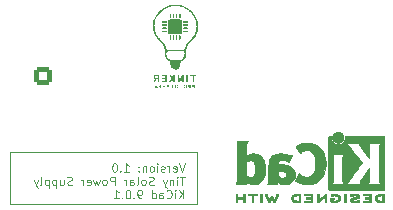
<source format=gbr>
%TF.GenerationSoftware,KiCad,Pcbnew,9.0.1*%
%TF.CreationDate,2025-05-18T00:22:21-05:00*%
%TF.ProjectId,Tiny_Solar_Supply,54696e79-5f53-46f6-9c61-725f53757070,rev?*%
%TF.SameCoordinates,Original*%
%TF.FileFunction,Legend,Bot*%
%TF.FilePolarity,Positive*%
%FSLAX46Y46*%
G04 Gerber Fmt 4.6, Leading zero omitted, Abs format (unit mm)*
G04 Created by KiCad (PCBNEW 9.0.1) date 2025-05-18 00:22:21*
%MOMM*%
%LPD*%
G01*
G04 APERTURE LIST*
G04 Aperture macros list*
%AMRoundRect*
0 Rectangle with rounded corners*
0 $1 Rounding radius*
0 $2 $3 $4 $5 $6 $7 $8 $9 X,Y pos of 4 corners*
0 Add a 4 corners polygon primitive as box body*
4,1,4,$2,$3,$4,$5,$6,$7,$8,$9,$2,$3,0*
0 Add four circle primitives for the rounded corners*
1,1,$1+$1,$2,$3*
1,1,$1+$1,$4,$5*
1,1,$1+$1,$6,$7*
1,1,$1+$1,$8,$9*
0 Add four rect primitives between the rounded corners*
20,1,$1+$1,$2,$3,$4,$5,0*
20,1,$1+$1,$4,$5,$6,$7,0*
20,1,$1+$1,$6,$7,$8,$9,0*
20,1,$1+$1,$8,$9,$2,$3,0*%
G04 Aperture macros list end*
%ADD10C,0.100000*%
%ADD11C,0.000000*%
%ADD12C,0.010000*%
%ADD13RoundRect,0.250000X-0.550000X-0.550000X0.550000X-0.550000X0.550000X0.550000X-0.550000X0.550000X0*%
%ADD14C,1.600000*%
%ADD15R,1.700000X1.700000*%
%ADD16C,1.700000*%
G04 APERTURE END LIST*
D10*
X163380044Y-61305633D02*
X163146711Y-62005633D01*
X163146711Y-62005633D02*
X162913377Y-61305633D01*
X162413377Y-61972300D02*
X162480044Y-62005633D01*
X162480044Y-62005633D02*
X162613377Y-62005633D01*
X162613377Y-62005633D02*
X162680044Y-61972300D01*
X162680044Y-61972300D02*
X162713377Y-61905633D01*
X162713377Y-61905633D02*
X162713377Y-61638966D01*
X162713377Y-61638966D02*
X162680044Y-61572300D01*
X162680044Y-61572300D02*
X162613377Y-61538966D01*
X162613377Y-61538966D02*
X162480044Y-61538966D01*
X162480044Y-61538966D02*
X162413377Y-61572300D01*
X162413377Y-61572300D02*
X162380044Y-61638966D01*
X162380044Y-61638966D02*
X162380044Y-61705633D01*
X162380044Y-61705633D02*
X162713377Y-61772300D01*
X162080044Y-62005633D02*
X162080044Y-61538966D01*
X162080044Y-61672300D02*
X162046711Y-61605633D01*
X162046711Y-61605633D02*
X162013377Y-61572300D01*
X162013377Y-61572300D02*
X161946711Y-61538966D01*
X161946711Y-61538966D02*
X161880044Y-61538966D01*
X161680044Y-61972300D02*
X161613378Y-62005633D01*
X161613378Y-62005633D02*
X161480044Y-62005633D01*
X161480044Y-62005633D02*
X161413378Y-61972300D01*
X161413378Y-61972300D02*
X161380044Y-61905633D01*
X161380044Y-61905633D02*
X161380044Y-61872300D01*
X161380044Y-61872300D02*
X161413378Y-61805633D01*
X161413378Y-61805633D02*
X161480044Y-61772300D01*
X161480044Y-61772300D02*
X161580044Y-61772300D01*
X161580044Y-61772300D02*
X161646711Y-61738966D01*
X161646711Y-61738966D02*
X161680044Y-61672300D01*
X161680044Y-61672300D02*
X161680044Y-61638966D01*
X161680044Y-61638966D02*
X161646711Y-61572300D01*
X161646711Y-61572300D02*
X161580044Y-61538966D01*
X161580044Y-61538966D02*
X161480044Y-61538966D01*
X161480044Y-61538966D02*
X161413378Y-61572300D01*
X161080044Y-62005633D02*
X161080044Y-61538966D01*
X161080044Y-61305633D02*
X161113377Y-61338966D01*
X161113377Y-61338966D02*
X161080044Y-61372300D01*
X161080044Y-61372300D02*
X161046711Y-61338966D01*
X161046711Y-61338966D02*
X161080044Y-61305633D01*
X161080044Y-61305633D02*
X161080044Y-61372300D01*
X160646711Y-62005633D02*
X160713378Y-61972300D01*
X160713378Y-61972300D02*
X160746711Y-61938966D01*
X160746711Y-61938966D02*
X160780044Y-61872300D01*
X160780044Y-61872300D02*
X160780044Y-61672300D01*
X160780044Y-61672300D02*
X160746711Y-61605633D01*
X160746711Y-61605633D02*
X160713378Y-61572300D01*
X160713378Y-61572300D02*
X160646711Y-61538966D01*
X160646711Y-61538966D02*
X160546711Y-61538966D01*
X160546711Y-61538966D02*
X160480044Y-61572300D01*
X160480044Y-61572300D02*
X160446711Y-61605633D01*
X160446711Y-61605633D02*
X160413378Y-61672300D01*
X160413378Y-61672300D02*
X160413378Y-61872300D01*
X160413378Y-61872300D02*
X160446711Y-61938966D01*
X160446711Y-61938966D02*
X160480044Y-61972300D01*
X160480044Y-61972300D02*
X160546711Y-62005633D01*
X160546711Y-62005633D02*
X160646711Y-62005633D01*
X160113378Y-61538966D02*
X160113378Y-62005633D01*
X160113378Y-61605633D02*
X160080045Y-61572300D01*
X160080045Y-61572300D02*
X160013378Y-61538966D01*
X160013378Y-61538966D02*
X159913378Y-61538966D01*
X159913378Y-61538966D02*
X159846711Y-61572300D01*
X159846711Y-61572300D02*
X159813378Y-61638966D01*
X159813378Y-61638966D02*
X159813378Y-62005633D01*
X159480045Y-61938966D02*
X159446712Y-61972300D01*
X159446712Y-61972300D02*
X159480045Y-62005633D01*
X159480045Y-62005633D02*
X159513378Y-61972300D01*
X159513378Y-61972300D02*
X159480045Y-61938966D01*
X159480045Y-61938966D02*
X159480045Y-62005633D01*
X159480045Y-61572300D02*
X159446712Y-61605633D01*
X159446712Y-61605633D02*
X159480045Y-61638966D01*
X159480045Y-61638966D02*
X159513378Y-61605633D01*
X159513378Y-61605633D02*
X159480045Y-61572300D01*
X159480045Y-61572300D02*
X159480045Y-61638966D01*
X158246712Y-62005633D02*
X158646712Y-62005633D01*
X158446712Y-62005633D02*
X158446712Y-61305633D01*
X158446712Y-61305633D02*
X158513379Y-61405633D01*
X158513379Y-61405633D02*
X158580046Y-61472300D01*
X158580046Y-61472300D02*
X158646712Y-61505633D01*
X157946712Y-61938966D02*
X157913379Y-61972300D01*
X157913379Y-61972300D02*
X157946712Y-62005633D01*
X157946712Y-62005633D02*
X157980045Y-61972300D01*
X157980045Y-61972300D02*
X157946712Y-61938966D01*
X157946712Y-61938966D02*
X157946712Y-62005633D01*
X157480046Y-61305633D02*
X157413379Y-61305633D01*
X157413379Y-61305633D02*
X157346712Y-61338966D01*
X157346712Y-61338966D02*
X157313379Y-61372300D01*
X157313379Y-61372300D02*
X157280046Y-61438966D01*
X157280046Y-61438966D02*
X157246712Y-61572300D01*
X157246712Y-61572300D02*
X157246712Y-61738966D01*
X157246712Y-61738966D02*
X157280046Y-61872300D01*
X157280046Y-61872300D02*
X157313379Y-61938966D01*
X157313379Y-61938966D02*
X157346712Y-61972300D01*
X157346712Y-61972300D02*
X157413379Y-62005633D01*
X157413379Y-62005633D02*
X157480046Y-62005633D01*
X157480046Y-62005633D02*
X157546712Y-61972300D01*
X157546712Y-61972300D02*
X157580046Y-61938966D01*
X157580046Y-61938966D02*
X157613379Y-61872300D01*
X157613379Y-61872300D02*
X157646712Y-61738966D01*
X157646712Y-61738966D02*
X157646712Y-61572300D01*
X157646712Y-61572300D02*
X157613379Y-61438966D01*
X157613379Y-61438966D02*
X157580046Y-61372300D01*
X157580046Y-61372300D02*
X157546712Y-61338966D01*
X157546712Y-61338966D02*
X157480046Y-61305633D01*
X163380044Y-62432594D02*
X162980044Y-62432594D01*
X163180044Y-63132594D02*
X163180044Y-62432594D01*
X162746711Y-63132594D02*
X162746711Y-62665927D01*
X162746711Y-62432594D02*
X162780044Y-62465927D01*
X162780044Y-62465927D02*
X162746711Y-62499261D01*
X162746711Y-62499261D02*
X162713378Y-62465927D01*
X162713378Y-62465927D02*
X162746711Y-62432594D01*
X162746711Y-62432594D02*
X162746711Y-62499261D01*
X162413378Y-62665927D02*
X162413378Y-63132594D01*
X162413378Y-62732594D02*
X162380045Y-62699261D01*
X162380045Y-62699261D02*
X162313378Y-62665927D01*
X162313378Y-62665927D02*
X162213378Y-62665927D01*
X162213378Y-62665927D02*
X162146711Y-62699261D01*
X162146711Y-62699261D02*
X162113378Y-62765927D01*
X162113378Y-62765927D02*
X162113378Y-63132594D01*
X161846712Y-62665927D02*
X161680045Y-63132594D01*
X161513378Y-62665927D02*
X161680045Y-63132594D01*
X161680045Y-63132594D02*
X161746712Y-63299261D01*
X161746712Y-63299261D02*
X161780045Y-63332594D01*
X161780045Y-63332594D02*
X161846712Y-63365927D01*
X160746712Y-63099261D02*
X160646712Y-63132594D01*
X160646712Y-63132594D02*
X160480046Y-63132594D01*
X160480046Y-63132594D02*
X160413379Y-63099261D01*
X160413379Y-63099261D02*
X160380046Y-63065927D01*
X160380046Y-63065927D02*
X160346712Y-62999261D01*
X160346712Y-62999261D02*
X160346712Y-62932594D01*
X160346712Y-62932594D02*
X160380046Y-62865927D01*
X160380046Y-62865927D02*
X160413379Y-62832594D01*
X160413379Y-62832594D02*
X160480046Y-62799261D01*
X160480046Y-62799261D02*
X160613379Y-62765927D01*
X160613379Y-62765927D02*
X160680046Y-62732594D01*
X160680046Y-62732594D02*
X160713379Y-62699261D01*
X160713379Y-62699261D02*
X160746712Y-62632594D01*
X160746712Y-62632594D02*
X160746712Y-62565927D01*
X160746712Y-62565927D02*
X160713379Y-62499261D01*
X160713379Y-62499261D02*
X160680046Y-62465927D01*
X160680046Y-62465927D02*
X160613379Y-62432594D01*
X160613379Y-62432594D02*
X160446712Y-62432594D01*
X160446712Y-62432594D02*
X160346712Y-62465927D01*
X159946712Y-63132594D02*
X160013379Y-63099261D01*
X160013379Y-63099261D02*
X160046712Y-63065927D01*
X160046712Y-63065927D02*
X160080045Y-62999261D01*
X160080045Y-62999261D02*
X160080045Y-62799261D01*
X160080045Y-62799261D02*
X160046712Y-62732594D01*
X160046712Y-62732594D02*
X160013379Y-62699261D01*
X160013379Y-62699261D02*
X159946712Y-62665927D01*
X159946712Y-62665927D02*
X159846712Y-62665927D01*
X159846712Y-62665927D02*
X159780045Y-62699261D01*
X159780045Y-62699261D02*
X159746712Y-62732594D01*
X159746712Y-62732594D02*
X159713379Y-62799261D01*
X159713379Y-62799261D02*
X159713379Y-62999261D01*
X159713379Y-62999261D02*
X159746712Y-63065927D01*
X159746712Y-63065927D02*
X159780045Y-63099261D01*
X159780045Y-63099261D02*
X159846712Y-63132594D01*
X159846712Y-63132594D02*
X159946712Y-63132594D01*
X159313379Y-63132594D02*
X159380046Y-63099261D01*
X159380046Y-63099261D02*
X159413379Y-63032594D01*
X159413379Y-63032594D02*
X159413379Y-62432594D01*
X158746712Y-63132594D02*
X158746712Y-62765927D01*
X158746712Y-62765927D02*
X158780045Y-62699261D01*
X158780045Y-62699261D02*
X158846712Y-62665927D01*
X158846712Y-62665927D02*
X158980045Y-62665927D01*
X158980045Y-62665927D02*
X159046712Y-62699261D01*
X158746712Y-63099261D02*
X158813379Y-63132594D01*
X158813379Y-63132594D02*
X158980045Y-63132594D01*
X158980045Y-63132594D02*
X159046712Y-63099261D01*
X159046712Y-63099261D02*
X159080045Y-63032594D01*
X159080045Y-63032594D02*
X159080045Y-62965927D01*
X159080045Y-62965927D02*
X159046712Y-62899261D01*
X159046712Y-62899261D02*
X158980045Y-62865927D01*
X158980045Y-62865927D02*
X158813379Y-62865927D01*
X158813379Y-62865927D02*
X158746712Y-62832594D01*
X158413379Y-63132594D02*
X158413379Y-62665927D01*
X158413379Y-62799261D02*
X158380046Y-62732594D01*
X158380046Y-62732594D02*
X158346712Y-62699261D01*
X158346712Y-62699261D02*
X158280046Y-62665927D01*
X158280046Y-62665927D02*
X158213379Y-62665927D01*
X157446713Y-63132594D02*
X157446713Y-62432594D01*
X157446713Y-62432594D02*
X157180046Y-62432594D01*
X157180046Y-62432594D02*
X157113380Y-62465927D01*
X157113380Y-62465927D02*
X157080046Y-62499261D01*
X157080046Y-62499261D02*
X157046713Y-62565927D01*
X157046713Y-62565927D02*
X157046713Y-62665927D01*
X157046713Y-62665927D02*
X157080046Y-62732594D01*
X157080046Y-62732594D02*
X157113380Y-62765927D01*
X157113380Y-62765927D02*
X157180046Y-62799261D01*
X157180046Y-62799261D02*
X157446713Y-62799261D01*
X156646713Y-63132594D02*
X156713380Y-63099261D01*
X156713380Y-63099261D02*
X156746713Y-63065927D01*
X156746713Y-63065927D02*
X156780046Y-62999261D01*
X156780046Y-62999261D02*
X156780046Y-62799261D01*
X156780046Y-62799261D02*
X156746713Y-62732594D01*
X156746713Y-62732594D02*
X156713380Y-62699261D01*
X156713380Y-62699261D02*
X156646713Y-62665927D01*
X156646713Y-62665927D02*
X156546713Y-62665927D01*
X156546713Y-62665927D02*
X156480046Y-62699261D01*
X156480046Y-62699261D02*
X156446713Y-62732594D01*
X156446713Y-62732594D02*
X156413380Y-62799261D01*
X156413380Y-62799261D02*
X156413380Y-62999261D01*
X156413380Y-62999261D02*
X156446713Y-63065927D01*
X156446713Y-63065927D02*
X156480046Y-63099261D01*
X156480046Y-63099261D02*
X156546713Y-63132594D01*
X156546713Y-63132594D02*
X156646713Y-63132594D01*
X156180047Y-62665927D02*
X156046713Y-63132594D01*
X156046713Y-63132594D02*
X155913380Y-62799261D01*
X155913380Y-62799261D02*
X155780047Y-63132594D01*
X155780047Y-63132594D02*
X155646713Y-62665927D01*
X155113380Y-63099261D02*
X155180047Y-63132594D01*
X155180047Y-63132594D02*
X155313380Y-63132594D01*
X155313380Y-63132594D02*
X155380047Y-63099261D01*
X155380047Y-63099261D02*
X155413380Y-63032594D01*
X155413380Y-63032594D02*
X155413380Y-62765927D01*
X155413380Y-62765927D02*
X155380047Y-62699261D01*
X155380047Y-62699261D02*
X155313380Y-62665927D01*
X155313380Y-62665927D02*
X155180047Y-62665927D01*
X155180047Y-62665927D02*
X155113380Y-62699261D01*
X155113380Y-62699261D02*
X155080047Y-62765927D01*
X155080047Y-62765927D02*
X155080047Y-62832594D01*
X155080047Y-62832594D02*
X155413380Y-62899261D01*
X154780047Y-63132594D02*
X154780047Y-62665927D01*
X154780047Y-62799261D02*
X154746714Y-62732594D01*
X154746714Y-62732594D02*
X154713380Y-62699261D01*
X154713380Y-62699261D02*
X154646714Y-62665927D01*
X154646714Y-62665927D02*
X154580047Y-62665927D01*
X153846714Y-63099261D02*
X153746714Y-63132594D01*
X153746714Y-63132594D02*
X153580048Y-63132594D01*
X153580048Y-63132594D02*
X153513381Y-63099261D01*
X153513381Y-63099261D02*
X153480048Y-63065927D01*
X153480048Y-63065927D02*
X153446714Y-62999261D01*
X153446714Y-62999261D02*
X153446714Y-62932594D01*
X153446714Y-62932594D02*
X153480048Y-62865927D01*
X153480048Y-62865927D02*
X153513381Y-62832594D01*
X153513381Y-62832594D02*
X153580048Y-62799261D01*
X153580048Y-62799261D02*
X153713381Y-62765927D01*
X153713381Y-62765927D02*
X153780048Y-62732594D01*
X153780048Y-62732594D02*
X153813381Y-62699261D01*
X153813381Y-62699261D02*
X153846714Y-62632594D01*
X153846714Y-62632594D02*
X153846714Y-62565927D01*
X153846714Y-62565927D02*
X153813381Y-62499261D01*
X153813381Y-62499261D02*
X153780048Y-62465927D01*
X153780048Y-62465927D02*
X153713381Y-62432594D01*
X153713381Y-62432594D02*
X153546714Y-62432594D01*
X153546714Y-62432594D02*
X153446714Y-62465927D01*
X152846714Y-62665927D02*
X152846714Y-63132594D01*
X153146714Y-62665927D02*
X153146714Y-63032594D01*
X153146714Y-63032594D02*
X153113381Y-63099261D01*
X153113381Y-63099261D02*
X153046714Y-63132594D01*
X153046714Y-63132594D02*
X152946714Y-63132594D01*
X152946714Y-63132594D02*
X152880047Y-63099261D01*
X152880047Y-63099261D02*
X152846714Y-63065927D01*
X152513381Y-62665927D02*
X152513381Y-63365927D01*
X152513381Y-62699261D02*
X152446714Y-62665927D01*
X152446714Y-62665927D02*
X152313381Y-62665927D01*
X152313381Y-62665927D02*
X152246714Y-62699261D01*
X152246714Y-62699261D02*
X152213381Y-62732594D01*
X152213381Y-62732594D02*
X152180048Y-62799261D01*
X152180048Y-62799261D02*
X152180048Y-62999261D01*
X152180048Y-62999261D02*
X152213381Y-63065927D01*
X152213381Y-63065927D02*
X152246714Y-63099261D01*
X152246714Y-63099261D02*
X152313381Y-63132594D01*
X152313381Y-63132594D02*
X152446714Y-63132594D01*
X152446714Y-63132594D02*
X152513381Y-63099261D01*
X151880048Y-62665927D02*
X151880048Y-63365927D01*
X151880048Y-62699261D02*
X151813381Y-62665927D01*
X151813381Y-62665927D02*
X151680048Y-62665927D01*
X151680048Y-62665927D02*
X151613381Y-62699261D01*
X151613381Y-62699261D02*
X151580048Y-62732594D01*
X151580048Y-62732594D02*
X151546715Y-62799261D01*
X151546715Y-62799261D02*
X151546715Y-62999261D01*
X151546715Y-62999261D02*
X151580048Y-63065927D01*
X151580048Y-63065927D02*
X151613381Y-63099261D01*
X151613381Y-63099261D02*
X151680048Y-63132594D01*
X151680048Y-63132594D02*
X151813381Y-63132594D01*
X151813381Y-63132594D02*
X151880048Y-63099261D01*
X151146715Y-63132594D02*
X151213382Y-63099261D01*
X151213382Y-63099261D02*
X151246715Y-63032594D01*
X151246715Y-63032594D02*
X151246715Y-62432594D01*
X150946715Y-62665927D02*
X150780048Y-63132594D01*
X150613381Y-62665927D02*
X150780048Y-63132594D01*
X150780048Y-63132594D02*
X150846715Y-63299261D01*
X150846715Y-63299261D02*
X150880048Y-63332594D01*
X150880048Y-63332594D02*
X150946715Y-63365927D01*
X163280044Y-64259555D02*
X163280044Y-63559555D01*
X162880044Y-64259555D02*
X163180044Y-63859555D01*
X162880044Y-63559555D02*
X163280044Y-63959555D01*
X162580044Y-64259555D02*
X162580044Y-63792888D01*
X162580044Y-63559555D02*
X162613377Y-63592888D01*
X162613377Y-63592888D02*
X162580044Y-63626222D01*
X162580044Y-63626222D02*
X162546711Y-63592888D01*
X162546711Y-63592888D02*
X162580044Y-63559555D01*
X162580044Y-63559555D02*
X162580044Y-63626222D01*
X161846711Y-64192888D02*
X161880044Y-64226222D01*
X161880044Y-64226222D02*
X161980044Y-64259555D01*
X161980044Y-64259555D02*
X162046711Y-64259555D01*
X162046711Y-64259555D02*
X162146711Y-64226222D01*
X162146711Y-64226222D02*
X162213378Y-64159555D01*
X162213378Y-64159555D02*
X162246711Y-64092888D01*
X162246711Y-64092888D02*
X162280044Y-63959555D01*
X162280044Y-63959555D02*
X162280044Y-63859555D01*
X162280044Y-63859555D02*
X162246711Y-63726222D01*
X162246711Y-63726222D02*
X162213378Y-63659555D01*
X162213378Y-63659555D02*
X162146711Y-63592888D01*
X162146711Y-63592888D02*
X162046711Y-63559555D01*
X162046711Y-63559555D02*
X161980044Y-63559555D01*
X161980044Y-63559555D02*
X161880044Y-63592888D01*
X161880044Y-63592888D02*
X161846711Y-63626222D01*
X161246711Y-64259555D02*
X161246711Y-63892888D01*
X161246711Y-63892888D02*
X161280044Y-63826222D01*
X161280044Y-63826222D02*
X161346711Y-63792888D01*
X161346711Y-63792888D02*
X161480044Y-63792888D01*
X161480044Y-63792888D02*
X161546711Y-63826222D01*
X161246711Y-64226222D02*
X161313378Y-64259555D01*
X161313378Y-64259555D02*
X161480044Y-64259555D01*
X161480044Y-64259555D02*
X161546711Y-64226222D01*
X161546711Y-64226222D02*
X161580044Y-64159555D01*
X161580044Y-64159555D02*
X161580044Y-64092888D01*
X161580044Y-64092888D02*
X161546711Y-64026222D01*
X161546711Y-64026222D02*
X161480044Y-63992888D01*
X161480044Y-63992888D02*
X161313378Y-63992888D01*
X161313378Y-63992888D02*
X161246711Y-63959555D01*
X160613378Y-64259555D02*
X160613378Y-63559555D01*
X160613378Y-64226222D02*
X160680045Y-64259555D01*
X160680045Y-64259555D02*
X160813378Y-64259555D01*
X160813378Y-64259555D02*
X160880045Y-64226222D01*
X160880045Y-64226222D02*
X160913378Y-64192888D01*
X160913378Y-64192888D02*
X160946711Y-64126222D01*
X160946711Y-64126222D02*
X160946711Y-63926222D01*
X160946711Y-63926222D02*
X160913378Y-63859555D01*
X160913378Y-63859555D02*
X160880045Y-63826222D01*
X160880045Y-63826222D02*
X160813378Y-63792888D01*
X160813378Y-63792888D02*
X160680045Y-63792888D01*
X160680045Y-63792888D02*
X160613378Y-63826222D01*
X159713379Y-64259555D02*
X159580045Y-64259555D01*
X159580045Y-64259555D02*
X159513379Y-64226222D01*
X159513379Y-64226222D02*
X159480045Y-64192888D01*
X159480045Y-64192888D02*
X159413379Y-64092888D01*
X159413379Y-64092888D02*
X159380045Y-63959555D01*
X159380045Y-63959555D02*
X159380045Y-63692888D01*
X159380045Y-63692888D02*
X159413379Y-63626222D01*
X159413379Y-63626222D02*
X159446712Y-63592888D01*
X159446712Y-63592888D02*
X159513379Y-63559555D01*
X159513379Y-63559555D02*
X159646712Y-63559555D01*
X159646712Y-63559555D02*
X159713379Y-63592888D01*
X159713379Y-63592888D02*
X159746712Y-63626222D01*
X159746712Y-63626222D02*
X159780045Y-63692888D01*
X159780045Y-63692888D02*
X159780045Y-63859555D01*
X159780045Y-63859555D02*
X159746712Y-63926222D01*
X159746712Y-63926222D02*
X159713379Y-63959555D01*
X159713379Y-63959555D02*
X159646712Y-63992888D01*
X159646712Y-63992888D02*
X159513379Y-63992888D01*
X159513379Y-63992888D02*
X159446712Y-63959555D01*
X159446712Y-63959555D02*
X159413379Y-63926222D01*
X159413379Y-63926222D02*
X159380045Y-63859555D01*
X159080045Y-64192888D02*
X159046712Y-64226222D01*
X159046712Y-64226222D02*
X159080045Y-64259555D01*
X159080045Y-64259555D02*
X159113378Y-64226222D01*
X159113378Y-64226222D02*
X159080045Y-64192888D01*
X159080045Y-64192888D02*
X159080045Y-64259555D01*
X158613379Y-63559555D02*
X158546712Y-63559555D01*
X158546712Y-63559555D02*
X158480045Y-63592888D01*
X158480045Y-63592888D02*
X158446712Y-63626222D01*
X158446712Y-63626222D02*
X158413379Y-63692888D01*
X158413379Y-63692888D02*
X158380045Y-63826222D01*
X158380045Y-63826222D02*
X158380045Y-63992888D01*
X158380045Y-63992888D02*
X158413379Y-64126222D01*
X158413379Y-64126222D02*
X158446712Y-64192888D01*
X158446712Y-64192888D02*
X158480045Y-64226222D01*
X158480045Y-64226222D02*
X158546712Y-64259555D01*
X158546712Y-64259555D02*
X158613379Y-64259555D01*
X158613379Y-64259555D02*
X158680045Y-64226222D01*
X158680045Y-64226222D02*
X158713379Y-64192888D01*
X158713379Y-64192888D02*
X158746712Y-64126222D01*
X158746712Y-64126222D02*
X158780045Y-63992888D01*
X158780045Y-63992888D02*
X158780045Y-63826222D01*
X158780045Y-63826222D02*
X158746712Y-63692888D01*
X158746712Y-63692888D02*
X158713379Y-63626222D01*
X158713379Y-63626222D02*
X158680045Y-63592888D01*
X158680045Y-63592888D02*
X158613379Y-63559555D01*
X158080045Y-64192888D02*
X158046712Y-64226222D01*
X158046712Y-64226222D02*
X158080045Y-64259555D01*
X158080045Y-64259555D02*
X158113378Y-64226222D01*
X158113378Y-64226222D02*
X158080045Y-64192888D01*
X158080045Y-64192888D02*
X158080045Y-64259555D01*
X157380045Y-64259555D02*
X157780045Y-64259555D01*
X157580045Y-64259555D02*
X157580045Y-63559555D01*
X157580045Y-63559555D02*
X157646712Y-63659555D01*
X157646712Y-63659555D02*
X157713379Y-63726222D01*
X157713379Y-63726222D02*
X157780045Y-63759555D01*
X148590000Y-60325000D02*
X164465000Y-60325000D01*
X164465000Y-64770000D01*
X148590000Y-64770000D01*
X148590000Y-60325000D01*
D11*
%TO.C,G\u002A\u002A\u002A*%
G36*
X164253634Y-54777341D02*
G01*
X164253634Y-54934575D01*
X164222187Y-54934575D01*
X164190740Y-54934575D01*
X164190740Y-54885158D01*
X164190740Y-54835742D01*
X164154512Y-54835742D01*
X164126165Y-54833642D01*
X164082155Y-54820110D01*
X164048904Y-54795938D01*
X164028193Y-54763355D01*
X164021804Y-54724591D01*
X164022829Y-54720085D01*
X164092232Y-54720085D01*
X164096126Y-54747092D01*
X164111876Y-54767847D01*
X164133885Y-54777511D01*
X164161293Y-54781833D01*
X164190740Y-54781833D01*
X164190740Y-54727924D01*
X164190740Y-54674016D01*
X164155443Y-54674016D01*
X164152221Y-54674067D01*
X164124811Y-54678471D01*
X164106026Y-54688135D01*
X164100762Y-54694552D01*
X164092232Y-54720085D01*
X164022829Y-54720085D01*
X164031521Y-54681875D01*
X164034415Y-54675513D01*
X164053637Y-54649818D01*
X164082891Y-54632666D01*
X164124519Y-54623085D01*
X164180867Y-54620107D01*
X164253634Y-54620107D01*
X164253634Y-54727924D01*
X164253634Y-54777341D01*
G37*
G36*
X163921196Y-54777341D02*
G01*
X163921196Y-54934575D01*
X163889750Y-54934575D01*
X163858303Y-54934575D01*
X163858303Y-54880666D01*
X163858298Y-54872679D01*
X163857641Y-54846235D01*
X163854412Y-54832590D01*
X163846541Y-54827510D01*
X163831957Y-54826757D01*
X163818899Y-54828083D01*
X163806082Y-54835153D01*
X163792988Y-54851512D01*
X163775974Y-54880666D01*
X163771121Y-54889446D01*
X163756178Y-54914495D01*
X163744200Y-54928008D01*
X163731020Y-54933522D01*
X163712472Y-54934575D01*
X163706282Y-54934530D01*
X163686558Y-54933621D01*
X163678607Y-54931911D01*
X163678639Y-54931730D01*
X163683185Y-54921936D01*
X163693932Y-54900912D01*
X163708727Y-54872874D01*
X163738847Y-54816501D01*
X163713219Y-54790873D01*
X163703013Y-54779646D01*
X163690810Y-54756656D01*
X163687592Y-54726122D01*
X163687612Y-54723432D01*
X163750485Y-54723432D01*
X163755128Y-54737091D01*
X163768455Y-54754879D01*
X163785164Y-54765166D01*
X163810579Y-54772071D01*
X163835554Y-54773006D01*
X163852313Y-54766859D01*
X163854245Y-54762595D01*
X163857157Y-54744059D01*
X163858303Y-54717442D01*
X163858303Y-54674016D01*
X163822364Y-54674016D01*
X163809717Y-54674894D01*
X163779987Y-54684374D01*
X163758655Y-54701645D01*
X163750485Y-54723432D01*
X163687612Y-54723432D01*
X163687615Y-54723067D01*
X163693551Y-54683631D01*
X163710881Y-54654506D01*
X163740920Y-54634803D01*
X163784981Y-54623633D01*
X163844380Y-54620107D01*
X163921196Y-54620107D01*
X163921196Y-54717442D01*
X163921196Y-54777341D01*
G37*
G36*
X163588180Y-54781720D02*
G01*
X163578552Y-54836647D01*
X163573998Y-54848050D01*
X163554475Y-54880289D01*
X163529103Y-54908443D01*
X163503404Y-54925954D01*
X163495266Y-54928370D01*
X163470006Y-54932230D01*
X163439593Y-54934005D01*
X163398018Y-54929197D01*
X163355834Y-54909825D01*
X163323987Y-54877044D01*
X163303862Y-54832376D01*
X163296845Y-54777341D01*
X163297308Y-54772748D01*
X163364140Y-54772748D01*
X163366215Y-54805474D01*
X163377486Y-54843111D01*
X163399300Y-54869149D01*
X163413765Y-54876000D01*
X163442598Y-54879452D01*
X163471957Y-54874382D01*
X163488293Y-54864413D01*
X163506016Y-54839154D01*
X163515869Y-54805634D01*
X163517774Y-54768605D01*
X163511655Y-54732819D01*
X163497434Y-54703031D01*
X163475036Y-54683991D01*
X163446188Y-54675117D01*
X163418148Y-54679514D01*
X163390403Y-54700279D01*
X163388918Y-54701775D01*
X163373198Y-54721127D01*
X163365916Y-54742089D01*
X163364140Y-54772748D01*
X163297308Y-54772748D01*
X163301379Y-54732355D01*
X163319130Y-54685371D01*
X163349098Y-54650057D01*
X163389989Y-54627831D01*
X163440510Y-54620107D01*
X163454464Y-54620609D01*
X163501448Y-54631888D01*
X163539191Y-54658406D01*
X163568543Y-54700700D01*
X163579885Y-54728048D01*
X163586153Y-54768605D01*
X163588180Y-54781720D01*
G37*
G36*
X163202413Y-54647061D02*
G01*
X163202413Y-54647474D01*
X163201533Y-54662705D01*
X163195952Y-54670597D01*
X163181247Y-54673563D01*
X163152997Y-54674016D01*
X163103581Y-54674016D01*
X163103581Y-54804295D01*
X163103581Y-54934575D01*
X163072134Y-54934575D01*
X163040687Y-54934575D01*
X163040687Y-54804295D01*
X163040687Y-54674016D01*
X162991271Y-54674016D01*
X162990515Y-54674016D01*
X162962592Y-54673535D01*
X162948122Y-54670491D01*
X162942684Y-54662471D01*
X162941854Y-54647061D01*
X162941854Y-54620107D01*
X163072134Y-54620107D01*
X163202413Y-54620107D01*
X163202413Y-54647061D01*
G37*
G36*
X162847422Y-54777341D02*
G01*
X162847279Y-54786322D01*
X162838830Y-54839006D01*
X162816625Y-54881246D01*
X162779642Y-54915115D01*
X162769539Y-54921574D01*
X162749557Y-54930370D01*
X162725855Y-54933588D01*
X162691419Y-54932619D01*
X162659624Y-54929845D01*
X162637933Y-54924284D01*
X162620495Y-54912967D01*
X162600361Y-54892859D01*
X162595113Y-54886949D01*
X162568992Y-54843981D01*
X162556813Y-54796309D01*
X162557161Y-54782628D01*
X162625385Y-54782628D01*
X162627393Y-54816030D01*
X162635565Y-54839682D01*
X162651161Y-54858633D01*
X162657340Y-54863799D01*
X162688171Y-54877753D01*
X162720701Y-54877680D01*
X162749744Y-54864441D01*
X162770118Y-54838896D01*
X162773093Y-54830316D01*
X162778135Y-54803091D01*
X162780128Y-54771735D01*
X162778235Y-54741305D01*
X162770497Y-54720200D01*
X162753865Y-54700279D01*
X162729410Y-54681146D01*
X162701675Y-54674810D01*
X162669228Y-54683993D01*
X162656168Y-54691893D01*
X162635390Y-54719280D01*
X162626381Y-54759371D01*
X162625385Y-54782628D01*
X162557161Y-54782628D01*
X162558052Y-54747668D01*
X162572179Y-54701790D01*
X162598670Y-54662410D01*
X162636996Y-54633261D01*
X162659154Y-54624982D01*
X162701572Y-54619983D01*
X162744706Y-54625238D01*
X162780560Y-54640353D01*
X162785963Y-54644133D01*
X162820667Y-54678809D01*
X162840874Y-54722638D01*
X162846751Y-54771735D01*
X162847422Y-54777341D01*
G37*
G36*
X162333135Y-54622107D02*
G01*
X162461168Y-54624599D01*
X162464011Y-54649308D01*
X162464065Y-54649780D01*
X162464722Y-54663636D01*
X162459831Y-54670848D01*
X162445250Y-54673585D01*
X162416841Y-54674016D01*
X162366828Y-54674016D01*
X162366828Y-54804295D01*
X162366828Y-54934575D01*
X162335381Y-54934575D01*
X162303934Y-54934575D01*
X162303934Y-54804295D01*
X162303934Y-54674016D01*
X162254518Y-54674016D01*
X162253465Y-54674016D01*
X162225671Y-54673530D01*
X162211295Y-54670458D01*
X162205913Y-54662365D01*
X162205102Y-54646815D01*
X162205102Y-54619614D01*
X162333135Y-54622107D01*
G37*
G36*
X162087971Y-54620182D02*
G01*
X162107361Y-54623296D01*
X162115254Y-54629565D01*
X162111054Y-54640491D01*
X162099482Y-54663557D01*
X162082319Y-54695331D01*
X162061345Y-54732417D01*
X162051150Y-54750164D01*
X162031218Y-54786188D01*
X162018454Y-54812889D01*
X162011284Y-54834582D01*
X162008136Y-54855579D01*
X162007436Y-54880193D01*
X162007436Y-54934575D01*
X161975990Y-54934575D01*
X161944543Y-54934575D01*
X161944543Y-54879205D01*
X161944432Y-54867267D01*
X161942865Y-54844592D01*
X161938229Y-54823604D01*
X161928996Y-54800020D01*
X161913640Y-54769555D01*
X161890634Y-54727924D01*
X161889656Y-54726184D01*
X161869065Y-54689051D01*
X161852239Y-54657830D01*
X161840889Y-54635756D01*
X161836725Y-54626060D01*
X161837451Y-54624852D01*
X161849467Y-54621467D01*
X161871574Y-54620107D01*
X161891436Y-54621263D01*
X161906834Y-54628212D01*
X161916751Y-54644815D01*
X161922062Y-54656384D01*
X161936073Y-54683570D01*
X161952552Y-54712959D01*
X161978026Y-54756394D01*
X162015425Y-54688251D01*
X162030726Y-54660837D01*
X162044893Y-54638325D01*
X162056401Y-54626118D01*
X162068400Y-54621088D01*
X162084039Y-54620107D01*
X162087971Y-54620182D01*
G37*
G36*
X161737893Y-54777341D02*
G01*
X161737893Y-54934575D01*
X161706446Y-54934575D01*
X161674999Y-54934575D01*
X161674999Y-54885158D01*
X161674999Y-54835742D01*
X161641306Y-54835692D01*
X161617700Y-54834706D01*
X161568619Y-54824204D01*
X161533118Y-54802443D01*
X161511555Y-54769710D01*
X161506396Y-54738883D01*
X161569700Y-54738883D01*
X161585151Y-54763864D01*
X161601860Y-54774151D01*
X161627275Y-54781056D01*
X161652250Y-54781990D01*
X161669009Y-54775843D01*
X161671285Y-54769953D01*
X161673958Y-54749896D01*
X161674999Y-54721935D01*
X161674999Y-54674016D01*
X161639060Y-54674016D01*
X161609507Y-54678396D01*
X161583878Y-54692817D01*
X161569942Y-54714090D01*
X161569700Y-54738883D01*
X161506396Y-54738883D01*
X161504288Y-54726290D01*
X161504314Y-54723015D01*
X161510282Y-54683581D01*
X161527620Y-54654469D01*
X161557651Y-54634782D01*
X161601696Y-54623627D01*
X161661076Y-54620107D01*
X161737893Y-54620107D01*
X161737893Y-54721935D01*
X161737893Y-54777341D01*
G37*
G36*
X161295392Y-54622068D02*
G01*
X161400963Y-54624599D01*
X161403421Y-54779587D01*
X161405880Y-54934575D01*
X161297850Y-54934575D01*
X161189820Y-54934575D01*
X161189820Y-54907620D01*
X161189820Y-54880666D01*
X161261699Y-54880666D01*
X161333577Y-54880666D01*
X161333577Y-54840234D01*
X161333577Y-54799803D01*
X161265594Y-54799803D01*
X161197612Y-54799803D01*
X161200455Y-54775095D01*
X161201527Y-54767291D01*
X161205388Y-54757588D01*
X161215146Y-54752175D01*
X161234822Y-54749434D01*
X161268437Y-54747747D01*
X161333577Y-54745107D01*
X161333577Y-54709561D01*
X161333577Y-54674016D01*
X161261699Y-54674016D01*
X161189820Y-54674016D01*
X161189820Y-54646776D01*
X161189820Y-54619537D01*
X161295392Y-54622068D01*
G37*
G36*
X160984433Y-54620432D02*
G01*
X161010208Y-54623543D01*
X161029685Y-54631934D01*
X161050244Y-54647992D01*
X161067551Y-54664990D01*
X161079056Y-54685020D01*
X161082003Y-54710087D01*
X161081427Y-54723023D01*
X161073976Y-54746533D01*
X161054356Y-54767560D01*
X161050584Y-54770608D01*
X161025547Y-54786694D01*
X161002694Y-54795935D01*
X160990270Y-54798744D01*
X160946734Y-54812526D01*
X160920487Y-54828711D01*
X160911723Y-54847133D01*
X160920635Y-54867620D01*
X160925918Y-54872459D01*
X160947400Y-54880085D01*
X160974097Y-54879804D01*
X161000270Y-54872873D01*
X161020182Y-54860547D01*
X161028094Y-54844085D01*
X161028365Y-54842992D01*
X161038753Y-54837838D01*
X161059541Y-54835742D01*
X161074889Y-54836434D01*
X161087785Y-54841680D01*
X161090988Y-54854610D01*
X161089354Y-54862226D01*
X161078025Y-54882799D01*
X161059461Y-54905004D01*
X161046578Y-54917585D01*
X161032478Y-54928317D01*
X161016965Y-54933443D01*
X160994529Y-54934515D01*
X160959659Y-54933083D01*
X160951920Y-54932677D01*
X160918719Y-54930062D01*
X160897408Y-54925605D01*
X160882846Y-54917677D01*
X160869890Y-54904649D01*
X160856975Y-54885028D01*
X160847744Y-54849886D01*
X160852736Y-54815135D01*
X160871862Y-54786184D01*
X160880068Y-54778717D01*
X160892437Y-54769185D01*
X160906761Y-54762137D01*
X160928198Y-54755291D01*
X160961908Y-54746364D01*
X160974090Y-54742900D01*
X161002903Y-54729689D01*
X161014789Y-54713162D01*
X161010432Y-54692560D01*
X161007152Y-54687848D01*
X160987575Y-54676216D01*
X160961375Y-54672997D01*
X160935824Y-54678239D01*
X160918192Y-54691985D01*
X160906048Y-54703656D01*
X160877684Y-54709955D01*
X160857899Y-54707155D01*
X160848911Y-54696420D01*
X160855926Y-54677601D01*
X160878947Y-54650655D01*
X160894330Y-54636233D01*
X160911352Y-54625587D01*
X160932224Y-54621055D01*
X160963990Y-54620107D01*
X160984433Y-54620432D01*
G37*
G36*
X164379421Y-53829004D02*
G01*
X164379421Y-53882746D01*
X164282834Y-53885297D01*
X164186248Y-53887847D01*
X164183864Y-54146159D01*
X164181480Y-54404472D01*
X164118862Y-54404472D01*
X164056244Y-54404472D01*
X164053860Y-54146159D01*
X164051476Y-53887847D01*
X163954450Y-53885292D01*
X163857425Y-53882737D01*
X163860110Y-53831383D01*
X163862795Y-53780029D01*
X164121108Y-53777645D01*
X164379421Y-53775261D01*
X164379421Y-53829004D01*
G37*
G36*
X163660638Y-54090004D02*
G01*
X163660638Y-54404472D01*
X163597744Y-54404472D01*
X163534851Y-54404472D01*
X163534851Y-54090004D01*
X163534851Y-53775537D01*
X163597744Y-53775537D01*
X163660638Y-53775537D01*
X163660638Y-54090004D01*
G37*
G36*
X162914900Y-53975127D02*
G01*
X162915009Y-54034703D01*
X162915461Y-54085431D01*
X162916385Y-54121796D01*
X162917905Y-54145695D01*
X162920148Y-54159024D01*
X162923240Y-54163681D01*
X162927308Y-54161562D01*
X162932970Y-54154359D01*
X162948094Y-54133520D01*
X162970616Y-54101684D01*
X162999008Y-54061030D01*
X163031744Y-54013733D01*
X163067298Y-53961971D01*
X163194880Y-53775537D01*
X163252555Y-53775537D01*
X163310231Y-53775537D01*
X163310231Y-54090004D01*
X163310231Y-54404472D01*
X163242845Y-54404472D01*
X163175459Y-54404472D01*
X163175459Y-54210769D01*
X163175405Y-54187015D01*
X163174847Y-54133046D01*
X163173761Y-54086997D01*
X163172242Y-54051382D01*
X163170386Y-54028711D01*
X163168288Y-54021497D01*
X163163076Y-54027692D01*
X163148770Y-54047027D01*
X163126998Y-54077453D01*
X163099198Y-54116940D01*
X163066809Y-54163455D01*
X163031270Y-54214968D01*
X162901423Y-54404008D01*
X162845268Y-54404240D01*
X162789113Y-54404472D01*
X162789113Y-54090004D01*
X162789113Y-53775537D01*
X162852007Y-53775537D01*
X162914900Y-53775537D01*
X162914900Y-53975127D01*
G37*
G36*
X162310094Y-53916336D02*
G01*
X162425229Y-54057135D01*
X162427703Y-53916336D01*
X162430178Y-53775537D01*
X162497335Y-53775537D01*
X162564493Y-53775537D01*
X162564493Y-54090004D01*
X162564493Y-54404472D01*
X162497107Y-54404472D01*
X162429721Y-54404472D01*
X162429721Y-54314097D01*
X162429708Y-54299086D01*
X162429184Y-54262442D01*
X162427123Y-54237665D01*
X162422480Y-54220131D01*
X162414209Y-54205220D01*
X162401263Y-54188310D01*
X162390744Y-54175727D01*
X162375317Y-54159320D01*
X162366607Y-54152898D01*
X162362352Y-54156961D01*
X162349370Y-54173750D01*
X162329643Y-54201277D01*
X162304928Y-54237077D01*
X162276980Y-54278685D01*
X162193550Y-54404472D01*
X162117502Y-54404472D01*
X162091124Y-54404204D01*
X162062618Y-54402524D01*
X162048289Y-54398990D01*
X162045838Y-54393241D01*
X162046928Y-54391130D01*
X162056313Y-54376009D01*
X162073776Y-54349239D01*
X162097765Y-54313161D01*
X162126727Y-54270118D01*
X162159109Y-54222449D01*
X162171467Y-54204308D01*
X162202290Y-54158764D01*
X162228827Y-54119129D01*
X162249605Y-54087631D01*
X162263152Y-54066492D01*
X162267995Y-54057939D01*
X162262750Y-54050096D01*
X162247727Y-54030656D01*
X162224727Y-54001907D01*
X162195553Y-53966102D01*
X162162010Y-53925495D01*
X162129626Y-53886398D01*
X162099077Y-53849228D01*
X162074179Y-53818629D01*
X162056892Y-53797007D01*
X162049170Y-53786768D01*
X162048812Y-53782162D01*
X162058116Y-53778225D01*
X162080598Y-53776145D01*
X162118637Y-53775537D01*
X162194958Y-53775537D01*
X162310094Y-53916336D01*
G37*
G36*
X161854695Y-54090004D02*
G01*
X161854695Y-54404472D01*
X161643552Y-54404472D01*
X161432410Y-54404472D01*
X161432410Y-54350563D01*
X161432410Y-54296655D01*
X161576166Y-54296655D01*
X161719923Y-54296655D01*
X161719923Y-54220284D01*
X161719923Y-54143913D01*
X161589644Y-54143913D01*
X161459364Y-54143913D01*
X161459364Y-54090004D01*
X161459364Y-54036096D01*
X161589644Y-54036096D01*
X161719923Y-54036096D01*
X161719923Y-53959725D01*
X161719923Y-53883354D01*
X161576166Y-53883354D01*
X161432410Y-53883354D01*
X161432410Y-53829446D01*
X161432410Y-53775537D01*
X161643552Y-53775537D01*
X161854695Y-53775537D01*
X161854695Y-54090004D01*
G37*
G36*
X161216775Y-54090004D02*
G01*
X161216775Y-54404472D01*
X161149389Y-54404472D01*
X161082003Y-54404472D01*
X161082003Y-54292162D01*
X161082003Y-54179852D01*
X161034358Y-54179852D01*
X160986713Y-54179852D01*
X160928787Y-54288763D01*
X160922676Y-54300171D01*
X160901286Y-54338846D01*
X160882668Y-54370646D01*
X160868643Y-54392539D01*
X160861035Y-54401494D01*
X160860782Y-54401585D01*
X160846734Y-54403082D01*
X160820465Y-54403465D01*
X160787453Y-54402648D01*
X160723696Y-54399980D01*
X160785796Y-54287670D01*
X160794147Y-54272484D01*
X160815293Y-54233216D01*
X160832331Y-54200395D01*
X160843690Y-54177091D01*
X160847801Y-54166375D01*
X160847402Y-54164672D01*
X160837654Y-54153219D01*
X160818966Y-54139310D01*
X160818239Y-54138849D01*
X160783370Y-54106625D01*
X160759722Y-54064078D01*
X160747373Y-54014917D01*
X160746451Y-53965655D01*
X160882668Y-53965655D01*
X160882862Y-54004057D01*
X160895832Y-54036502D01*
X160920249Y-54058543D01*
X160932070Y-54063164D01*
X160967260Y-54069722D01*
X161014171Y-54072035D01*
X161082003Y-54072035D01*
X161082003Y-53977695D01*
X161082003Y-53883354D01*
X161021356Y-53883368D01*
X160976258Y-53886026D01*
X160933484Y-53897101D01*
X160904232Y-53917426D01*
X160887083Y-53947679D01*
X160882668Y-53965655D01*
X160746451Y-53965655D01*
X160746398Y-53962851D01*
X160756875Y-53911588D01*
X160778881Y-53864836D01*
X160812491Y-53826305D01*
X160832980Y-53811373D01*
X160862177Y-53797045D01*
X160898178Y-53786832D01*
X160943748Y-53780200D01*
X161001650Y-53776613D01*
X161074649Y-53775537D01*
X161216775Y-53775537D01*
X161216775Y-53977695D01*
X161216775Y-54090004D01*
G37*
G36*
X164520343Y-49763377D02*
G01*
X164507346Y-49919172D01*
X164478504Y-50069311D01*
X164476031Y-50079015D01*
X164432298Y-50220765D01*
X164375603Y-50355344D01*
X164304353Y-50486088D01*
X164216954Y-50616331D01*
X164194267Y-50645375D01*
X164160449Y-50685725D01*
X164118785Y-50733474D01*
X164071722Y-50785863D01*
X164021704Y-50840133D01*
X163971180Y-50893525D01*
X163965064Y-50899896D01*
X163896550Y-50971732D01*
X163839260Y-51032907D01*
X163791735Y-51085219D01*
X163752512Y-51130468D01*
X163720131Y-51170451D01*
X163693129Y-51206967D01*
X163670045Y-51241816D01*
X163649419Y-51276796D01*
X163629788Y-51313704D01*
X163583847Y-51414068D01*
X163549349Y-51514466D01*
X163525793Y-51618234D01*
X163512221Y-51729599D01*
X163507674Y-51852792D01*
X163507596Y-51870130D01*
X163505581Y-51968127D01*
X163505332Y-51980217D01*
X163499777Y-52074930D01*
X163490554Y-52156337D01*
X163477284Y-52226504D01*
X163459590Y-52287499D01*
X163437094Y-52341389D01*
X163409418Y-52390241D01*
X163401545Y-52402124D01*
X163350961Y-52465416D01*
X163291450Y-52517889D01*
X163218601Y-52563549D01*
X163168482Y-52592121D01*
X163116858Y-52627830D01*
X163078260Y-52665127D01*
X163050699Y-52707236D01*
X163032188Y-52757379D01*
X163020738Y-52818779D01*
X163014363Y-52894659D01*
X163011747Y-52940114D01*
X163008696Y-52977896D01*
X163004698Y-53005747D01*
X162998894Y-53027914D01*
X162990423Y-53048642D01*
X162978426Y-53072177D01*
X162933127Y-53144941D01*
X162869364Y-53220446D01*
X162796285Y-53283300D01*
X162716288Y-53331131D01*
X162690007Y-53342647D01*
X162665368Y-53349483D01*
X162637590Y-53351607D01*
X162599334Y-53350218D01*
X162586382Y-53349315D01*
X162541005Y-53343139D01*
X162501112Y-53331237D01*
X162462476Y-53311575D01*
X162420868Y-53282117D01*
X162372059Y-53240827D01*
X162325229Y-53196361D01*
X162262218Y-53124136D01*
X162215421Y-53052299D01*
X162185624Y-52981941D01*
X162180818Y-52965457D01*
X162173942Y-52935760D01*
X162170598Y-52906370D01*
X162170283Y-52871233D01*
X162172491Y-52824296D01*
X162174374Y-52770222D01*
X162171132Y-52727669D01*
X162160555Y-52695004D01*
X162140574Y-52668263D01*
X162109120Y-52643484D01*
X162064126Y-52616704D01*
X161991786Y-52573187D01*
X161920473Y-52520176D01*
X161862027Y-52462898D01*
X161813696Y-52398591D01*
X161772725Y-52324493D01*
X161764505Y-52307096D01*
X161748097Y-52270073D01*
X161735169Y-52235701D01*
X161725205Y-52201034D01*
X161717686Y-52163127D01*
X161712096Y-52119033D01*
X161707917Y-52065808D01*
X161705338Y-52014518D01*
X161837276Y-52014518D01*
X161838047Y-52049087D01*
X161850879Y-52147709D01*
X161878897Y-52237942D01*
X161921342Y-52318771D01*
X161977458Y-52389180D01*
X162046486Y-52448153D01*
X162127670Y-52494677D01*
X162220250Y-52527734D01*
X162237340Y-52532020D01*
X162258274Y-52536349D01*
X162281352Y-52539790D01*
X162308834Y-52542475D01*
X162342983Y-52544532D01*
X162386057Y-52546093D01*
X162440319Y-52547287D01*
X162508029Y-52548244D01*
X162591448Y-52549094D01*
X162646470Y-52549523D01*
X162729664Y-52549775D01*
X162797427Y-52549357D01*
X162851368Y-52548228D01*
X162893095Y-52546348D01*
X162924218Y-52543676D01*
X162946347Y-52540172D01*
X162962816Y-52536393D01*
X163057924Y-52505047D01*
X163141293Y-52460128D01*
X163212686Y-52401865D01*
X163271865Y-52330485D01*
X163318593Y-52246217D01*
X163352633Y-52149290D01*
X163352957Y-52148056D01*
X163359304Y-52114168D01*
X163364057Y-52070224D01*
X163367170Y-52020214D01*
X163368596Y-51968127D01*
X163368290Y-51917951D01*
X163366203Y-51873676D01*
X163362289Y-51839289D01*
X163356503Y-51818780D01*
X163345197Y-51798246D01*
X162660593Y-51800811D01*
X162547013Y-51801243D01*
X162434746Y-51801707D01*
X162338072Y-51802181D01*
X162255730Y-51802703D01*
X162186461Y-51803311D01*
X162129004Y-51804041D01*
X162082099Y-51804931D01*
X162044488Y-51806018D01*
X162014908Y-51807340D01*
X161992102Y-51808934D01*
X161974808Y-51810837D01*
X161961766Y-51813086D01*
X161951718Y-51815720D01*
X161943401Y-51818774D01*
X161935558Y-51822287D01*
X161906157Y-51838573D01*
X161874104Y-51867098D01*
X161852874Y-51904103D01*
X161841066Y-51952328D01*
X161837276Y-52014518D01*
X161705338Y-52014518D01*
X161704633Y-52000504D01*
X161701725Y-51920178D01*
X161701418Y-51910922D01*
X161697621Y-51817315D01*
X161692800Y-51738327D01*
X161686542Y-51670893D01*
X161678432Y-51611945D01*
X161668054Y-51558420D01*
X161654995Y-51507250D01*
X161638839Y-51455370D01*
X161620404Y-51403477D01*
X161594114Y-51340281D01*
X161564200Y-51281449D01*
X161528894Y-51224425D01*
X161486429Y-51166653D01*
X161435034Y-51105578D01*
X161372944Y-51038645D01*
X161298389Y-50963298D01*
X161276672Y-50941758D01*
X161217999Y-50882425D01*
X161170679Y-50832486D01*
X161133068Y-50790109D01*
X161103518Y-50753460D01*
X161080382Y-50720708D01*
X161014309Y-50618334D01*
X160956499Y-50526212D01*
X160907508Y-50444719D01*
X160866392Y-50371926D01*
X160832208Y-50305907D01*
X160804010Y-50244732D01*
X160780855Y-50186473D01*
X160761797Y-50129204D01*
X160745892Y-50070995D01*
X160732197Y-50009920D01*
X160720169Y-49944980D01*
X160700199Y-49772821D01*
X160697683Y-49623657D01*
X160826654Y-49623657D01*
X160835739Y-49790889D01*
X160862144Y-49962906D01*
X160875855Y-50026699D01*
X160902031Y-50126075D01*
X160933167Y-50215826D01*
X160971458Y-50301205D01*
X161019099Y-50387464D01*
X161078288Y-50479855D01*
X161114076Y-50532207D01*
X161161599Y-50599173D01*
X161207265Y-50659763D01*
X161254100Y-50717677D01*
X161305128Y-50776615D01*
X161363372Y-50840277D01*
X161431857Y-50912360D01*
X161465598Y-50947772D01*
X161511697Y-50997246D01*
X161554543Y-51044429D01*
X161591797Y-51086693D01*
X161621115Y-51121413D01*
X161640157Y-51145965D01*
X161679840Y-51206107D01*
X161732580Y-51305322D01*
X161769630Y-51405796D01*
X161792209Y-51510454D01*
X161796775Y-51537339D01*
X161810862Y-51588334D01*
X161830698Y-51625198D01*
X161857370Y-51650270D01*
X161859114Y-51651293D01*
X161866116Y-51653968D01*
X161877074Y-51656277D01*
X161893261Y-51658254D01*
X161915952Y-51659932D01*
X161946421Y-51661344D01*
X161985941Y-51662523D01*
X162035787Y-51663501D01*
X162097232Y-51664313D01*
X162171551Y-51664990D01*
X162260017Y-51665567D01*
X162363905Y-51666076D01*
X162484488Y-51666551D01*
X162497631Y-51666598D01*
X162635755Y-51667035D01*
X162757153Y-51667281D01*
X162862967Y-51667304D01*
X162954338Y-51667075D01*
X163032409Y-51666562D01*
X163098321Y-51665737D01*
X163153216Y-51664568D01*
X163198234Y-51663025D01*
X163234518Y-51661078D01*
X163263210Y-51658697D01*
X163285451Y-51655850D01*
X163302382Y-51652509D01*
X163315146Y-51648641D01*
X163324884Y-51644218D01*
X163348047Y-51628458D01*
X163374171Y-51602961D01*
X163392906Y-51575962D01*
X163400079Y-51552549D01*
X163400614Y-51542694D01*
X163406619Y-51507578D01*
X163418137Y-51462723D01*
X163433725Y-51412890D01*
X163451941Y-51362844D01*
X163471340Y-51317347D01*
X163497605Y-51264770D01*
X163530626Y-51207166D01*
X163568866Y-51149116D01*
X163613767Y-51088791D01*
X163666772Y-51024362D01*
X163729323Y-50954001D01*
X163802864Y-50875879D01*
X163888838Y-50788167D01*
X163936646Y-50739381D01*
X163992821Y-50679973D01*
X164042196Y-50625361D01*
X164082597Y-50577964D01*
X164111847Y-50540202D01*
X164129524Y-50514555D01*
X164176972Y-50437863D01*
X164223159Y-50352928D01*
X164264537Y-50266524D01*
X164297562Y-50185424D01*
X164299529Y-50179959D01*
X164334797Y-50062806D01*
X164361273Y-49936012D01*
X164378195Y-49805367D01*
X164384804Y-49676662D01*
X164380336Y-49555687D01*
X164360415Y-49402831D01*
X164322458Y-49234046D01*
X164268485Y-49073373D01*
X164198528Y-48920881D01*
X164112619Y-48776639D01*
X164010790Y-48640716D01*
X163893074Y-48513180D01*
X163871526Y-48492249D01*
X163789166Y-48416982D01*
X163708930Y-48352330D01*
X163625875Y-48294800D01*
X163535054Y-48240900D01*
X163431525Y-48187136D01*
X163385481Y-48165115D01*
X163213642Y-48094130D01*
X163041090Y-48040725D01*
X162866519Y-48004611D01*
X162688621Y-47985501D01*
X162506092Y-47983107D01*
X162368999Y-47991875D01*
X162234648Y-48011072D01*
X162106561Y-48041592D01*
X161979994Y-48084579D01*
X161850202Y-48141177D01*
X161729964Y-48204053D01*
X161576429Y-48300621D01*
X161432739Y-48410174D01*
X161300527Y-48531315D01*
X161181427Y-48662648D01*
X161077071Y-48802774D01*
X161041075Y-48859008D01*
X160963540Y-49002430D01*
X160903331Y-49150598D01*
X160860448Y-49303520D01*
X160834889Y-49461204D01*
X160826654Y-49623657D01*
X160697683Y-49623657D01*
X160697330Y-49602708D01*
X160710945Y-49435488D01*
X160740426Y-49272010D01*
X160785159Y-49113120D01*
X160844525Y-48959667D01*
X160917909Y-48812496D01*
X161004694Y-48672456D01*
X161104264Y-48540395D01*
X161216001Y-48417159D01*
X161339291Y-48303595D01*
X161473515Y-48200552D01*
X161618057Y-48108876D01*
X161772302Y-48029415D01*
X161935632Y-47963017D01*
X162107432Y-47910528D01*
X162287083Y-47872796D01*
X162341130Y-47864778D01*
X162490207Y-47851593D01*
X162641945Y-47851546D01*
X162799452Y-47864722D01*
X162965834Y-47891205D01*
X163070967Y-47914105D01*
X163246010Y-47964272D01*
X163413574Y-48027610D01*
X163572272Y-48103350D01*
X163720717Y-48190723D01*
X163857522Y-48288959D01*
X163981300Y-48397288D01*
X164090662Y-48514943D01*
X164110146Y-48538776D01*
X164207035Y-48672204D01*
X164291829Y-48815002D01*
X164364059Y-48965292D01*
X164423256Y-49121196D01*
X164468951Y-49280834D01*
X164500677Y-49442330D01*
X164517963Y-49603803D01*
X164519050Y-49676662D01*
X164520343Y-49763377D01*
G37*
G36*
X162984196Y-50427191D02*
G01*
X163012039Y-50442530D01*
X163014510Y-50444888D01*
X163020664Y-50452149D01*
X163025144Y-50461729D01*
X163028213Y-50476236D01*
X163030138Y-50498278D01*
X163031184Y-50530464D01*
X163031617Y-50575403D01*
X163031702Y-50635703D01*
X163031702Y-50640444D01*
X163031568Y-50699865D01*
X163031028Y-50744099D01*
X163029838Y-50775748D01*
X163027756Y-50797414D01*
X163024539Y-50811697D01*
X163019946Y-50821201D01*
X163013733Y-50828526D01*
X163011479Y-50830659D01*
X162984194Y-50844351D01*
X162953422Y-50843514D01*
X162925579Y-50828176D01*
X162923107Y-50825818D01*
X162916953Y-50818557D01*
X162912474Y-50808977D01*
X162909405Y-50794470D01*
X162907480Y-50772428D01*
X162906434Y-50740241D01*
X162906001Y-50695302D01*
X162905915Y-50635003D01*
X162905916Y-50630262D01*
X162906049Y-50570841D01*
X162906590Y-50526606D01*
X162907780Y-50494957D01*
X162909862Y-50473292D01*
X162913079Y-50459009D01*
X162917672Y-50449505D01*
X162923885Y-50442180D01*
X162926138Y-50440047D01*
X162953423Y-50426355D01*
X162984196Y-50427191D01*
G37*
G36*
X162714652Y-50427191D02*
G01*
X162742495Y-50442530D01*
X162744966Y-50444888D01*
X162751121Y-50452149D01*
X162755600Y-50461729D01*
X162758669Y-50476236D01*
X162760594Y-50498278D01*
X162761640Y-50530464D01*
X162762073Y-50575403D01*
X162762159Y-50635703D01*
X162762158Y-50640444D01*
X162762025Y-50699865D01*
X162761484Y-50744099D01*
X162760294Y-50775748D01*
X162758212Y-50797414D01*
X162754995Y-50811697D01*
X162750402Y-50821201D01*
X162744189Y-50828526D01*
X162741936Y-50830659D01*
X162714651Y-50844351D01*
X162683878Y-50843514D01*
X162656035Y-50828176D01*
X162653564Y-50825818D01*
X162647409Y-50818557D01*
X162642930Y-50808977D01*
X162639861Y-50794470D01*
X162637936Y-50772428D01*
X162636890Y-50740241D01*
X162636457Y-50695302D01*
X162636372Y-50635003D01*
X162636372Y-50630262D01*
X162636505Y-50570841D01*
X162637046Y-50526606D01*
X162638236Y-50494957D01*
X162640318Y-50473292D01*
X162643535Y-50459009D01*
X162648128Y-50449505D01*
X162654341Y-50442180D01*
X162656595Y-50440047D01*
X162683880Y-50426355D01*
X162714652Y-50427191D01*
G37*
G36*
X162445109Y-50427191D02*
G01*
X162472951Y-50442530D01*
X162475423Y-50444888D01*
X162481577Y-50452149D01*
X162486056Y-50461729D01*
X162489125Y-50476236D01*
X162491050Y-50498278D01*
X162492097Y-50530464D01*
X162492530Y-50575403D01*
X162492615Y-50635703D01*
X162492615Y-50640444D01*
X162492481Y-50699865D01*
X162491940Y-50744099D01*
X162490750Y-50775748D01*
X162488668Y-50797414D01*
X162485452Y-50811697D01*
X162480858Y-50821201D01*
X162474645Y-50828526D01*
X162472392Y-50830659D01*
X162445107Y-50844351D01*
X162414334Y-50843514D01*
X162386492Y-50828176D01*
X162384020Y-50825818D01*
X162377866Y-50818557D01*
X162373387Y-50808977D01*
X162370317Y-50794470D01*
X162368392Y-50772428D01*
X162367346Y-50740241D01*
X162366913Y-50695302D01*
X162366828Y-50635003D01*
X162366828Y-50630262D01*
X162366962Y-50570841D01*
X162367502Y-50526606D01*
X162368692Y-50494957D01*
X162370775Y-50473292D01*
X162373991Y-50459009D01*
X162378585Y-50449505D01*
X162384797Y-50442180D01*
X162387051Y-50440047D01*
X162414336Y-50426355D01*
X162445109Y-50427191D01*
G37*
G36*
X162175565Y-50427191D02*
G01*
X162203408Y-50442530D01*
X162205879Y-50444888D01*
X162212033Y-50452149D01*
X162216512Y-50461729D01*
X162219582Y-50476236D01*
X162221507Y-50498278D01*
X162222553Y-50530464D01*
X162222986Y-50575403D01*
X162223071Y-50635703D01*
X162223071Y-50640444D01*
X162222937Y-50699865D01*
X162222397Y-50744099D01*
X162221207Y-50775748D01*
X162219125Y-50797414D01*
X162215908Y-50811697D01*
X162211315Y-50821201D01*
X162205102Y-50828526D01*
X162202848Y-50830659D01*
X162175563Y-50844351D01*
X162144791Y-50843514D01*
X162116948Y-50828176D01*
X162114476Y-50825818D01*
X162108322Y-50818557D01*
X162103843Y-50808977D01*
X162100774Y-50794470D01*
X162098849Y-50772428D01*
X162097803Y-50740241D01*
X162097370Y-50695302D01*
X162097284Y-50635003D01*
X162097285Y-50630262D01*
X162097418Y-50570841D01*
X162097959Y-50526606D01*
X162099149Y-50494957D01*
X162101231Y-50473292D01*
X162104447Y-50459009D01*
X162109041Y-50449505D01*
X162115254Y-50442180D01*
X162117507Y-50440047D01*
X162144792Y-50426355D01*
X162175565Y-50427191D01*
G37*
G36*
X162621840Y-49112432D02*
G01*
X162723885Y-49112487D01*
X162810244Y-49112715D01*
X162882367Y-49113238D01*
X162941702Y-49114177D01*
X162989701Y-49115653D01*
X163027812Y-49117789D01*
X163057485Y-49120705D01*
X163080171Y-49124524D01*
X163097318Y-49129367D01*
X163110377Y-49135355D01*
X163120797Y-49142610D01*
X163130028Y-49151254D01*
X163139520Y-49161409D01*
X163161982Y-49185748D01*
X163164432Y-49723184D01*
X163166883Y-50260619D01*
X163142416Y-50289697D01*
X163138530Y-50294092D01*
X163114530Y-50315728D01*
X163090549Y-50330709D01*
X163083131Y-50332933D01*
X163067997Y-50335279D01*
X163044988Y-50337251D01*
X163012844Y-50338877D01*
X162970303Y-50340186D01*
X162916102Y-50341207D01*
X162848980Y-50341969D01*
X162767675Y-50342502D01*
X162670924Y-50342835D01*
X162557466Y-50342996D01*
X162487453Y-50343043D01*
X162385724Y-50343056D01*
X162299639Y-50342883D01*
X162227752Y-50342404D01*
X162168617Y-50341499D01*
X162120786Y-50340048D01*
X162082812Y-50337930D01*
X162053250Y-50335027D01*
X162030652Y-50331216D01*
X162013573Y-50326380D01*
X162000564Y-50320397D01*
X161990179Y-50313148D01*
X161980973Y-50304512D01*
X161971497Y-50294369D01*
X161949035Y-50270030D01*
X161946585Y-49732595D01*
X161944134Y-49195159D01*
X161968627Y-49166050D01*
X161975372Y-49158032D01*
X161984350Y-49148121D01*
X161993977Y-49139761D01*
X162005697Y-49132820D01*
X162020951Y-49127166D01*
X162041185Y-49122667D01*
X162067842Y-49119191D01*
X162102364Y-49116606D01*
X162146195Y-49114781D01*
X162200779Y-49113583D01*
X162267559Y-49112881D01*
X162347978Y-49112543D01*
X162443480Y-49112437D01*
X162555508Y-49112431D01*
X162621840Y-49112432D01*
G37*
G36*
X163500605Y-50055942D02*
G01*
X163545340Y-50056452D01*
X163577363Y-50057625D01*
X163599356Y-50059721D01*
X163614002Y-50063001D01*
X163623985Y-50067725D01*
X163631989Y-50074154D01*
X163640954Y-50085051D01*
X163651086Y-50114511D01*
X163648705Y-50146177D01*
X163633683Y-50172636D01*
X163626799Y-50178554D01*
X163617363Y-50183300D01*
X163603235Y-50186610D01*
X163581760Y-50188741D01*
X163550282Y-50189947D01*
X163506146Y-50190484D01*
X163446697Y-50190606D01*
X163389401Y-50190498D01*
X163344665Y-50189987D01*
X163312642Y-50188815D01*
X163290650Y-50186719D01*
X163276003Y-50183439D01*
X163266020Y-50178715D01*
X163258016Y-50172286D01*
X163249052Y-50161388D01*
X163238920Y-50131928D01*
X163241301Y-50100262D01*
X163256322Y-50073804D01*
X163263207Y-50067886D01*
X163272642Y-50063140D01*
X163286770Y-50059829D01*
X163308245Y-50057699D01*
X163339723Y-50056493D01*
X163383859Y-50055956D01*
X163443308Y-50055834D01*
X163500605Y-50055942D01*
G37*
G36*
X161721616Y-50055942D02*
G01*
X161766352Y-50056452D01*
X161798375Y-50057625D01*
X161820367Y-50059721D01*
X161835014Y-50063001D01*
X161844997Y-50067725D01*
X161853001Y-50074154D01*
X161861965Y-50085051D01*
X161872097Y-50114511D01*
X161869716Y-50146177D01*
X161854695Y-50172636D01*
X161847810Y-50178554D01*
X161838375Y-50183300D01*
X161824247Y-50186610D01*
X161802772Y-50188741D01*
X161771294Y-50189947D01*
X161727158Y-50190484D01*
X161667708Y-50190606D01*
X161610412Y-50190498D01*
X161565676Y-50189987D01*
X161533654Y-50188815D01*
X161511661Y-50186719D01*
X161497015Y-50183439D01*
X161487032Y-50178715D01*
X161479028Y-50172286D01*
X161470063Y-50161388D01*
X161459931Y-50131928D01*
X161462312Y-50100262D01*
X161477334Y-50073804D01*
X161484218Y-50067886D01*
X161493654Y-50063140D01*
X161507782Y-50059829D01*
X161529257Y-50057699D01*
X161560735Y-50056493D01*
X161604871Y-50055956D01*
X161664320Y-50055834D01*
X161721616Y-50055942D01*
G37*
G36*
X163500605Y-49786398D02*
G01*
X163545340Y-49786909D01*
X163577363Y-49788081D01*
X163599356Y-49790177D01*
X163614002Y-49793457D01*
X163623985Y-49798181D01*
X163631989Y-49804610D01*
X163640954Y-49815508D01*
X163651086Y-49844968D01*
X163648705Y-49876634D01*
X163633683Y-49903093D01*
X163626799Y-49909010D01*
X163617363Y-49913756D01*
X163603235Y-49917067D01*
X163581760Y-49919197D01*
X163550282Y-49920404D01*
X163506146Y-49920940D01*
X163446697Y-49921062D01*
X163389401Y-49920954D01*
X163344665Y-49920444D01*
X163312642Y-49919271D01*
X163290650Y-49917175D01*
X163276003Y-49913895D01*
X163266020Y-49909171D01*
X163258016Y-49902743D01*
X163249052Y-49891845D01*
X163238920Y-49862385D01*
X163241301Y-49830719D01*
X163256322Y-49804260D01*
X163263207Y-49798342D01*
X163272642Y-49793596D01*
X163286770Y-49790286D01*
X163308245Y-49788155D01*
X163339723Y-49786949D01*
X163383859Y-49786412D01*
X163443308Y-49786290D01*
X163500605Y-49786398D01*
G37*
G36*
X161721616Y-49786398D02*
G01*
X161766352Y-49786909D01*
X161798375Y-49788081D01*
X161820367Y-49790177D01*
X161835014Y-49793457D01*
X161844997Y-49798181D01*
X161853001Y-49804610D01*
X161861965Y-49815508D01*
X161872097Y-49844968D01*
X161869716Y-49876634D01*
X161854695Y-49903093D01*
X161847810Y-49909010D01*
X161838375Y-49913756D01*
X161824247Y-49917067D01*
X161802772Y-49919197D01*
X161771294Y-49920404D01*
X161727158Y-49920940D01*
X161667708Y-49921062D01*
X161610412Y-49920954D01*
X161565676Y-49920444D01*
X161533654Y-49919271D01*
X161511661Y-49917175D01*
X161497015Y-49913895D01*
X161487032Y-49909171D01*
X161479028Y-49902743D01*
X161470063Y-49891845D01*
X161459931Y-49862385D01*
X161462312Y-49830719D01*
X161477334Y-49804260D01*
X161484218Y-49798342D01*
X161493654Y-49793596D01*
X161507782Y-49790286D01*
X161529257Y-49788155D01*
X161560735Y-49786949D01*
X161604871Y-49786412D01*
X161664320Y-49786290D01*
X161721616Y-49786398D01*
G37*
G36*
X163500605Y-49516855D02*
G01*
X163545340Y-49517365D01*
X163577363Y-49518538D01*
X163599356Y-49520634D01*
X163614002Y-49523913D01*
X163623985Y-49528637D01*
X163631989Y-49535066D01*
X163640954Y-49545964D01*
X163651086Y-49575424D01*
X163648705Y-49607090D01*
X163633683Y-49633549D01*
X163626799Y-49639467D01*
X163617363Y-49644212D01*
X163603235Y-49647523D01*
X163581760Y-49649654D01*
X163550282Y-49650860D01*
X163506146Y-49651396D01*
X163446697Y-49651518D01*
X163389401Y-49651410D01*
X163344665Y-49650900D01*
X163312642Y-49649727D01*
X163290650Y-49647631D01*
X163276003Y-49644352D01*
X163266020Y-49639628D01*
X163258016Y-49633199D01*
X163249052Y-49622301D01*
X163238920Y-49592841D01*
X163241301Y-49561175D01*
X163256322Y-49534716D01*
X163263207Y-49528798D01*
X163272642Y-49524053D01*
X163286770Y-49520742D01*
X163308245Y-49518611D01*
X163339723Y-49517405D01*
X163383859Y-49516869D01*
X163443308Y-49516747D01*
X163500605Y-49516855D01*
G37*
G36*
X161721616Y-49516855D02*
G01*
X161766352Y-49517365D01*
X161798375Y-49518538D01*
X161820367Y-49520634D01*
X161835014Y-49523913D01*
X161844997Y-49528637D01*
X161853001Y-49535066D01*
X161861965Y-49545964D01*
X161872097Y-49575424D01*
X161869716Y-49607090D01*
X161854695Y-49633549D01*
X161847810Y-49639467D01*
X161838375Y-49644212D01*
X161824247Y-49647523D01*
X161802772Y-49649654D01*
X161771294Y-49650860D01*
X161727158Y-49651396D01*
X161667708Y-49651518D01*
X161610412Y-49651410D01*
X161565676Y-49650900D01*
X161533654Y-49649727D01*
X161511661Y-49647631D01*
X161497015Y-49644352D01*
X161487032Y-49639628D01*
X161479028Y-49633199D01*
X161470063Y-49622301D01*
X161459931Y-49592841D01*
X161462312Y-49561175D01*
X161477334Y-49534716D01*
X161484218Y-49528798D01*
X161493654Y-49524053D01*
X161507782Y-49520742D01*
X161529257Y-49518611D01*
X161560735Y-49517405D01*
X161604871Y-49516869D01*
X161664320Y-49516747D01*
X161721616Y-49516855D01*
G37*
G36*
X163500605Y-49247311D02*
G01*
X163545340Y-49247821D01*
X163577363Y-49248994D01*
X163599356Y-49251090D01*
X163614002Y-49254370D01*
X163623985Y-49259094D01*
X163631989Y-49265522D01*
X163640954Y-49276420D01*
X163651086Y-49305880D01*
X163648705Y-49337546D01*
X163633683Y-49364005D01*
X163626799Y-49369923D01*
X163617363Y-49374669D01*
X163603235Y-49377979D01*
X163581760Y-49380110D01*
X163550282Y-49381316D01*
X163506146Y-49381853D01*
X163446697Y-49381975D01*
X163389401Y-49381867D01*
X163344665Y-49381356D01*
X163312642Y-49380184D01*
X163290650Y-49378088D01*
X163276003Y-49374808D01*
X163266020Y-49370084D01*
X163258016Y-49363655D01*
X163249052Y-49352757D01*
X163238920Y-49323297D01*
X163241301Y-49291631D01*
X163256322Y-49265172D01*
X163263207Y-49259255D01*
X163272642Y-49254509D01*
X163286770Y-49251198D01*
X163308245Y-49249067D01*
X163339723Y-49247861D01*
X163383859Y-49247325D01*
X163443308Y-49247203D01*
X163500605Y-49247311D01*
G37*
G36*
X161721616Y-49247311D02*
G01*
X161766352Y-49247821D01*
X161798375Y-49248994D01*
X161820367Y-49251090D01*
X161835014Y-49254370D01*
X161844997Y-49259094D01*
X161853001Y-49265522D01*
X161861965Y-49276420D01*
X161872097Y-49305880D01*
X161869716Y-49337546D01*
X161854695Y-49364005D01*
X161847810Y-49369923D01*
X161838375Y-49374669D01*
X161824247Y-49377979D01*
X161802772Y-49380110D01*
X161771294Y-49381316D01*
X161727158Y-49381853D01*
X161667708Y-49381975D01*
X161610412Y-49381867D01*
X161565676Y-49381356D01*
X161533654Y-49380184D01*
X161511661Y-49378088D01*
X161497015Y-49374808D01*
X161487032Y-49370084D01*
X161479028Y-49363655D01*
X161470063Y-49352757D01*
X161459931Y-49323297D01*
X161462312Y-49291631D01*
X161477334Y-49265172D01*
X161484218Y-49259255D01*
X161493654Y-49254509D01*
X161507782Y-49251198D01*
X161529257Y-49249067D01*
X161560735Y-49247861D01*
X161604871Y-49247325D01*
X161664320Y-49247203D01*
X161721616Y-49247311D01*
G37*
G36*
X162984196Y-48612264D02*
G01*
X163012039Y-48627602D01*
X163014510Y-48629960D01*
X163020664Y-48637222D01*
X163025144Y-48646802D01*
X163028213Y-48661308D01*
X163030138Y-48683351D01*
X163031184Y-48715537D01*
X163031617Y-48760476D01*
X163031702Y-48820775D01*
X163031702Y-48825516D01*
X163031568Y-48884938D01*
X163031028Y-48929172D01*
X163029838Y-48960821D01*
X163027756Y-48982486D01*
X163024539Y-48996770D01*
X163019946Y-49006273D01*
X163013733Y-49013598D01*
X163011479Y-49015731D01*
X162984194Y-49029423D01*
X162953422Y-49028587D01*
X162925579Y-49013248D01*
X162923107Y-49010890D01*
X162916953Y-49003629D01*
X162912474Y-48994049D01*
X162909405Y-48979542D01*
X162907480Y-48957500D01*
X162906434Y-48925314D01*
X162906001Y-48880375D01*
X162905915Y-48820075D01*
X162905916Y-48815334D01*
X162906049Y-48755913D01*
X162906590Y-48711679D01*
X162907780Y-48680030D01*
X162909862Y-48658365D01*
X162913079Y-48644081D01*
X162917672Y-48634578D01*
X162923885Y-48627252D01*
X162926138Y-48625119D01*
X162953423Y-48611428D01*
X162984196Y-48612264D01*
G37*
G36*
X162714652Y-48612264D02*
G01*
X162742495Y-48627602D01*
X162744966Y-48629960D01*
X162751121Y-48637222D01*
X162755600Y-48646802D01*
X162758669Y-48661308D01*
X162760594Y-48683351D01*
X162761640Y-48715537D01*
X162762073Y-48760476D01*
X162762159Y-48820775D01*
X162762158Y-48825516D01*
X162762025Y-48884938D01*
X162761484Y-48929172D01*
X162760294Y-48960821D01*
X162758212Y-48982486D01*
X162754995Y-48996770D01*
X162750402Y-49006273D01*
X162744189Y-49013598D01*
X162741936Y-49015731D01*
X162714651Y-49029423D01*
X162683878Y-49028587D01*
X162656035Y-49013248D01*
X162653564Y-49010890D01*
X162647409Y-49003629D01*
X162642930Y-48994049D01*
X162639861Y-48979542D01*
X162637936Y-48957500D01*
X162636890Y-48925314D01*
X162636457Y-48880375D01*
X162636372Y-48820075D01*
X162636372Y-48815334D01*
X162636505Y-48755913D01*
X162637046Y-48711679D01*
X162638236Y-48680030D01*
X162640318Y-48658365D01*
X162643535Y-48644081D01*
X162648128Y-48634578D01*
X162654341Y-48627252D01*
X162656595Y-48625119D01*
X162683880Y-48611428D01*
X162714652Y-48612264D01*
G37*
G36*
X162445109Y-48612264D02*
G01*
X162472951Y-48627602D01*
X162475423Y-48629960D01*
X162481577Y-48637222D01*
X162486056Y-48646802D01*
X162489125Y-48661308D01*
X162491050Y-48683351D01*
X162492097Y-48715537D01*
X162492530Y-48760476D01*
X162492615Y-48820775D01*
X162492615Y-48825516D01*
X162492481Y-48884938D01*
X162491940Y-48929172D01*
X162490750Y-48960821D01*
X162488668Y-48982486D01*
X162485452Y-48996770D01*
X162480858Y-49006273D01*
X162474645Y-49013598D01*
X162472392Y-49015731D01*
X162445107Y-49029423D01*
X162414334Y-49028587D01*
X162386492Y-49013248D01*
X162384020Y-49010890D01*
X162377866Y-49003629D01*
X162373387Y-48994049D01*
X162370317Y-48979542D01*
X162368392Y-48957500D01*
X162367346Y-48925314D01*
X162366913Y-48880375D01*
X162366828Y-48820075D01*
X162366828Y-48815334D01*
X162366962Y-48755913D01*
X162367502Y-48711679D01*
X162368692Y-48680030D01*
X162370775Y-48658365D01*
X162373991Y-48644081D01*
X162378585Y-48634578D01*
X162384797Y-48627252D01*
X162387051Y-48625119D01*
X162414336Y-48611428D01*
X162445109Y-48612264D01*
G37*
G36*
X162175565Y-48612264D02*
G01*
X162203408Y-48627602D01*
X162205879Y-48629960D01*
X162212033Y-48637222D01*
X162216512Y-48646802D01*
X162219582Y-48661308D01*
X162221507Y-48683351D01*
X162222553Y-48715537D01*
X162222986Y-48760476D01*
X162223071Y-48820775D01*
X162223071Y-48825516D01*
X162222937Y-48884938D01*
X162222397Y-48929172D01*
X162221207Y-48960821D01*
X162219125Y-48982486D01*
X162215908Y-48996770D01*
X162211315Y-49006273D01*
X162205102Y-49013598D01*
X162202848Y-49015731D01*
X162175563Y-49029423D01*
X162144791Y-49028587D01*
X162116948Y-49013248D01*
X162114476Y-49010890D01*
X162108322Y-49003629D01*
X162103843Y-48994049D01*
X162100774Y-48979542D01*
X162098849Y-48957500D01*
X162097803Y-48925314D01*
X162097370Y-48880375D01*
X162097284Y-48820075D01*
X162097285Y-48815334D01*
X162097418Y-48755913D01*
X162097959Y-48711679D01*
X162099149Y-48680030D01*
X162101231Y-48658365D01*
X162104447Y-48644081D01*
X162109041Y-48634578D01*
X162115254Y-48627252D01*
X162117507Y-48625119D01*
X162144792Y-48611428D01*
X162175565Y-48612264D01*
G37*
D12*
%TO.C,REF\u002A\u002A*%
X169845406Y-63869949D02*
X169871127Y-63885647D01*
X169897778Y-63907227D01*
X169897778Y-64554684D01*
X169871127Y-64576264D01*
X169839767Y-64593739D01*
X169803966Y-64594575D01*
X169772528Y-64574082D01*
X169768652Y-64569416D01*
X169763186Y-64559949D01*
X169758979Y-64546267D01*
X169755867Y-64525748D01*
X169753687Y-64495768D01*
X169752276Y-64453704D01*
X169751471Y-64396932D01*
X169751107Y-64322830D01*
X169751022Y-64228773D01*
X169751022Y-63907227D01*
X169777673Y-63885647D01*
X169801386Y-63870877D01*
X169824400Y-63864067D01*
X169845406Y-63869949D01*
G36*
X169845406Y-63869949D02*
G01*
X169871127Y-63885647D01*
X169897778Y-63907227D01*
X169897778Y-64554684D01*
X169871127Y-64576264D01*
X169839767Y-64593739D01*
X169803966Y-64594575D01*
X169772528Y-64574082D01*
X169768652Y-64569416D01*
X169763186Y-64559949D01*
X169758979Y-64546267D01*
X169755867Y-64525748D01*
X169753687Y-64495768D01*
X169752276Y-64453704D01*
X169751471Y-64396932D01*
X169751107Y-64322830D01*
X169751022Y-64228773D01*
X169751022Y-63907227D01*
X169777673Y-63885647D01*
X169801386Y-63870877D01*
X169824400Y-63864067D01*
X169845406Y-63869949D01*
G37*
X176976137Y-63868463D02*
X177010291Y-63891776D01*
X177038000Y-63919485D01*
X177038000Y-64232537D01*
X177037959Y-64316567D01*
X177037701Y-64390789D01*
X177037030Y-64447541D01*
X177035752Y-64489512D01*
X177033673Y-64519389D01*
X177030599Y-64539861D01*
X177026334Y-64553614D01*
X177020684Y-64563337D01*
X177013455Y-64571717D01*
X176981991Y-64593181D01*
X176946826Y-64594947D01*
X176913822Y-64575267D01*
X176908516Y-64569398D01*
X176903066Y-64560314D01*
X176898900Y-64546973D01*
X176895846Y-64526757D01*
X176893732Y-64497049D01*
X176892386Y-64455232D01*
X176891638Y-64398689D01*
X176891314Y-64324802D01*
X176891245Y-64230956D01*
X176891284Y-64155294D01*
X176891539Y-64077385D01*
X176892183Y-64017375D01*
X176893387Y-63972648D01*
X176895324Y-63940585D01*
X176898164Y-63918571D01*
X176902079Y-63903987D01*
X176907242Y-63894218D01*
X176913822Y-63886645D01*
X176943006Y-63867623D01*
X176976137Y-63868463D01*
G36*
X176976137Y-63868463D02*
G01*
X177010291Y-63891776D01*
X177038000Y-63919485D01*
X177038000Y-64232537D01*
X177037959Y-64316567D01*
X177037701Y-64390789D01*
X177037030Y-64447541D01*
X177035752Y-64489512D01*
X177033673Y-64519389D01*
X177030599Y-64539861D01*
X177026334Y-64553614D01*
X177020684Y-64563337D01*
X177013455Y-64571717D01*
X176981991Y-64593181D01*
X176946826Y-64594947D01*
X176913822Y-64575267D01*
X176908516Y-64569398D01*
X176903066Y-64560314D01*
X176898900Y-64546973D01*
X176895846Y-64526757D01*
X176893732Y-64497049D01*
X176892386Y-64455232D01*
X176891638Y-64398689D01*
X176891314Y-64324802D01*
X176891245Y-64230956D01*
X176891284Y-64155294D01*
X176891539Y-64077385D01*
X176892183Y-64017375D01*
X176893387Y-63972648D01*
X176895324Y-63940585D01*
X176898164Y-63918571D01*
X176902079Y-63903987D01*
X176907242Y-63894218D01*
X176913822Y-63886645D01*
X176943006Y-63867623D01*
X176976137Y-63868463D01*
G37*
X176444562Y-58627850D02*
X176527313Y-58655053D01*
X176602406Y-58700484D01*
X176674298Y-58766302D01*
X176712846Y-58810567D01*
X176752256Y-58868961D01*
X176777446Y-58929586D01*
X176790861Y-58998865D01*
X176794948Y-59083222D01*
X176794669Y-59129307D01*
X176792460Y-59170450D01*
X176786894Y-59202582D01*
X176776586Y-59233122D01*
X176760148Y-59269489D01*
X176746200Y-59296728D01*
X176687665Y-59382429D01*
X176615619Y-59451617D01*
X176531947Y-59502741D01*
X176438531Y-59534250D01*
X176405434Y-59541225D01*
X176364960Y-59548094D01*
X176331999Y-59549919D01*
X176297698Y-59546947D01*
X176253200Y-59539426D01*
X176201934Y-59527002D01*
X176111434Y-59489112D01*
X176032345Y-59434836D01*
X175966528Y-59366770D01*
X175915840Y-59287511D01*
X175882140Y-59199654D01*
X175867286Y-59105795D01*
X175873136Y-59008530D01*
X175899399Y-58912220D01*
X175944418Y-58823494D01*
X176005373Y-58748419D01*
X176080184Y-58688641D01*
X176166768Y-58645809D01*
X176263043Y-58621571D01*
X176366928Y-58617576D01*
X176444562Y-58627850D01*
G36*
X176444562Y-58627850D02*
G01*
X176527313Y-58655053D01*
X176602406Y-58700484D01*
X176674298Y-58766302D01*
X176712846Y-58810567D01*
X176752256Y-58868961D01*
X176777446Y-58929586D01*
X176790861Y-58998865D01*
X176794948Y-59083222D01*
X176794669Y-59129307D01*
X176792460Y-59170450D01*
X176786894Y-59202582D01*
X176776586Y-59233122D01*
X176760148Y-59269489D01*
X176746200Y-59296728D01*
X176687665Y-59382429D01*
X176615619Y-59451617D01*
X176531947Y-59502741D01*
X176438531Y-59534250D01*
X176405434Y-59541225D01*
X176364960Y-59548094D01*
X176331999Y-59549919D01*
X176297698Y-59546947D01*
X176253200Y-59539426D01*
X176201934Y-59527002D01*
X176111434Y-59489112D01*
X176032345Y-59434836D01*
X175966528Y-59366770D01*
X175915840Y-59287511D01*
X175882140Y-59199654D01*
X175867286Y-59105795D01*
X175873136Y-59008530D01*
X175899399Y-58912220D01*
X175944418Y-58823494D01*
X176005373Y-58748419D01*
X176080184Y-58688641D01*
X176166768Y-58645809D01*
X176263043Y-58621571D01*
X176366928Y-58617576D01*
X176444562Y-58627850D01*
G37*
X169145767Y-63864068D02*
X169239890Y-63864158D01*
X169314405Y-63864498D01*
X169371811Y-63865239D01*
X169414611Y-63866535D01*
X169445304Y-63868537D01*
X169466391Y-63871396D01*
X169480373Y-63875266D01*
X169489750Y-63880298D01*
X169497022Y-63886645D01*
X169515828Y-63919362D01*
X169517275Y-63956939D01*
X169500917Y-63990178D01*
X169499557Y-63991631D01*
X169488354Y-63999992D01*
X169471252Y-64005547D01*
X169444082Y-64008840D01*
X169402678Y-64010418D01*
X169342873Y-64010822D01*
X169203511Y-64010822D01*
X169203511Y-64274589D01*
X169203436Y-64350417D01*
X169203028Y-64417083D01*
X169202046Y-64466867D01*
X169200250Y-64502784D01*
X169197399Y-64527850D01*
X169193253Y-64545081D01*
X169187571Y-64557492D01*
X169180114Y-64568100D01*
X169177824Y-64570906D01*
X169146646Y-64593548D01*
X169112266Y-64595112D01*
X169079334Y-64575267D01*
X169072355Y-64567191D01*
X169066883Y-64556593D01*
X169062863Y-64540749D01*
X169060072Y-64516773D01*
X169058288Y-64481774D01*
X169057289Y-64432864D01*
X169056852Y-64367154D01*
X169056756Y-64281756D01*
X169056756Y-64010822D01*
X168910820Y-64010822D01*
X168899720Y-64010821D01*
X168843202Y-64010596D01*
X168804358Y-64009457D01*
X168778965Y-64006657D01*
X168762804Y-64001450D01*
X168751652Y-63993089D01*
X168741289Y-63980826D01*
X168725441Y-63950138D01*
X168728543Y-63916358D01*
X168754187Y-63883822D01*
X168759129Y-63880105D01*
X168769338Y-63875269D01*
X168784764Y-63871506D01*
X168807886Y-63868683D01*
X168841183Y-63866670D01*
X168887137Y-63865333D01*
X168948228Y-63864542D01*
X169026935Y-63864163D01*
X169125740Y-63864067D01*
X169145767Y-63864068D01*
G36*
X169145767Y-63864068D02*
G01*
X169239890Y-63864158D01*
X169314405Y-63864498D01*
X169371811Y-63865239D01*
X169414611Y-63866535D01*
X169445304Y-63868537D01*
X169466391Y-63871396D01*
X169480373Y-63875266D01*
X169489750Y-63880298D01*
X169497022Y-63886645D01*
X169515828Y-63919362D01*
X169517275Y-63956939D01*
X169500917Y-63990178D01*
X169499557Y-63991631D01*
X169488354Y-63999992D01*
X169471252Y-64005547D01*
X169444082Y-64008840D01*
X169402678Y-64010418D01*
X169342873Y-64010822D01*
X169203511Y-64010822D01*
X169203511Y-64274589D01*
X169203436Y-64350417D01*
X169203028Y-64417083D01*
X169202046Y-64466867D01*
X169200250Y-64502784D01*
X169197399Y-64527850D01*
X169193253Y-64545081D01*
X169187571Y-64557492D01*
X169180114Y-64568100D01*
X169177824Y-64570906D01*
X169146646Y-64593548D01*
X169112266Y-64595112D01*
X169079334Y-64575267D01*
X169072355Y-64567191D01*
X169066883Y-64556593D01*
X169062863Y-64540749D01*
X169060072Y-64516773D01*
X169058288Y-64481774D01*
X169057289Y-64432864D01*
X169056852Y-64367154D01*
X169056756Y-64281756D01*
X169056756Y-64010822D01*
X168910820Y-64010822D01*
X168899720Y-64010821D01*
X168843202Y-64010596D01*
X168804358Y-64009457D01*
X168778965Y-64006657D01*
X168762804Y-64001450D01*
X168751652Y-63993089D01*
X168741289Y-63980826D01*
X168725441Y-63950138D01*
X168728543Y-63916358D01*
X168754187Y-63883822D01*
X168759129Y-63880105D01*
X168769338Y-63875269D01*
X168784764Y-63871506D01*
X168807886Y-63868683D01*
X168841183Y-63866670D01*
X168887137Y-63865333D01*
X168948228Y-63864542D01*
X169026935Y-63864163D01*
X169125740Y-63864067D01*
X169145767Y-63864068D01*
G37*
X168469734Y-63886645D02*
X168475366Y-63892835D01*
X168480456Y-63901041D01*
X168484543Y-63912817D01*
X168487721Y-63930276D01*
X168490087Y-63955530D01*
X168491738Y-63990690D01*
X168492769Y-64037869D01*
X168493277Y-64099177D01*
X168493359Y-64176727D01*
X168493109Y-64272631D01*
X168492625Y-64389000D01*
X168492557Y-64403175D01*
X168491971Y-64464937D01*
X168490648Y-64508620D01*
X168488103Y-64538001D01*
X168483848Y-64556855D01*
X168477396Y-64568959D01*
X168468262Y-64578089D01*
X168434804Y-64595506D01*
X168399856Y-64592604D01*
X168368953Y-64568100D01*
X168359944Y-64554897D01*
X168352492Y-64536361D01*
X168348124Y-64510333D01*
X168346069Y-64471787D01*
X168345556Y-64415700D01*
X168345556Y-64293045D01*
X167848845Y-64293045D01*
X167848845Y-64427871D01*
X167848772Y-64463662D01*
X167848009Y-64509992D01*
X167845833Y-64540526D01*
X167841536Y-64559557D01*
X167834412Y-64571374D01*
X167823755Y-64580271D01*
X167791504Y-64595341D01*
X167756217Y-64592673D01*
X167725486Y-64568100D01*
X167720831Y-64561845D01*
X167714895Y-64551321D01*
X167710364Y-64537391D01*
X167707048Y-64517317D01*
X167704759Y-64488360D01*
X167703308Y-64447780D01*
X167702505Y-64392840D01*
X167702162Y-64320799D01*
X167702089Y-64228920D01*
X167702089Y-63919485D01*
X167729798Y-63891776D01*
X167761177Y-63869533D01*
X167794406Y-63866844D01*
X167826267Y-63886645D01*
X167834553Y-63896415D01*
X167841965Y-63912307D01*
X167846302Y-63936275D01*
X167848338Y-63973148D01*
X167848845Y-64027756D01*
X167848845Y-64146289D01*
X168345556Y-64146289D01*
X168345556Y-64030776D01*
X168345994Y-63979078D01*
X168347958Y-63944554D01*
X168352474Y-63921978D01*
X168360567Y-63906126D01*
X168373265Y-63891776D01*
X168404643Y-63869533D01*
X168437872Y-63866844D01*
X168469734Y-63886645D01*
G36*
X168469734Y-63886645D02*
G01*
X168475366Y-63892835D01*
X168480456Y-63901041D01*
X168484543Y-63912817D01*
X168487721Y-63930276D01*
X168490087Y-63955530D01*
X168491738Y-63990690D01*
X168492769Y-64037869D01*
X168493277Y-64099177D01*
X168493359Y-64176727D01*
X168493109Y-64272631D01*
X168492625Y-64389000D01*
X168492557Y-64403175D01*
X168491971Y-64464937D01*
X168490648Y-64508620D01*
X168488103Y-64538001D01*
X168483848Y-64556855D01*
X168477396Y-64568959D01*
X168468262Y-64578089D01*
X168434804Y-64595506D01*
X168399856Y-64592604D01*
X168368953Y-64568100D01*
X168359944Y-64554897D01*
X168352492Y-64536361D01*
X168348124Y-64510333D01*
X168346069Y-64471787D01*
X168345556Y-64415700D01*
X168345556Y-64293045D01*
X167848845Y-64293045D01*
X167848845Y-64427871D01*
X167848772Y-64463662D01*
X167848009Y-64509992D01*
X167845833Y-64540526D01*
X167841536Y-64559557D01*
X167834412Y-64571374D01*
X167823755Y-64580271D01*
X167791504Y-64595341D01*
X167756217Y-64592673D01*
X167725486Y-64568100D01*
X167720831Y-64561845D01*
X167714895Y-64551321D01*
X167710364Y-64537391D01*
X167707048Y-64517317D01*
X167704759Y-64488360D01*
X167703308Y-64447780D01*
X167702505Y-64392840D01*
X167702162Y-64320799D01*
X167702089Y-64228920D01*
X167702089Y-63919485D01*
X167729798Y-63891776D01*
X167761177Y-63869533D01*
X167794406Y-63866844D01*
X167826267Y-63886645D01*
X167834553Y-63896415D01*
X167841965Y-63912307D01*
X167846302Y-63936275D01*
X167848338Y-63973148D01*
X167848845Y-64027756D01*
X167848845Y-64146289D01*
X168345556Y-64146289D01*
X168345556Y-64030776D01*
X168345994Y-63979078D01*
X168347958Y-63944554D01*
X168352474Y-63921978D01*
X168360567Y-63906126D01*
X168373265Y-63891776D01*
X168404643Y-63869533D01*
X168437872Y-63866844D01*
X168469734Y-63886645D01*
G37*
X173175133Y-64475396D02*
X173173163Y-64508175D01*
X173170235Y-64531095D01*
X173166158Y-64546897D01*
X173160743Y-64558319D01*
X173153803Y-64568100D01*
X173130406Y-64597845D01*
X172964714Y-64597251D01*
X172929918Y-64596953D01*
X172831435Y-64593522D01*
X172750473Y-64585839D01*
X172683379Y-64573282D01*
X172626496Y-64555227D01*
X172576169Y-64531052D01*
X172572810Y-64529135D01*
X172514998Y-64492417D01*
X172472644Y-64455451D01*
X172439828Y-64411966D01*
X172410628Y-64355689D01*
X172406346Y-64346073D01*
X172383769Y-64282887D01*
X172378034Y-64237333D01*
X172527279Y-64237333D01*
X172532892Y-64262061D01*
X172538618Y-64277939D01*
X172571548Y-64337847D01*
X172618886Y-64383600D01*
X172682652Y-64416736D01*
X172764861Y-64438790D01*
X172767655Y-64439292D01*
X172813940Y-64445255D01*
X172870336Y-64449483D01*
X172925274Y-64451089D01*
X173019156Y-64451089D01*
X173019156Y-64010822D01*
X172931667Y-64011270D01*
X172864747Y-64013746D01*
X172772349Y-64024998D01*
X172693034Y-64044537D01*
X172631060Y-64071511D01*
X172600120Y-64092240D01*
X172572000Y-64122006D01*
X172548660Y-64164434D01*
X172541533Y-64180400D01*
X172529709Y-64212902D01*
X172527279Y-64237333D01*
X172378034Y-64237333D01*
X172376797Y-64227509D01*
X172385399Y-64172483D01*
X172409541Y-64110351D01*
X172410337Y-64108658D01*
X172450788Y-64039236D01*
X172501473Y-63982638D01*
X172564198Y-63938070D01*
X172640774Y-63904741D01*
X172733009Y-63881861D01*
X172842712Y-63868636D01*
X172971691Y-63864275D01*
X172975263Y-63864270D01*
X173035283Y-63864410D01*
X173077214Y-63865446D01*
X173105328Y-63868040D01*
X173123897Y-63872853D01*
X173137194Y-63880544D01*
X173149491Y-63891776D01*
X173177200Y-63919485D01*
X173177200Y-64228920D01*
X173177175Y-64290526D01*
X173176950Y-64369311D01*
X173176332Y-64430021D01*
X173175775Y-64451089D01*
X173175133Y-64475396D01*
G36*
X173175133Y-64475396D02*
G01*
X173173163Y-64508175D01*
X173170235Y-64531095D01*
X173166158Y-64546897D01*
X173160743Y-64558319D01*
X173153803Y-64568100D01*
X173130406Y-64597845D01*
X172964714Y-64597251D01*
X172929918Y-64596953D01*
X172831435Y-64593522D01*
X172750473Y-64585839D01*
X172683379Y-64573282D01*
X172626496Y-64555227D01*
X172576169Y-64531052D01*
X172572810Y-64529135D01*
X172514998Y-64492417D01*
X172472644Y-64455451D01*
X172439828Y-64411966D01*
X172410628Y-64355689D01*
X172406346Y-64346073D01*
X172383769Y-64282887D01*
X172378034Y-64237333D01*
X172527279Y-64237333D01*
X172532892Y-64262061D01*
X172538618Y-64277939D01*
X172571548Y-64337847D01*
X172618886Y-64383600D01*
X172682652Y-64416736D01*
X172764861Y-64438790D01*
X172767655Y-64439292D01*
X172813940Y-64445255D01*
X172870336Y-64449483D01*
X172925274Y-64451089D01*
X173019156Y-64451089D01*
X173019156Y-64010822D01*
X172931667Y-64011270D01*
X172864747Y-64013746D01*
X172772349Y-64024998D01*
X172693034Y-64044537D01*
X172631060Y-64071511D01*
X172600120Y-64092240D01*
X172572000Y-64122006D01*
X172548660Y-64164434D01*
X172541533Y-64180400D01*
X172529709Y-64212902D01*
X172527279Y-64237333D01*
X172378034Y-64237333D01*
X172376797Y-64227509D01*
X172385399Y-64172483D01*
X172409541Y-64110351D01*
X172410337Y-64108658D01*
X172450788Y-64039236D01*
X172501473Y-63982638D01*
X172564198Y-63938070D01*
X172640774Y-63904741D01*
X172733009Y-63881861D01*
X172842712Y-63868636D01*
X172971691Y-63864275D01*
X172975263Y-63864270D01*
X173035283Y-63864410D01*
X173077214Y-63865446D01*
X173105328Y-63868040D01*
X173123897Y-63872853D01*
X173137194Y-63880544D01*
X173149491Y-63891776D01*
X173177200Y-63919485D01*
X173177200Y-64228920D01*
X173177175Y-64290526D01*
X173176950Y-64369311D01*
X173176332Y-64430021D01*
X173175775Y-64451089D01*
X173175133Y-64475396D01*
G37*
X180266817Y-64049427D02*
X180266870Y-64130041D01*
X180266622Y-64230956D01*
X180266583Y-64306617D01*
X180266328Y-64384526D01*
X180265684Y-64444536D01*
X180264480Y-64489264D01*
X180262543Y-64521326D01*
X180259703Y-64543340D01*
X180255788Y-64557924D01*
X180250626Y-64567694D01*
X180244045Y-64575267D01*
X180237077Y-64581501D01*
X180224079Y-64588801D01*
X180204931Y-64593554D01*
X180175528Y-64596292D01*
X180131762Y-64597545D01*
X180069528Y-64597845D01*
X180020582Y-64597469D01*
X179913722Y-64593041D01*
X179824494Y-64582953D01*
X179749696Y-64566365D01*
X179686125Y-64542435D01*
X179630579Y-64510321D01*
X179579854Y-64469182D01*
X179573866Y-64463330D01*
X179536999Y-64414821D01*
X179505899Y-64354013D01*
X179484417Y-64289769D01*
X179479136Y-64251026D01*
X179626353Y-64251026D01*
X179644635Y-64301961D01*
X179674305Y-64347878D01*
X179721002Y-64390287D01*
X179782392Y-64420090D01*
X179861538Y-64439226D01*
X179863028Y-64439464D01*
X179911999Y-64445256D01*
X179970693Y-64449396D01*
X180026734Y-64451004D01*
X180119867Y-64451089D01*
X180119867Y-64010822D01*
X180043667Y-64010808D01*
X180040639Y-64010817D01*
X179989519Y-64012782D01*
X179929416Y-64017507D01*
X179872708Y-64024035D01*
X179822750Y-64033331D01*
X179747998Y-64059600D01*
X179690489Y-64098899D01*
X179648988Y-64151933D01*
X179627771Y-64203200D01*
X179626353Y-64251026D01*
X179479136Y-64251026D01*
X179476400Y-64230956D01*
X179477679Y-64209739D01*
X179489991Y-64152323D01*
X179512520Y-64092413D01*
X179541750Y-64038363D01*
X179574167Y-63998532D01*
X179593708Y-63981510D01*
X179648420Y-63942322D01*
X179708723Y-63912193D01*
X179777919Y-63890232D01*
X179859311Y-63875550D01*
X179956200Y-63867259D01*
X180071889Y-63864467D01*
X180111371Y-63864066D01*
X180157082Y-63863653D01*
X180192883Y-63865457D01*
X180219974Y-63871739D01*
X180239556Y-63884759D01*
X180252830Y-63906778D01*
X180260998Y-63940055D01*
X180265260Y-63986851D01*
X180265857Y-64010822D01*
X180266817Y-64049427D01*
G36*
X180266817Y-64049427D02*
G01*
X180266870Y-64130041D01*
X180266622Y-64230956D01*
X180266583Y-64306617D01*
X180266328Y-64384526D01*
X180265684Y-64444536D01*
X180264480Y-64489264D01*
X180262543Y-64521326D01*
X180259703Y-64543340D01*
X180255788Y-64557924D01*
X180250626Y-64567694D01*
X180244045Y-64575267D01*
X180237077Y-64581501D01*
X180224079Y-64588801D01*
X180204931Y-64593554D01*
X180175528Y-64596292D01*
X180131762Y-64597545D01*
X180069528Y-64597845D01*
X180020582Y-64597469D01*
X179913722Y-64593041D01*
X179824494Y-64582953D01*
X179749696Y-64566365D01*
X179686125Y-64542435D01*
X179630579Y-64510321D01*
X179579854Y-64469182D01*
X179573866Y-64463330D01*
X179536999Y-64414821D01*
X179505899Y-64354013D01*
X179484417Y-64289769D01*
X179479136Y-64251026D01*
X179626353Y-64251026D01*
X179644635Y-64301961D01*
X179674305Y-64347878D01*
X179721002Y-64390287D01*
X179782392Y-64420090D01*
X179861538Y-64439226D01*
X179863028Y-64439464D01*
X179911999Y-64445256D01*
X179970693Y-64449396D01*
X180026734Y-64451004D01*
X180119867Y-64451089D01*
X180119867Y-64010822D01*
X180043667Y-64010808D01*
X180040639Y-64010817D01*
X179989519Y-64012782D01*
X179929416Y-64017507D01*
X179872708Y-64024035D01*
X179822750Y-64033331D01*
X179747998Y-64059600D01*
X179690489Y-64098899D01*
X179648988Y-64151933D01*
X179627771Y-64203200D01*
X179626353Y-64251026D01*
X179479136Y-64251026D01*
X179476400Y-64230956D01*
X179477679Y-64209739D01*
X179489991Y-64152323D01*
X179512520Y-64092413D01*
X179541750Y-64038363D01*
X179574167Y-63998532D01*
X179593708Y-63981510D01*
X179648420Y-63942322D01*
X179708723Y-63912193D01*
X179777919Y-63890232D01*
X179859311Y-63875550D01*
X179956200Y-63867259D01*
X180071889Y-63864467D01*
X180111371Y-63864066D01*
X180157082Y-63863653D01*
X180192883Y-63865457D01*
X180219974Y-63871739D01*
X180239556Y-63884759D01*
X180252830Y-63906778D01*
X180260998Y-63940055D01*
X180265260Y-63986851D01*
X180265857Y-64010822D01*
X180266817Y-64049427D01*
G37*
X175321893Y-63862892D02*
X175333301Y-63869029D01*
X175343850Y-63879691D01*
X175355136Y-63893811D01*
X175359589Y-63899772D01*
X175365588Y-63910268D01*
X175370167Y-63924093D01*
X175373519Y-63943998D01*
X175375833Y-63972732D01*
X175377301Y-64013045D01*
X175378113Y-64067687D01*
X175378460Y-64139407D01*
X175378534Y-64230956D01*
X175378511Y-64289486D01*
X175378292Y-64368573D01*
X175377683Y-64429516D01*
X175376492Y-64475062D01*
X175374529Y-64507963D01*
X175371603Y-64530968D01*
X175367523Y-64546826D01*
X175362097Y-64558286D01*
X175355136Y-64568100D01*
X175324708Y-64592493D01*
X175289765Y-64595372D01*
X175252784Y-64576282D01*
X175248600Y-64572807D01*
X175240424Y-64564279D01*
X175234364Y-64552728D01*
X175229981Y-64534896D01*
X175226839Y-64507524D01*
X175224502Y-64467354D01*
X175222531Y-64411128D01*
X175220489Y-64335589D01*
X175214845Y-64116458D01*
X174949556Y-64357099D01*
X174875722Y-64423875D01*
X174810542Y-64481991D01*
X174758348Y-64526949D01*
X174717273Y-64559871D01*
X174685455Y-64581879D01*
X174661026Y-64594094D01*
X174642124Y-64597639D01*
X174626883Y-64593636D01*
X174613439Y-64583207D01*
X174599927Y-64567474D01*
X174593682Y-64558991D01*
X174588050Y-64548413D01*
X174583839Y-64534255D01*
X174580887Y-64513803D01*
X174579032Y-64484342D01*
X174578113Y-64443161D01*
X174577968Y-64387544D01*
X174578435Y-64314779D01*
X174579352Y-64222151D01*
X174582667Y-63907199D01*
X174609318Y-63885633D01*
X174635383Y-63869441D01*
X174668241Y-63866670D01*
X174702772Y-63885623D01*
X174707084Y-63889208D01*
X174715216Y-63897737D01*
X174721245Y-63909329D01*
X174725606Y-63927235D01*
X174728734Y-63954706D01*
X174731063Y-63994994D01*
X174733029Y-64051351D01*
X174735067Y-64127029D01*
X174740711Y-64346878D01*
X174921334Y-64183084D01*
X175008072Y-64104451D01*
X175083843Y-64036058D01*
X175145980Y-63980708D01*
X175196078Y-63937338D01*
X175235735Y-63904881D01*
X175266548Y-63882273D01*
X175290114Y-63868448D01*
X175308030Y-63862343D01*
X175321893Y-63862892D01*
G36*
X175321893Y-63862892D02*
G01*
X175333301Y-63869029D01*
X175343850Y-63879691D01*
X175355136Y-63893811D01*
X175359589Y-63899772D01*
X175365588Y-63910268D01*
X175370167Y-63924093D01*
X175373519Y-63943998D01*
X175375833Y-63972732D01*
X175377301Y-64013045D01*
X175378113Y-64067687D01*
X175378460Y-64139407D01*
X175378534Y-64230956D01*
X175378511Y-64289486D01*
X175378292Y-64368573D01*
X175377683Y-64429516D01*
X175376492Y-64475062D01*
X175374529Y-64507963D01*
X175371603Y-64530968D01*
X175367523Y-64546826D01*
X175362097Y-64558286D01*
X175355136Y-64568100D01*
X175324708Y-64592493D01*
X175289765Y-64595372D01*
X175252784Y-64576282D01*
X175248600Y-64572807D01*
X175240424Y-64564279D01*
X175234364Y-64552728D01*
X175229981Y-64534896D01*
X175226839Y-64507524D01*
X175224502Y-64467354D01*
X175222531Y-64411128D01*
X175220489Y-64335589D01*
X175214845Y-64116458D01*
X174949556Y-64357099D01*
X174875722Y-64423875D01*
X174810542Y-64481991D01*
X174758348Y-64526949D01*
X174717273Y-64559871D01*
X174685455Y-64581879D01*
X174661026Y-64594094D01*
X174642124Y-64597639D01*
X174626883Y-64593636D01*
X174613439Y-64583207D01*
X174599927Y-64567474D01*
X174593682Y-64558991D01*
X174588050Y-64548413D01*
X174583839Y-64534255D01*
X174580887Y-64513803D01*
X174579032Y-64484342D01*
X174578113Y-64443161D01*
X174577968Y-64387544D01*
X174578435Y-64314779D01*
X174579352Y-64222151D01*
X174582667Y-63907199D01*
X174609318Y-63885633D01*
X174635383Y-63869441D01*
X174668241Y-63866670D01*
X174702772Y-63885623D01*
X174707084Y-63889208D01*
X174715216Y-63897737D01*
X174721245Y-63909329D01*
X174725606Y-63927235D01*
X174728734Y-63954706D01*
X174731063Y-63994994D01*
X174733029Y-64051351D01*
X174735067Y-64127029D01*
X174740711Y-64346878D01*
X174921334Y-64183084D01*
X175008072Y-64104451D01*
X175083843Y-64036058D01*
X175145980Y-63980708D01*
X175196078Y-63937338D01*
X175235735Y-63904881D01*
X175266548Y-63882273D01*
X175290114Y-63868448D01*
X175308030Y-63862343D01*
X175321893Y-63862892D01*
G37*
X176119150Y-63869179D02*
X176225157Y-63885494D01*
X176318969Y-63913545D01*
X176397765Y-63952452D01*
X176458719Y-64001334D01*
X176484789Y-64034195D01*
X176514297Y-64083394D01*
X176539568Y-64137252D01*
X176557218Y-64188419D01*
X176563858Y-64229544D01*
X176562298Y-64249259D01*
X176549357Y-64300592D01*
X176526194Y-64357118D01*
X176496302Y-64411035D01*
X176463173Y-64454539D01*
X176452977Y-64464887D01*
X176385892Y-64516662D01*
X176305766Y-64556554D01*
X176219556Y-64580956D01*
X176164592Y-64589068D01*
X176071139Y-64595673D01*
X175981358Y-64593586D01*
X175898869Y-64583340D01*
X175827286Y-64565470D01*
X175770228Y-64540508D01*
X175731311Y-64508988D01*
X175729936Y-64507012D01*
X175722848Y-64481786D01*
X175718609Y-64434535D01*
X175717200Y-64365071D01*
X175718060Y-64302838D01*
X175722780Y-64255456D01*
X175734470Y-64223353D01*
X175756239Y-64203800D01*
X175791198Y-64194070D01*
X175842456Y-64191433D01*
X175913123Y-64193161D01*
X175961743Y-64196173D01*
X176011939Y-64204366D01*
X176044433Y-64218419D01*
X176061892Y-64239654D01*
X176066983Y-64269394D01*
X176066877Y-64273936D01*
X176058175Y-64308730D01*
X176034165Y-64332147D01*
X175992900Y-64345347D01*
X175932431Y-64349489D01*
X175863956Y-64349489D01*
X175863956Y-64387841D01*
X175864006Y-64396976D01*
X175866227Y-64414227D01*
X175875494Y-64424521D01*
X175896875Y-64431459D01*
X175935436Y-64438641D01*
X175940910Y-64439575D01*
X176037860Y-64449478D01*
X176127852Y-64446559D01*
X176208760Y-64431829D01*
X176278459Y-64406299D01*
X176334824Y-64370978D01*
X176375729Y-64326879D01*
X176399051Y-64275012D01*
X176402663Y-64216388D01*
X176397145Y-64187494D01*
X176370461Y-64131604D01*
X176324273Y-64085945D01*
X176259291Y-64051108D01*
X176176229Y-64027690D01*
X176151555Y-64023241D01*
X176062226Y-64012742D01*
X175982419Y-64013971D01*
X175904326Y-64026906D01*
X175869183Y-64033696D01*
X175823745Y-64034713D01*
X175792430Y-64022182D01*
X175772277Y-63995395D01*
X175765893Y-63967148D01*
X175775379Y-63935924D01*
X175784708Y-63922499D01*
X175818943Y-63898967D01*
X175871565Y-63881095D01*
X175940081Y-63869599D01*
X176022000Y-63865192D01*
X176119150Y-63869179D01*
G36*
X176119150Y-63869179D02*
G01*
X176225157Y-63885494D01*
X176318969Y-63913545D01*
X176397765Y-63952452D01*
X176458719Y-64001334D01*
X176484789Y-64034195D01*
X176514297Y-64083394D01*
X176539568Y-64137252D01*
X176557218Y-64188419D01*
X176563858Y-64229544D01*
X176562298Y-64249259D01*
X176549357Y-64300592D01*
X176526194Y-64357118D01*
X176496302Y-64411035D01*
X176463173Y-64454539D01*
X176452977Y-64464887D01*
X176385892Y-64516662D01*
X176305766Y-64556554D01*
X176219556Y-64580956D01*
X176164592Y-64589068D01*
X176071139Y-64595673D01*
X175981358Y-64593586D01*
X175898869Y-64583340D01*
X175827286Y-64565470D01*
X175770228Y-64540508D01*
X175731311Y-64508988D01*
X175729936Y-64507012D01*
X175722848Y-64481786D01*
X175718609Y-64434535D01*
X175717200Y-64365071D01*
X175718060Y-64302838D01*
X175722780Y-64255456D01*
X175734470Y-64223353D01*
X175756239Y-64203800D01*
X175791198Y-64194070D01*
X175842456Y-64191433D01*
X175913123Y-64193161D01*
X175961743Y-64196173D01*
X176011939Y-64204366D01*
X176044433Y-64218419D01*
X176061892Y-64239654D01*
X176066983Y-64269394D01*
X176066877Y-64273936D01*
X176058175Y-64308730D01*
X176034165Y-64332147D01*
X175992900Y-64345347D01*
X175932431Y-64349489D01*
X175863956Y-64349489D01*
X175863956Y-64387841D01*
X175864006Y-64396976D01*
X175866227Y-64414227D01*
X175875494Y-64424521D01*
X175896875Y-64431459D01*
X175935436Y-64438641D01*
X175940910Y-64439575D01*
X176037860Y-64449478D01*
X176127852Y-64446559D01*
X176208760Y-64431829D01*
X176278459Y-64406299D01*
X176334824Y-64370978D01*
X176375729Y-64326879D01*
X176399051Y-64275012D01*
X176402663Y-64216388D01*
X176397145Y-64187494D01*
X176370461Y-64131604D01*
X176324273Y-64085945D01*
X176259291Y-64051108D01*
X176176229Y-64027690D01*
X176151555Y-64023241D01*
X176062226Y-64012742D01*
X175982419Y-64013971D01*
X175904326Y-64026906D01*
X175869183Y-64033696D01*
X175823745Y-64034713D01*
X175792430Y-64022182D01*
X175772277Y-63995395D01*
X175765893Y-63967148D01*
X175775379Y-63935924D01*
X175784708Y-63922499D01*
X175818943Y-63898967D01*
X175871565Y-63881095D01*
X175940081Y-63869599D01*
X176022000Y-63865192D01*
X176119150Y-63869179D01*
G37*
X174169803Y-63893811D02*
X174174752Y-63900495D01*
X174180596Y-63911066D01*
X174185057Y-63925153D01*
X174188321Y-63945478D01*
X174190574Y-63974765D01*
X174192002Y-64015737D01*
X174192792Y-64071117D01*
X174193129Y-64143628D01*
X174193200Y-64235994D01*
X174193171Y-64301911D01*
X174192939Y-64380228D01*
X174192319Y-64440496D01*
X174191126Y-64485393D01*
X174189179Y-64517602D01*
X174186294Y-64539800D01*
X174182288Y-64554669D01*
X174176979Y-64564889D01*
X174170183Y-64573138D01*
X174165668Y-64577795D01*
X174157438Y-64584282D01*
X174146078Y-64589194D01*
X174128810Y-64592749D01*
X174102855Y-64595167D01*
X174065436Y-64596667D01*
X174013773Y-64597467D01*
X173945089Y-64597787D01*
X173856606Y-64597845D01*
X173836931Y-64597838D01*
X173749906Y-64597572D01*
X173682254Y-64596806D01*
X173631299Y-64595392D01*
X173594367Y-64593180D01*
X173568783Y-64590022D01*
X173551871Y-64585769D01*
X173540957Y-64580271D01*
X173530464Y-64570285D01*
X173517203Y-64539168D01*
X173518386Y-64503280D01*
X173534550Y-64471733D01*
X173536739Y-64469457D01*
X173545427Y-64463189D01*
X173558769Y-64458523D01*
X173579752Y-64455227D01*
X173611363Y-64453068D01*
X173656590Y-64451814D01*
X173718420Y-64451231D01*
X173799839Y-64451089D01*
X174046445Y-64451089D01*
X174046445Y-64293045D01*
X173884006Y-64293045D01*
X173848338Y-64292964D01*
X173792568Y-64292167D01*
X173753430Y-64290162D01*
X173726976Y-64286521D01*
X173709259Y-64280812D01*
X173696329Y-64272607D01*
X173692686Y-64269423D01*
X173674278Y-64238448D01*
X173673644Y-64202112D01*
X173691183Y-64168493D01*
X173691245Y-64168424D01*
X173700916Y-64159798D01*
X173714209Y-64153742D01*
X173734917Y-64149811D01*
X173766828Y-64147556D01*
X173813734Y-64146531D01*
X173879424Y-64146289D01*
X174047571Y-64146289D01*
X174044186Y-64081378D01*
X174040800Y-64016467D01*
X173798723Y-64013414D01*
X173773707Y-64013086D01*
X173692087Y-64011606D01*
X173629768Y-64009222D01*
X173584154Y-64005227D01*
X173552652Y-63998913D01*
X173532667Y-63989574D01*
X173521604Y-63976503D01*
X173516869Y-63958992D01*
X173515867Y-63936335D01*
X173515873Y-63933970D01*
X173517027Y-63913939D01*
X173521824Y-63898146D01*
X173532632Y-63886090D01*
X173551817Y-63877267D01*
X173581745Y-63871175D01*
X173624783Y-63867311D01*
X173683299Y-63865174D01*
X173759657Y-63864260D01*
X173856226Y-63864067D01*
X174146406Y-63864067D01*
X174169803Y-63893811D01*
G36*
X174169803Y-63893811D02*
G01*
X174174752Y-63900495D01*
X174180596Y-63911066D01*
X174185057Y-63925153D01*
X174188321Y-63945478D01*
X174190574Y-63974765D01*
X174192002Y-64015737D01*
X174192792Y-64071117D01*
X174193129Y-64143628D01*
X174193200Y-64235994D01*
X174193171Y-64301911D01*
X174192939Y-64380228D01*
X174192319Y-64440496D01*
X174191126Y-64485393D01*
X174189179Y-64517602D01*
X174186294Y-64539800D01*
X174182288Y-64554669D01*
X174176979Y-64564889D01*
X174170183Y-64573138D01*
X174165668Y-64577795D01*
X174157438Y-64584282D01*
X174146078Y-64589194D01*
X174128810Y-64592749D01*
X174102855Y-64595167D01*
X174065436Y-64596667D01*
X174013773Y-64597467D01*
X173945089Y-64597787D01*
X173856606Y-64597845D01*
X173836931Y-64597838D01*
X173749906Y-64597572D01*
X173682254Y-64596806D01*
X173631299Y-64595392D01*
X173594367Y-64593180D01*
X173568783Y-64590022D01*
X173551871Y-64585769D01*
X173540957Y-64580271D01*
X173530464Y-64570285D01*
X173517203Y-64539168D01*
X173518386Y-64503280D01*
X173534550Y-64471733D01*
X173536739Y-64469457D01*
X173545427Y-64463189D01*
X173558769Y-64458523D01*
X173579752Y-64455227D01*
X173611363Y-64453068D01*
X173656590Y-64451814D01*
X173718420Y-64451231D01*
X173799839Y-64451089D01*
X174046445Y-64451089D01*
X174046445Y-64293045D01*
X173884006Y-64293045D01*
X173848338Y-64292964D01*
X173792568Y-64292167D01*
X173753430Y-64290162D01*
X173726976Y-64286521D01*
X173709259Y-64280812D01*
X173696329Y-64272607D01*
X173692686Y-64269423D01*
X173674278Y-64238448D01*
X173673644Y-64202112D01*
X173691183Y-64168493D01*
X173691245Y-64168424D01*
X173700916Y-64159798D01*
X173714209Y-64153742D01*
X173734917Y-64149811D01*
X173766828Y-64147556D01*
X173813734Y-64146531D01*
X173879424Y-64146289D01*
X174047571Y-64146289D01*
X174044186Y-64081378D01*
X174040800Y-64016467D01*
X173798723Y-64013414D01*
X173773707Y-64013086D01*
X173692087Y-64011606D01*
X173629768Y-64009222D01*
X173584154Y-64005227D01*
X173552652Y-63998913D01*
X173532667Y-63989574D01*
X173521604Y-63976503D01*
X173516869Y-63958992D01*
X173515867Y-63936335D01*
X173515873Y-63933970D01*
X173517027Y-63913939D01*
X173521824Y-63898146D01*
X173532632Y-63886090D01*
X173551817Y-63877267D01*
X173581745Y-63871175D01*
X173624783Y-63867311D01*
X173683299Y-63865174D01*
X173759657Y-63864260D01*
X173856226Y-63864067D01*
X174146406Y-63864067D01*
X174169803Y-63893811D01*
G37*
X178846734Y-63864083D02*
X178923831Y-63864275D01*
X178982777Y-63864860D01*
X179026364Y-63866051D01*
X179057383Y-63868064D01*
X179078625Y-63871112D01*
X179092882Y-63875409D01*
X179102945Y-63881172D01*
X179111606Y-63888612D01*
X179113391Y-63890293D01*
X179120635Y-63897832D01*
X179126277Y-63906850D01*
X179130517Y-63919984D01*
X179133556Y-63939872D01*
X179135594Y-63969151D01*
X179136830Y-64010458D01*
X179137465Y-64066431D01*
X179137700Y-64139707D01*
X179137734Y-64232923D01*
X179137697Y-64305713D01*
X179137448Y-64383889D01*
X179136812Y-64444103D01*
X179135615Y-64488982D01*
X179133684Y-64521152D01*
X179130846Y-64543239D01*
X179126927Y-64557870D01*
X179121755Y-64567670D01*
X179115156Y-64575267D01*
X179111822Y-64578444D01*
X179103300Y-64584554D01*
X179091298Y-64589229D01*
X179073087Y-64592659D01*
X179045940Y-64595036D01*
X179007129Y-64596552D01*
X178953924Y-64597398D01*
X178883598Y-64597765D01*
X178793422Y-64597845D01*
X178751314Y-64597833D01*
X178670167Y-64597651D01*
X178607675Y-64597098D01*
X178561109Y-64595982D01*
X178527741Y-64594113D01*
X178504844Y-64591298D01*
X178489688Y-64587346D01*
X178479546Y-64582066D01*
X178471689Y-64575267D01*
X178456963Y-64553667D01*
X178449111Y-64524467D01*
X178454610Y-64500560D01*
X178471689Y-64473667D01*
X178476668Y-64469059D01*
X178486443Y-64462772D01*
X178500559Y-64458146D01*
X178522054Y-64454930D01*
X178553968Y-64452870D01*
X178599342Y-64451712D01*
X178661213Y-64451202D01*
X178742622Y-64451089D01*
X178990978Y-64451089D01*
X178990978Y-64293045D01*
X178829801Y-64293045D01*
X178793983Y-64292899D01*
X178728359Y-64291176D01*
X178681118Y-64286741D01*
X178649383Y-64278637D01*
X178630277Y-64265906D01*
X178620923Y-64247592D01*
X178618445Y-64222738D01*
X178619242Y-64202482D01*
X178624494Y-64180656D01*
X178637288Y-64165304D01*
X178660628Y-64155309D01*
X178697517Y-64149553D01*
X178750959Y-64146919D01*
X178823958Y-64146289D01*
X178992105Y-64146289D01*
X178988719Y-64081378D01*
X178985334Y-64016467D01*
X178737617Y-64013418D01*
X178675026Y-64012539D01*
X178606565Y-64011095D01*
X178555661Y-64009164D01*
X178519408Y-64006514D01*
X178494901Y-64002910D01*
X178479235Y-63998121D01*
X178469506Y-63991913D01*
X178463491Y-63985510D01*
X178450482Y-63953828D01*
X178454043Y-63918142D01*
X178473818Y-63887084D01*
X178477069Y-63884161D01*
X178486049Y-63877810D01*
X178498153Y-63872957D01*
X178516159Y-63869403D01*
X178542847Y-63866946D01*
X178580997Y-63865385D01*
X178633386Y-63864518D01*
X178702794Y-63864146D01*
X178792001Y-63864067D01*
X178846734Y-63864083D01*
G36*
X178846734Y-63864083D02*
G01*
X178923831Y-63864275D01*
X178982777Y-63864860D01*
X179026364Y-63866051D01*
X179057383Y-63868064D01*
X179078625Y-63871112D01*
X179092882Y-63875409D01*
X179102945Y-63881172D01*
X179111606Y-63888612D01*
X179113391Y-63890293D01*
X179120635Y-63897832D01*
X179126277Y-63906850D01*
X179130517Y-63919984D01*
X179133556Y-63939872D01*
X179135594Y-63969151D01*
X179136830Y-64010458D01*
X179137465Y-64066431D01*
X179137700Y-64139707D01*
X179137734Y-64232923D01*
X179137697Y-64305713D01*
X179137448Y-64383889D01*
X179136812Y-64444103D01*
X179135615Y-64488982D01*
X179133684Y-64521152D01*
X179130846Y-64543239D01*
X179126927Y-64557870D01*
X179121755Y-64567670D01*
X179115156Y-64575267D01*
X179111822Y-64578444D01*
X179103300Y-64584554D01*
X179091298Y-64589229D01*
X179073087Y-64592659D01*
X179045940Y-64595036D01*
X179007129Y-64596552D01*
X178953924Y-64597398D01*
X178883598Y-64597765D01*
X178793422Y-64597845D01*
X178751314Y-64597833D01*
X178670167Y-64597651D01*
X178607675Y-64597098D01*
X178561109Y-64595982D01*
X178527741Y-64594113D01*
X178504844Y-64591298D01*
X178489688Y-64587346D01*
X178479546Y-64582066D01*
X178471689Y-64575267D01*
X178456963Y-64553667D01*
X178449111Y-64524467D01*
X178454610Y-64500560D01*
X178471689Y-64473667D01*
X178476668Y-64469059D01*
X178486443Y-64462772D01*
X178500559Y-64458146D01*
X178522054Y-64454930D01*
X178553968Y-64452870D01*
X178599342Y-64451712D01*
X178661213Y-64451202D01*
X178742622Y-64451089D01*
X178990978Y-64451089D01*
X178990978Y-64293045D01*
X178829801Y-64293045D01*
X178793983Y-64292899D01*
X178728359Y-64291176D01*
X178681118Y-64286741D01*
X178649383Y-64278637D01*
X178630277Y-64265906D01*
X178620923Y-64247592D01*
X178618445Y-64222738D01*
X178619242Y-64202482D01*
X178624494Y-64180656D01*
X178637288Y-64165304D01*
X178660628Y-64155309D01*
X178697517Y-64149553D01*
X178750959Y-64146919D01*
X178823958Y-64146289D01*
X178992105Y-64146289D01*
X178988719Y-64081378D01*
X178985334Y-64016467D01*
X178737617Y-64013418D01*
X178675026Y-64012539D01*
X178606565Y-64011095D01*
X178555661Y-64009164D01*
X178519408Y-64006514D01*
X178494901Y-64002910D01*
X178479235Y-63998121D01*
X178469506Y-63991913D01*
X178463491Y-63985510D01*
X178450482Y-63953828D01*
X178454043Y-63918142D01*
X178473818Y-63887084D01*
X178477069Y-63884161D01*
X178486049Y-63877810D01*
X178498153Y-63872957D01*
X178516159Y-63869403D01*
X178542847Y-63866946D01*
X178580997Y-63865385D01*
X178633386Y-63864518D01*
X178702794Y-63864146D01*
X178792001Y-63864067D01*
X178846734Y-63864083D01*
G37*
X170279702Y-63873478D02*
X170297663Y-63891989D01*
X170318263Y-63923071D01*
X170343095Y-63968756D01*
X170373750Y-64031078D01*
X170411820Y-64112071D01*
X170426454Y-64143454D01*
X170456203Y-64206638D01*
X170482297Y-64261244D01*
X170503292Y-64304290D01*
X170517739Y-64332793D01*
X170524191Y-64343770D01*
X170525550Y-64343189D01*
X170535542Y-64329242D01*
X170552833Y-64299704D01*
X170575430Y-64258087D01*
X170601338Y-64207903D01*
X170617311Y-64176414D01*
X170646261Y-64121061D01*
X170668749Y-64082044D01*
X170686965Y-64056566D01*
X170703096Y-64041831D01*
X170719330Y-64035042D01*
X170737857Y-64033400D01*
X170748360Y-64033875D01*
X170764476Y-64038082D01*
X170779790Y-64048946D01*
X170796388Y-64069219D01*
X170816357Y-64101654D01*
X170841783Y-64149004D01*
X170874752Y-64214022D01*
X170884485Y-64233277D01*
X170908943Y-64279946D01*
X170929178Y-64316109D01*
X170943311Y-64338497D01*
X170949460Y-64343845D01*
X170950827Y-64340573D01*
X170960202Y-64319664D01*
X170977062Y-64282725D01*
X170999979Y-64232874D01*
X171027520Y-64173226D01*
X171058255Y-64106898D01*
X171084970Y-64049677D01*
X171114593Y-63987688D01*
X171137664Y-63941949D01*
X171155643Y-63909908D01*
X171169990Y-63889014D01*
X171182166Y-63876718D01*
X171193632Y-63870466D01*
X171203042Y-63867574D01*
X171228147Y-63867425D01*
X171255290Y-63882768D01*
X171256590Y-63883753D01*
X171278674Y-63906388D01*
X171289723Y-63928613D01*
X171289769Y-63929253D01*
X171285228Y-63946915D01*
X171272364Y-63981481D01*
X171252605Y-64029826D01*
X171227381Y-64088825D01*
X171198119Y-64155355D01*
X171166250Y-64226291D01*
X171133201Y-64298507D01*
X171100401Y-64368880D01*
X171069280Y-64434285D01*
X171041265Y-64491597D01*
X171017786Y-64537692D01*
X171000272Y-64569446D01*
X170990151Y-64583733D01*
X170955743Y-64597102D01*
X170914046Y-64590741D01*
X170908681Y-64586044D01*
X170892852Y-64563893D01*
X170870650Y-64527132D01*
X170844233Y-64479415D01*
X170815760Y-64424393D01*
X170735986Y-64265150D01*
X170662799Y-64411742D01*
X170653103Y-64431032D01*
X170626125Y-64483380D01*
X170602096Y-64528170D01*
X170583332Y-64561154D01*
X170572146Y-64578089D01*
X170571000Y-64579332D01*
X170542879Y-64594619D01*
X170507817Y-64596302D01*
X170476776Y-64583733D01*
X170474350Y-64580884D01*
X170462090Y-64560259D01*
X170442352Y-64522708D01*
X170416448Y-64470880D01*
X170385685Y-64407423D01*
X170351375Y-64334985D01*
X170314825Y-64256216D01*
X170294585Y-64212093D01*
X170257812Y-64131365D01*
X170229355Y-64067687D01*
X170208331Y-64018752D01*
X170193854Y-63982257D01*
X170185039Y-63955895D01*
X170181004Y-63937361D01*
X170180862Y-63924352D01*
X170183730Y-63914561D01*
X170198387Y-63893678D01*
X170224990Y-63873377D01*
X170225745Y-63873035D01*
X170245335Y-63866034D01*
X170262790Y-63865504D01*
X170279702Y-63873478D01*
G36*
X170279702Y-63873478D02*
G01*
X170297663Y-63891989D01*
X170318263Y-63923071D01*
X170343095Y-63968756D01*
X170373750Y-64031078D01*
X170411820Y-64112071D01*
X170426454Y-64143454D01*
X170456203Y-64206638D01*
X170482297Y-64261244D01*
X170503292Y-64304290D01*
X170517739Y-64332793D01*
X170524191Y-64343770D01*
X170525550Y-64343189D01*
X170535542Y-64329242D01*
X170552833Y-64299704D01*
X170575430Y-64258087D01*
X170601338Y-64207903D01*
X170617311Y-64176414D01*
X170646261Y-64121061D01*
X170668749Y-64082044D01*
X170686965Y-64056566D01*
X170703096Y-64041831D01*
X170719330Y-64035042D01*
X170737857Y-64033400D01*
X170748360Y-64033875D01*
X170764476Y-64038082D01*
X170779790Y-64048946D01*
X170796388Y-64069219D01*
X170816357Y-64101654D01*
X170841783Y-64149004D01*
X170874752Y-64214022D01*
X170884485Y-64233277D01*
X170908943Y-64279946D01*
X170929178Y-64316109D01*
X170943311Y-64338497D01*
X170949460Y-64343845D01*
X170950827Y-64340573D01*
X170960202Y-64319664D01*
X170977062Y-64282725D01*
X170999979Y-64232874D01*
X171027520Y-64173226D01*
X171058255Y-64106898D01*
X171084970Y-64049677D01*
X171114593Y-63987688D01*
X171137664Y-63941949D01*
X171155643Y-63909908D01*
X171169990Y-63889014D01*
X171182166Y-63876718D01*
X171193632Y-63870466D01*
X171203042Y-63867574D01*
X171228147Y-63867425D01*
X171255290Y-63882768D01*
X171256590Y-63883753D01*
X171278674Y-63906388D01*
X171289723Y-63928613D01*
X171289769Y-63929253D01*
X171285228Y-63946915D01*
X171272364Y-63981481D01*
X171252605Y-64029826D01*
X171227381Y-64088825D01*
X171198119Y-64155355D01*
X171166250Y-64226291D01*
X171133201Y-64298507D01*
X171100401Y-64368880D01*
X171069280Y-64434285D01*
X171041265Y-64491597D01*
X171017786Y-64537692D01*
X171000272Y-64569446D01*
X170990151Y-64583733D01*
X170955743Y-64597102D01*
X170914046Y-64590741D01*
X170908681Y-64586044D01*
X170892852Y-64563893D01*
X170870650Y-64527132D01*
X170844233Y-64479415D01*
X170815760Y-64424393D01*
X170735986Y-64265150D01*
X170662799Y-64411742D01*
X170653103Y-64431032D01*
X170626125Y-64483380D01*
X170602096Y-64528170D01*
X170583332Y-64561154D01*
X170572146Y-64578089D01*
X170571000Y-64579332D01*
X170542879Y-64594619D01*
X170507817Y-64596302D01*
X170476776Y-64583733D01*
X170474350Y-64580884D01*
X170462090Y-64560259D01*
X170442352Y-64522708D01*
X170416448Y-64470880D01*
X170385685Y-64407423D01*
X170351375Y-64334985D01*
X170314825Y-64256216D01*
X170294585Y-64212093D01*
X170257812Y-64131365D01*
X170229355Y-64067687D01*
X170208331Y-64018752D01*
X170193854Y-63982257D01*
X170185039Y-63955895D01*
X170181004Y-63937361D01*
X170180862Y-63924352D01*
X170183730Y-63914561D01*
X170198387Y-63893678D01*
X170224990Y-63873377D01*
X170225745Y-63873035D01*
X170245335Y-63866034D01*
X170262790Y-63865504D01*
X170279702Y-63873478D01*
G37*
X177830853Y-63864936D02*
X177897100Y-63870366D01*
X177952400Y-63879964D01*
X178003283Y-63894825D01*
X178074595Y-63927958D01*
X178125752Y-63970640D01*
X178156575Y-64022705D01*
X178166889Y-64083983D01*
X178165952Y-64115232D01*
X178160160Y-64140029D01*
X178145353Y-64161699D01*
X178117380Y-64189049D01*
X178109402Y-64196378D01*
X178085692Y-64217281D01*
X178063298Y-64234251D01*
X178039265Y-64248205D01*
X178010637Y-64260056D01*
X177974460Y-64270720D01*
X177927780Y-64281111D01*
X177867641Y-64292146D01*
X177791090Y-64304738D01*
X177695171Y-64319804D01*
X177676808Y-64322838D01*
X177614478Y-64336458D01*
X177569260Y-64352192D01*
X177542976Y-64369263D01*
X177537447Y-64386897D01*
X177540068Y-64391168D01*
X177558000Y-64406233D01*
X177586126Y-64422867D01*
X177598926Y-64428857D01*
X177620224Y-64436050D01*
X177646610Y-64440827D01*
X177682454Y-64443646D01*
X177732128Y-64444964D01*
X177800000Y-64445237D01*
X177817785Y-64445164D01*
X177885406Y-64444053D01*
X177950345Y-64441828D01*
X178005970Y-64438762D01*
X178045651Y-64435127D01*
X178081162Y-64431059D01*
X178110415Y-64430276D01*
X178129315Y-64434876D01*
X178144429Y-64445551D01*
X178148085Y-64449144D01*
X178164427Y-64480918D01*
X178163107Y-64516572D01*
X178144150Y-64547190D01*
X178123780Y-64558796D01*
X178087796Y-64571491D01*
X178045372Y-64581541D01*
X178041922Y-64582140D01*
X177999252Y-64587356D01*
X177941866Y-64591730D01*
X177876849Y-64594818D01*
X177811289Y-64596177D01*
X177795057Y-64596218D01*
X177696744Y-64593741D01*
X177616692Y-64585735D01*
X177551513Y-64571203D01*
X177497817Y-64549149D01*
X177452216Y-64518576D01*
X177411323Y-64478486D01*
X177391202Y-64452259D01*
X177379576Y-64422712D01*
X177376667Y-64382995D01*
X177376808Y-64371026D01*
X177380681Y-64338345D01*
X177393065Y-64311819D01*
X177418230Y-64280971D01*
X177439442Y-64258831D01*
X177465838Y-64236285D01*
X177495555Y-64217917D01*
X177531785Y-64202661D01*
X177577717Y-64189449D01*
X177636544Y-64177214D01*
X177711456Y-64164889D01*
X177805645Y-64151406D01*
X177850957Y-64144396D01*
X177918911Y-64129837D01*
X177968047Y-64113337D01*
X177997614Y-64095439D01*
X178006864Y-64076685D01*
X177995048Y-64057615D01*
X177961416Y-64038771D01*
X177958370Y-64037557D01*
X177912011Y-64025479D01*
X177849361Y-64017279D01*
X177775927Y-64013119D01*
X177697217Y-64013161D01*
X177618739Y-64017569D01*
X177546000Y-64026505D01*
X177542073Y-64027154D01*
X177493257Y-64034861D01*
X177461005Y-64038473D01*
X177440008Y-64037876D01*
X177424954Y-64032954D01*
X177410534Y-64023596D01*
X177409364Y-64022725D01*
X177384847Y-63992351D01*
X177380054Y-63956850D01*
X177395860Y-63922269D01*
X177400406Y-63917813D01*
X177430020Y-63902673D01*
X177477002Y-63889550D01*
X177537306Y-63878750D01*
X177606888Y-63870581D01*
X177681703Y-63865351D01*
X177757706Y-63863367D01*
X177830853Y-63864936D01*
G36*
X177830853Y-63864936D02*
G01*
X177897100Y-63870366D01*
X177952400Y-63879964D01*
X178003283Y-63894825D01*
X178074595Y-63927958D01*
X178125752Y-63970640D01*
X178156575Y-64022705D01*
X178166889Y-64083983D01*
X178165952Y-64115232D01*
X178160160Y-64140029D01*
X178145353Y-64161699D01*
X178117380Y-64189049D01*
X178109402Y-64196378D01*
X178085692Y-64217281D01*
X178063298Y-64234251D01*
X178039265Y-64248205D01*
X178010637Y-64260056D01*
X177974460Y-64270720D01*
X177927780Y-64281111D01*
X177867641Y-64292146D01*
X177791090Y-64304738D01*
X177695171Y-64319804D01*
X177676808Y-64322838D01*
X177614478Y-64336458D01*
X177569260Y-64352192D01*
X177542976Y-64369263D01*
X177537447Y-64386897D01*
X177540068Y-64391168D01*
X177558000Y-64406233D01*
X177586126Y-64422867D01*
X177598926Y-64428857D01*
X177620224Y-64436050D01*
X177646610Y-64440827D01*
X177682454Y-64443646D01*
X177732128Y-64444964D01*
X177800000Y-64445237D01*
X177817785Y-64445164D01*
X177885406Y-64444053D01*
X177950345Y-64441828D01*
X178005970Y-64438762D01*
X178045651Y-64435127D01*
X178081162Y-64431059D01*
X178110415Y-64430276D01*
X178129315Y-64434876D01*
X178144429Y-64445551D01*
X178148085Y-64449144D01*
X178164427Y-64480918D01*
X178163107Y-64516572D01*
X178144150Y-64547190D01*
X178123780Y-64558796D01*
X178087796Y-64571491D01*
X178045372Y-64581541D01*
X178041922Y-64582140D01*
X177999252Y-64587356D01*
X177941866Y-64591730D01*
X177876849Y-64594818D01*
X177811289Y-64596177D01*
X177795057Y-64596218D01*
X177696744Y-64593741D01*
X177616692Y-64585735D01*
X177551513Y-64571203D01*
X177497817Y-64549149D01*
X177452216Y-64518576D01*
X177411323Y-64478486D01*
X177391202Y-64452259D01*
X177379576Y-64422712D01*
X177376667Y-64382995D01*
X177376808Y-64371026D01*
X177380681Y-64338345D01*
X177393065Y-64311819D01*
X177418230Y-64280971D01*
X177439442Y-64258831D01*
X177465838Y-64236285D01*
X177495555Y-64217917D01*
X177531785Y-64202661D01*
X177577717Y-64189449D01*
X177636544Y-64177214D01*
X177711456Y-64164889D01*
X177805645Y-64151406D01*
X177850957Y-64144396D01*
X177918911Y-64129837D01*
X177968047Y-64113337D01*
X177997614Y-64095439D01*
X178006864Y-64076685D01*
X177995048Y-64057615D01*
X177961416Y-64038771D01*
X177958370Y-64037557D01*
X177912011Y-64025479D01*
X177849361Y-64017279D01*
X177775927Y-64013119D01*
X177697217Y-64013161D01*
X177618739Y-64017569D01*
X177546000Y-64026505D01*
X177542073Y-64027154D01*
X177493257Y-64034861D01*
X177461005Y-64038473D01*
X177440008Y-64037876D01*
X177424954Y-64032954D01*
X177410534Y-64023596D01*
X177409364Y-64022725D01*
X177384847Y-63992351D01*
X177380054Y-63956850D01*
X177395860Y-63922269D01*
X177400406Y-63917813D01*
X177430020Y-63902673D01*
X177477002Y-63889550D01*
X177537306Y-63878750D01*
X177606888Y-63870581D01*
X177681703Y-63865351D01*
X177757706Y-63863367D01*
X177830853Y-63864936D01*
G37*
X173978711Y-59557033D02*
X174074268Y-59574523D01*
X174238558Y-59619564D01*
X174392589Y-59682656D01*
X174538509Y-59764915D01*
X174678466Y-59867457D01*
X174814608Y-59991399D01*
X174858473Y-60036661D01*
X174970758Y-60168865D01*
X175063972Y-60306832D01*
X175140719Y-60454750D01*
X175203603Y-60616803D01*
X175207420Y-60628391D01*
X175257507Y-60814392D01*
X175290899Y-61010521D01*
X175307584Y-61212568D01*
X175307551Y-61416325D01*
X175290791Y-61617581D01*
X175257292Y-61812128D01*
X175207044Y-61995756D01*
X175163190Y-62113053D01*
X175085348Y-62275951D01*
X174991828Y-62429866D01*
X174884822Y-62571671D01*
X174766519Y-62698239D01*
X174639111Y-62806441D01*
X174561606Y-62859120D01*
X174434725Y-62928750D01*
X174297243Y-62987468D01*
X174155716Y-63032587D01*
X174016702Y-63061422D01*
X174002597Y-63063106D01*
X173959153Y-63066434D01*
X173901723Y-63069275D01*
X173836122Y-63071373D01*
X173768167Y-63072468D01*
X173641378Y-63070140D01*
X173493673Y-63057136D01*
X173355779Y-63032133D01*
X173222014Y-62994318D01*
X173198562Y-62985889D01*
X173150612Y-62966408D01*
X173094140Y-62941473D01*
X173032379Y-62912722D01*
X172968563Y-62881790D01*
X172905926Y-62850315D01*
X172847703Y-62819934D01*
X172797127Y-62792283D01*
X172757433Y-62768999D01*
X172731854Y-62751718D01*
X172723625Y-62742079D01*
X172725076Y-62738984D01*
X172736250Y-62719079D01*
X172757134Y-62683420D01*
X172786265Y-62634459D01*
X172822181Y-62574646D01*
X172863420Y-62506433D01*
X172908517Y-62432271D01*
X173089785Y-62135008D01*
X173136315Y-62179539D01*
X173227723Y-62257865D01*
X173341334Y-62332439D01*
X173459122Y-62386474D01*
X173579559Y-62419290D01*
X173701117Y-62430211D01*
X173742585Y-62428868D01*
X173860080Y-62410612D01*
X173970089Y-62371617D01*
X174071430Y-62312670D01*
X174162921Y-62234557D01*
X174243380Y-62138064D01*
X174311627Y-62023978D01*
X174327908Y-61989724D01*
X174373982Y-61866240D01*
X174409106Y-61727918D01*
X174433197Y-61578561D01*
X174446173Y-61421973D01*
X174447949Y-61261956D01*
X174438443Y-61102314D01*
X174417572Y-60946850D01*
X174385252Y-60799366D01*
X174341399Y-60663667D01*
X174303982Y-60577076D01*
X174239185Y-60463688D01*
X174163772Y-60370070D01*
X174077418Y-60295959D01*
X173979795Y-60241094D01*
X173870577Y-60205212D01*
X173749439Y-60188051D01*
X173680038Y-60186880D01*
X173557168Y-60201141D01*
X173441664Y-60236241D01*
X173334953Y-60291682D01*
X173238464Y-60366964D01*
X173222720Y-60381440D01*
X173192150Y-60407962D01*
X173169809Y-60425138D01*
X173159691Y-60429787D01*
X173157706Y-60427597D01*
X173143241Y-60408721D01*
X173119400Y-60375397D01*
X173088029Y-60330380D01*
X173050974Y-60276425D01*
X173010083Y-60216285D01*
X172967202Y-60152718D01*
X172924178Y-60088476D01*
X172882857Y-60026315D01*
X172845086Y-59968991D01*
X172812712Y-59919257D01*
X172787582Y-59879868D01*
X172771542Y-59853580D01*
X172766439Y-59843147D01*
X172771050Y-59838941D01*
X172790267Y-59833933D01*
X172799838Y-59831386D01*
X172827809Y-59820249D01*
X172869448Y-59801802D01*
X172920995Y-59777725D01*
X172978690Y-59749699D01*
X172989957Y-59744154D01*
X173167687Y-59664889D01*
X173337490Y-59605385D01*
X173501430Y-59565245D01*
X173661571Y-59544071D01*
X173819977Y-59541466D01*
X173978711Y-59557033D01*
G36*
X173978711Y-59557033D02*
G01*
X174074268Y-59574523D01*
X174238558Y-59619564D01*
X174392589Y-59682656D01*
X174538509Y-59764915D01*
X174678466Y-59867457D01*
X174814608Y-59991399D01*
X174858473Y-60036661D01*
X174970758Y-60168865D01*
X175063972Y-60306832D01*
X175140719Y-60454750D01*
X175203603Y-60616803D01*
X175207420Y-60628391D01*
X175257507Y-60814392D01*
X175290899Y-61010521D01*
X175307584Y-61212568D01*
X175307551Y-61416325D01*
X175290791Y-61617581D01*
X175257292Y-61812128D01*
X175207044Y-61995756D01*
X175163190Y-62113053D01*
X175085348Y-62275951D01*
X174991828Y-62429866D01*
X174884822Y-62571671D01*
X174766519Y-62698239D01*
X174639111Y-62806441D01*
X174561606Y-62859120D01*
X174434725Y-62928750D01*
X174297243Y-62987468D01*
X174155716Y-63032587D01*
X174016702Y-63061422D01*
X174002597Y-63063106D01*
X173959153Y-63066434D01*
X173901723Y-63069275D01*
X173836122Y-63071373D01*
X173768167Y-63072468D01*
X173641378Y-63070140D01*
X173493673Y-63057136D01*
X173355779Y-63032133D01*
X173222014Y-62994318D01*
X173198562Y-62985889D01*
X173150612Y-62966408D01*
X173094140Y-62941473D01*
X173032379Y-62912722D01*
X172968563Y-62881790D01*
X172905926Y-62850315D01*
X172847703Y-62819934D01*
X172797127Y-62792283D01*
X172757433Y-62768999D01*
X172731854Y-62751718D01*
X172723625Y-62742079D01*
X172725076Y-62738984D01*
X172736250Y-62719079D01*
X172757134Y-62683420D01*
X172786265Y-62634459D01*
X172822181Y-62574646D01*
X172863420Y-62506433D01*
X172908517Y-62432271D01*
X173089785Y-62135008D01*
X173136315Y-62179539D01*
X173227723Y-62257865D01*
X173341334Y-62332439D01*
X173459122Y-62386474D01*
X173579559Y-62419290D01*
X173701117Y-62430211D01*
X173742585Y-62428868D01*
X173860080Y-62410612D01*
X173970089Y-62371617D01*
X174071430Y-62312670D01*
X174162921Y-62234557D01*
X174243380Y-62138064D01*
X174311627Y-62023978D01*
X174327908Y-61989724D01*
X174373982Y-61866240D01*
X174409106Y-61727918D01*
X174433197Y-61578561D01*
X174446173Y-61421973D01*
X174447949Y-61261956D01*
X174438443Y-61102314D01*
X174417572Y-60946850D01*
X174385252Y-60799366D01*
X174341399Y-60663667D01*
X174303982Y-60577076D01*
X174239185Y-60463688D01*
X174163772Y-60370070D01*
X174077418Y-60295959D01*
X173979795Y-60241094D01*
X173870577Y-60205212D01*
X173749439Y-60188051D01*
X173680038Y-60186880D01*
X173557168Y-60201141D01*
X173441664Y-60236241D01*
X173334953Y-60291682D01*
X173238464Y-60366964D01*
X173222720Y-60381440D01*
X173192150Y-60407962D01*
X173169809Y-60425138D01*
X173159691Y-60429787D01*
X173157706Y-60427597D01*
X173143241Y-60408721D01*
X173119400Y-60375397D01*
X173088029Y-60330380D01*
X173050974Y-60276425D01*
X173010083Y-60216285D01*
X172967202Y-60152718D01*
X172924178Y-60088476D01*
X172882857Y-60026315D01*
X172845086Y-59968991D01*
X172812712Y-59919257D01*
X172787582Y-59879868D01*
X172771542Y-59853580D01*
X172766439Y-59843147D01*
X172771050Y-59838941D01*
X172790267Y-59833933D01*
X172799838Y-59831386D01*
X172827809Y-59820249D01*
X172869448Y-59801802D01*
X172920995Y-59777725D01*
X172978690Y-59749699D01*
X172989957Y-59744154D01*
X173167687Y-59664889D01*
X173337490Y-59605385D01*
X173501430Y-59565245D01*
X173661571Y-59544071D01*
X173819977Y-59541466D01*
X173978711Y-59557033D01*
G37*
X170175994Y-61837711D02*
X170175268Y-61915158D01*
X170166689Y-62066594D01*
X170147833Y-62203283D01*
X170117837Y-62329276D01*
X170075836Y-62448625D01*
X170020969Y-62565381D01*
X169954167Y-62676179D01*
X169863363Y-62789739D01*
X169759708Y-62885211D01*
X169643887Y-62962073D01*
X169516586Y-63019797D01*
X169378489Y-63057858D01*
X169340793Y-63063666D01*
X169261752Y-63069396D01*
X169173629Y-63069583D01*
X169084236Y-63064539D01*
X169001384Y-63054578D01*
X168932887Y-63040012D01*
X168902035Y-63030364D01*
X168824730Y-63000123D01*
X168747679Y-62962617D01*
X168678200Y-62921614D01*
X168623615Y-62880879D01*
X168600916Y-62861505D01*
X168578201Y-62843662D01*
X168566779Y-62836778D01*
X168565537Y-62838424D01*
X168562728Y-62856205D01*
X168560776Y-62889370D01*
X168560045Y-62932733D01*
X168560045Y-63028689D01*
X167701896Y-63028689D01*
X167736161Y-62967974D01*
X167741355Y-62958868D01*
X167749715Y-62944249D01*
X167757288Y-62930173D01*
X167764112Y-62915540D01*
X167770227Y-62899249D01*
X167775673Y-62880198D01*
X167780487Y-62857286D01*
X167784708Y-62829413D01*
X167788377Y-62795478D01*
X167791531Y-62754379D01*
X167794211Y-62705015D01*
X167796454Y-62646286D01*
X167798299Y-62577090D01*
X167799787Y-62496326D01*
X167800955Y-62402894D01*
X167801844Y-62295692D01*
X167802491Y-62173620D01*
X167802936Y-62035576D01*
X167803218Y-61880459D01*
X167803375Y-61707168D01*
X167803448Y-61514603D01*
X167803474Y-61301662D01*
X167803485Y-61165530D01*
X168605200Y-61165530D01*
X168605200Y-62315721D01*
X168675756Y-62362089D01*
X168716417Y-62385791D01*
X168770546Y-62411639D01*
X168819689Y-62429829D01*
X168883165Y-62445551D01*
X168979331Y-62456541D01*
X169063900Y-62448365D01*
X169137219Y-62420805D01*
X169199637Y-62373642D01*
X169251502Y-62306658D01*
X169293160Y-62219633D01*
X169324962Y-62112350D01*
X169327545Y-62100009D01*
X169336000Y-62038772D01*
X169341663Y-61961692D01*
X169344576Y-61874002D01*
X169344783Y-61780934D01*
X169342330Y-61687720D01*
X169337261Y-61599594D01*
X169329619Y-61521788D01*
X169319448Y-61459533D01*
X169318167Y-61453666D01*
X169289126Y-61343121D01*
X169254610Y-61252575D01*
X169213456Y-61179953D01*
X169164499Y-61123181D01*
X169106574Y-61080184D01*
X169074620Y-61064615D01*
X169001784Y-61045722D01*
X168920443Y-61042465D01*
X168835319Y-61054389D01*
X168751133Y-61081040D01*
X168672608Y-61121962D01*
X168605200Y-61165530D01*
X167803485Y-61165530D01*
X167803493Y-61067245D01*
X167803689Y-59382378D01*
X168709017Y-59382378D01*
X168684585Y-59419067D01*
X168678318Y-59428647D01*
X168652208Y-59474981D01*
X168634469Y-59522102D01*
X168622908Y-59577251D01*
X168615331Y-59647667D01*
X168614839Y-59654650D01*
X168613062Y-59692641D01*
X168611444Y-59746576D01*
X168609999Y-59813703D01*
X168608740Y-59891271D01*
X168607680Y-59976528D01*
X168606829Y-60066724D01*
X168606203Y-60159107D01*
X168605812Y-60250925D01*
X168605670Y-60339427D01*
X168605790Y-60421862D01*
X168606183Y-60495479D01*
X168606862Y-60557526D01*
X168607841Y-60605251D01*
X168609132Y-60635904D01*
X168610747Y-60646733D01*
X168618957Y-60642333D01*
X168640647Y-60627362D01*
X168670014Y-60605448D01*
X168718879Y-60571236D01*
X168807125Y-60524714D01*
X168905916Y-60491046D01*
X169018510Y-60469231D01*
X169148164Y-60458265D01*
X169240670Y-60457219D01*
X169362011Y-60467014D01*
X169472099Y-60491174D01*
X169575389Y-60530785D01*
X169676338Y-60586932D01*
X169721503Y-60617883D01*
X169826911Y-60709115D01*
X169918538Y-60818106D01*
X169996332Y-60944726D01*
X170060241Y-61088845D01*
X170110214Y-61250332D01*
X170146198Y-61429059D01*
X170168143Y-61624895D01*
X170173900Y-61780934D01*
X170175994Y-61837711D01*
G36*
X170175994Y-61837711D02*
G01*
X170175268Y-61915158D01*
X170166689Y-62066594D01*
X170147833Y-62203283D01*
X170117837Y-62329276D01*
X170075836Y-62448625D01*
X170020969Y-62565381D01*
X169954167Y-62676179D01*
X169863363Y-62789739D01*
X169759708Y-62885211D01*
X169643887Y-62962073D01*
X169516586Y-63019797D01*
X169378489Y-63057858D01*
X169340793Y-63063666D01*
X169261752Y-63069396D01*
X169173629Y-63069583D01*
X169084236Y-63064539D01*
X169001384Y-63054578D01*
X168932887Y-63040012D01*
X168902035Y-63030364D01*
X168824730Y-63000123D01*
X168747679Y-62962617D01*
X168678200Y-62921614D01*
X168623615Y-62880879D01*
X168600916Y-62861505D01*
X168578201Y-62843662D01*
X168566779Y-62836778D01*
X168565537Y-62838424D01*
X168562728Y-62856205D01*
X168560776Y-62889370D01*
X168560045Y-62932733D01*
X168560045Y-63028689D01*
X167701896Y-63028689D01*
X167736161Y-62967974D01*
X167741355Y-62958868D01*
X167749715Y-62944249D01*
X167757288Y-62930173D01*
X167764112Y-62915540D01*
X167770227Y-62899249D01*
X167775673Y-62880198D01*
X167780487Y-62857286D01*
X167784708Y-62829413D01*
X167788377Y-62795478D01*
X167791531Y-62754379D01*
X167794211Y-62705015D01*
X167796454Y-62646286D01*
X167798299Y-62577090D01*
X167799787Y-62496326D01*
X167800955Y-62402894D01*
X167801844Y-62295692D01*
X167802491Y-62173620D01*
X167802936Y-62035576D01*
X167803218Y-61880459D01*
X167803375Y-61707168D01*
X167803448Y-61514603D01*
X167803474Y-61301662D01*
X167803485Y-61165530D01*
X168605200Y-61165530D01*
X168605200Y-62315721D01*
X168675756Y-62362089D01*
X168716417Y-62385791D01*
X168770546Y-62411639D01*
X168819689Y-62429829D01*
X168883165Y-62445551D01*
X168979331Y-62456541D01*
X169063900Y-62448365D01*
X169137219Y-62420805D01*
X169199637Y-62373642D01*
X169251502Y-62306658D01*
X169293160Y-62219633D01*
X169324962Y-62112350D01*
X169327545Y-62100009D01*
X169336000Y-62038772D01*
X169341663Y-61961692D01*
X169344576Y-61874002D01*
X169344783Y-61780934D01*
X169342330Y-61687720D01*
X169337261Y-61599594D01*
X169329619Y-61521788D01*
X169319448Y-61459533D01*
X169318167Y-61453666D01*
X169289126Y-61343121D01*
X169254610Y-61252575D01*
X169213456Y-61179953D01*
X169164499Y-61123181D01*
X169106574Y-61080184D01*
X169074620Y-61064615D01*
X169001784Y-61045722D01*
X168920443Y-61042465D01*
X168835319Y-61054389D01*
X168751133Y-61081040D01*
X168672608Y-61121962D01*
X168605200Y-61165530D01*
X167803485Y-61165530D01*
X167803493Y-61067245D01*
X167803689Y-59382378D01*
X168709017Y-59382378D01*
X168684585Y-59419067D01*
X168678318Y-59428647D01*
X168652208Y-59474981D01*
X168634469Y-59522102D01*
X168622908Y-59577251D01*
X168615331Y-59647667D01*
X168614839Y-59654650D01*
X168613062Y-59692641D01*
X168611444Y-59746576D01*
X168609999Y-59813703D01*
X168608740Y-59891271D01*
X168607680Y-59976528D01*
X168606829Y-60066724D01*
X168606203Y-60159107D01*
X168605812Y-60250925D01*
X168605670Y-60339427D01*
X168605790Y-60421862D01*
X168606183Y-60495479D01*
X168606862Y-60557526D01*
X168607841Y-60605251D01*
X168609132Y-60635904D01*
X168610747Y-60646733D01*
X168618957Y-60642333D01*
X168640647Y-60627362D01*
X168670014Y-60605448D01*
X168718879Y-60571236D01*
X168807125Y-60524714D01*
X168905916Y-60491046D01*
X169018510Y-60469231D01*
X169148164Y-60458265D01*
X169240670Y-60457219D01*
X169362011Y-60467014D01*
X169472099Y-60491174D01*
X169575389Y-60530785D01*
X169676338Y-60586932D01*
X169721503Y-60617883D01*
X169826911Y-60709115D01*
X169918538Y-60818106D01*
X169996332Y-60944726D01*
X170060241Y-61088845D01*
X170110214Y-61250332D01*
X170146198Y-61429059D01*
X170168143Y-61624895D01*
X170173900Y-61780934D01*
X170175994Y-61837711D01*
G37*
X172717755Y-62238467D02*
X172717261Y-62272363D01*
X172713632Y-62347202D01*
X172706022Y-62409401D01*
X172693688Y-62465984D01*
X172649313Y-62592076D01*
X172586400Y-62706679D01*
X172506238Y-62807568D01*
X172409740Y-62893924D01*
X172297822Y-62964932D01*
X172171397Y-63019776D01*
X172031378Y-63057638D01*
X171995149Y-63063351D01*
X171916155Y-63069313D01*
X171827841Y-63069646D01*
X171738075Y-63064659D01*
X171654722Y-63054666D01*
X171585651Y-63039978D01*
X171499187Y-63009749D01*
X171389286Y-62955057D01*
X171291956Y-62887543D01*
X171229867Y-62836556D01*
X171226605Y-62932622D01*
X171223343Y-63028689D01*
X170800450Y-63028689D01*
X170789543Y-63028686D01*
X170695056Y-63028380D01*
X170608331Y-63027616D01*
X170531837Y-63026451D01*
X170468043Y-63024942D01*
X170419418Y-63023147D01*
X170388433Y-63021121D01*
X170377556Y-63018922D01*
X170377578Y-63018463D01*
X170384614Y-63002910D01*
X170400434Y-62980071D01*
X170404734Y-62974638D01*
X170415777Y-62960606D01*
X170425311Y-62947186D01*
X170433461Y-62932722D01*
X170440352Y-62915556D01*
X170446111Y-62894034D01*
X170450862Y-62866498D01*
X170454731Y-62831292D01*
X170457844Y-62786760D01*
X170460325Y-62731246D01*
X170462300Y-62663093D01*
X170463894Y-62580645D01*
X170465234Y-62482246D01*
X170466444Y-62366239D01*
X170467649Y-62230968D01*
X170468595Y-62119586D01*
X171269378Y-62119586D01*
X171269378Y-62315462D01*
X171314048Y-62371973D01*
X171326785Y-62387212D01*
X171373604Y-62429844D01*
X171434255Y-62465672D01*
X171444897Y-62470850D01*
X171483676Y-62487745D01*
X171518692Y-62497909D01*
X171558722Y-62503325D01*
X171612541Y-62505978D01*
X171630648Y-62506383D01*
X171706011Y-62503540D01*
X171766743Y-62491620D01*
X171818452Y-62469037D01*
X171866746Y-62434211D01*
X171871803Y-62429798D01*
X171920272Y-62374160D01*
X171948459Y-62310333D01*
X171957752Y-62235282D01*
X171950520Y-62163693D01*
X171925796Y-62100645D01*
X171881249Y-62042758D01*
X171826319Y-61995808D01*
X171753894Y-61955961D01*
X171667340Y-61928263D01*
X171564670Y-61912096D01*
X171443894Y-61906842D01*
X171435007Y-61906857D01*
X171379660Y-61907655D01*
X171332736Y-61909488D01*
X171298953Y-61912111D01*
X171283028Y-61915274D01*
X171278943Y-61921741D01*
X171274572Y-61943875D01*
X171271604Y-61982988D01*
X171269914Y-62040939D01*
X171269378Y-62119586D01*
X170468595Y-62119586D01*
X170468975Y-62074778D01*
X170470228Y-61932012D01*
X170471651Y-61786942D01*
X170473176Y-61661027D01*
X170474933Y-61552436D01*
X170477051Y-61459334D01*
X170479660Y-61379891D01*
X170482890Y-61312273D01*
X170486869Y-61254649D01*
X170491728Y-61205185D01*
X170497597Y-61162050D01*
X170504604Y-61123410D01*
X170512880Y-61087434D01*
X170522554Y-61052289D01*
X170533756Y-61016142D01*
X170546616Y-60977161D01*
X170562090Y-60934091D01*
X170604994Y-60841871D01*
X170658735Y-60762099D01*
X170727576Y-60687965D01*
X170805185Y-60624405D01*
X170909761Y-60562725D01*
X171029244Y-60515202D01*
X171164508Y-60481567D01*
X171316426Y-60461552D01*
X171485872Y-60454889D01*
X171543890Y-60455287D01*
X171609398Y-60457335D01*
X171670693Y-60461704D01*
X171732097Y-60469035D01*
X171797932Y-60479969D01*
X171872520Y-60495147D01*
X171960184Y-60515209D01*
X172065245Y-60540797D01*
X172093806Y-60547820D01*
X172169054Y-60565776D01*
X172239388Y-60581820D01*
X172300567Y-60595028D01*
X172348354Y-60604474D01*
X172378511Y-60609231D01*
X172406783Y-60612910D01*
X172433060Y-60618187D01*
X172443059Y-60622942D01*
X172439952Y-60631781D01*
X172429194Y-60659072D01*
X172411864Y-60701906D01*
X172389126Y-60757425D01*
X172362147Y-60822772D01*
X172332090Y-60895089D01*
X172325493Y-60910879D01*
X172286907Y-61001484D01*
X172255768Y-61071217D01*
X172231917Y-61120405D01*
X172215198Y-61149374D01*
X172205454Y-61158452D01*
X172197766Y-61156405D01*
X172171415Y-61146760D01*
X172132982Y-61131190D01*
X172087822Y-61111815D01*
X171993293Y-61073814D01*
X171856480Y-61032780D01*
X171715289Y-61007612D01*
X171677314Y-61003611D01*
X171574059Y-61001447D01*
X171486952Y-61014622D01*
X171415129Y-61043756D01*
X171357731Y-61089466D01*
X171313896Y-61152372D01*
X171282762Y-61233092D01*
X171263470Y-61332245D01*
X171256050Y-61391224D01*
X171417936Y-61384445D01*
X171544495Y-61382813D01*
X171695951Y-61389194D01*
X171844396Y-61403777D01*
X171980578Y-61425882D01*
X172045245Y-61440821D01*
X172177490Y-61483741D01*
X172299762Y-61540340D01*
X172409685Y-61609017D01*
X172504883Y-61688170D01*
X172582980Y-61776196D01*
X172641599Y-61871493D01*
X172665595Y-61923864D01*
X172691232Y-61994590D01*
X172707478Y-62065812D01*
X172715822Y-62144712D01*
X172717690Y-62235282D01*
X172717755Y-62238467D01*
G36*
X172717755Y-62238467D02*
G01*
X172717261Y-62272363D01*
X172713632Y-62347202D01*
X172706022Y-62409401D01*
X172693688Y-62465984D01*
X172649313Y-62592076D01*
X172586400Y-62706679D01*
X172506238Y-62807568D01*
X172409740Y-62893924D01*
X172297822Y-62964932D01*
X172171397Y-63019776D01*
X172031378Y-63057638D01*
X171995149Y-63063351D01*
X171916155Y-63069313D01*
X171827841Y-63069646D01*
X171738075Y-63064659D01*
X171654722Y-63054666D01*
X171585651Y-63039978D01*
X171499187Y-63009749D01*
X171389286Y-62955057D01*
X171291956Y-62887543D01*
X171229867Y-62836556D01*
X171226605Y-62932622D01*
X171223343Y-63028689D01*
X170800450Y-63028689D01*
X170789543Y-63028686D01*
X170695056Y-63028380D01*
X170608331Y-63027616D01*
X170531837Y-63026451D01*
X170468043Y-63024942D01*
X170419418Y-63023147D01*
X170388433Y-63021121D01*
X170377556Y-63018922D01*
X170377578Y-63018463D01*
X170384614Y-63002910D01*
X170400434Y-62980071D01*
X170404734Y-62974638D01*
X170415777Y-62960606D01*
X170425311Y-62947186D01*
X170433461Y-62932722D01*
X170440352Y-62915556D01*
X170446111Y-62894034D01*
X170450862Y-62866498D01*
X170454731Y-62831292D01*
X170457844Y-62786760D01*
X170460325Y-62731246D01*
X170462300Y-62663093D01*
X170463894Y-62580645D01*
X170465234Y-62482246D01*
X170466444Y-62366239D01*
X170467649Y-62230968D01*
X170468595Y-62119586D01*
X171269378Y-62119586D01*
X171269378Y-62315462D01*
X171314048Y-62371973D01*
X171326785Y-62387212D01*
X171373604Y-62429844D01*
X171434255Y-62465672D01*
X171444897Y-62470850D01*
X171483676Y-62487745D01*
X171518692Y-62497909D01*
X171558722Y-62503325D01*
X171612541Y-62505978D01*
X171630648Y-62506383D01*
X171706011Y-62503540D01*
X171766743Y-62491620D01*
X171818452Y-62469037D01*
X171866746Y-62434211D01*
X171871803Y-62429798D01*
X171920272Y-62374160D01*
X171948459Y-62310333D01*
X171957752Y-62235282D01*
X171950520Y-62163693D01*
X171925796Y-62100645D01*
X171881249Y-62042758D01*
X171826319Y-61995808D01*
X171753894Y-61955961D01*
X171667340Y-61928263D01*
X171564670Y-61912096D01*
X171443894Y-61906842D01*
X171435007Y-61906857D01*
X171379660Y-61907655D01*
X171332736Y-61909488D01*
X171298953Y-61912111D01*
X171283028Y-61915274D01*
X171278943Y-61921741D01*
X171274572Y-61943875D01*
X171271604Y-61982988D01*
X171269914Y-62040939D01*
X171269378Y-62119586D01*
X170468595Y-62119586D01*
X170468975Y-62074778D01*
X170470228Y-61932012D01*
X170471651Y-61786942D01*
X170473176Y-61661027D01*
X170474933Y-61552436D01*
X170477051Y-61459334D01*
X170479660Y-61379891D01*
X170482890Y-61312273D01*
X170486869Y-61254649D01*
X170491728Y-61205185D01*
X170497597Y-61162050D01*
X170504604Y-61123410D01*
X170512880Y-61087434D01*
X170522554Y-61052289D01*
X170533756Y-61016142D01*
X170546616Y-60977161D01*
X170562090Y-60934091D01*
X170604994Y-60841871D01*
X170658735Y-60762099D01*
X170727576Y-60687965D01*
X170805185Y-60624405D01*
X170909761Y-60562725D01*
X171029244Y-60515202D01*
X171164508Y-60481567D01*
X171316426Y-60461552D01*
X171485872Y-60454889D01*
X171543890Y-60455287D01*
X171609398Y-60457335D01*
X171670693Y-60461704D01*
X171732097Y-60469035D01*
X171797932Y-60479969D01*
X171872520Y-60495147D01*
X171960184Y-60515209D01*
X172065245Y-60540797D01*
X172093806Y-60547820D01*
X172169054Y-60565776D01*
X172239388Y-60581820D01*
X172300567Y-60595028D01*
X172348354Y-60604474D01*
X172378511Y-60609231D01*
X172406783Y-60612910D01*
X172433060Y-60618187D01*
X172443059Y-60622942D01*
X172439952Y-60631781D01*
X172429194Y-60659072D01*
X172411864Y-60701906D01*
X172389126Y-60757425D01*
X172362147Y-60822772D01*
X172332090Y-60895089D01*
X172325493Y-60910879D01*
X172286907Y-61001484D01*
X172255768Y-61071217D01*
X172231917Y-61120405D01*
X172215198Y-61149374D01*
X172205454Y-61158452D01*
X172197766Y-61156405D01*
X172171415Y-61146760D01*
X172132982Y-61131190D01*
X172087822Y-61111815D01*
X171993293Y-61073814D01*
X171856480Y-61032780D01*
X171715289Y-61007612D01*
X171677314Y-61003611D01*
X171574059Y-61001447D01*
X171486952Y-61014622D01*
X171415129Y-61043756D01*
X171357731Y-61089466D01*
X171313896Y-61152372D01*
X171282762Y-61233092D01*
X171263470Y-61332245D01*
X171256050Y-61391224D01*
X171417936Y-61384445D01*
X171544495Y-61382813D01*
X171695951Y-61389194D01*
X171844396Y-61403777D01*
X171980578Y-61425882D01*
X172045245Y-61440821D01*
X172177490Y-61483741D01*
X172299762Y-61540340D01*
X172409685Y-61609017D01*
X172504883Y-61688170D01*
X172582980Y-61776196D01*
X172641599Y-61871493D01*
X172665595Y-61923864D01*
X172691232Y-61994590D01*
X172707478Y-62065812D01*
X172715822Y-62144712D01*
X172717690Y-62235282D01*
X172717755Y-62238467D01*
G37*
X180265614Y-59706792D02*
X180266059Y-59838011D01*
X180266362Y-59985216D01*
X180266548Y-60149349D01*
X180266642Y-60331352D01*
X180266671Y-60532165D01*
X180266661Y-60752732D01*
X180266636Y-60993992D01*
X180266622Y-61256889D01*
X180266622Y-61299040D01*
X180266646Y-61559668D01*
X180266685Y-61798796D01*
X180266708Y-62017360D01*
X180266687Y-62216295D01*
X180266593Y-62396535D01*
X180266395Y-62559015D01*
X180266063Y-62704670D01*
X180265569Y-62834434D01*
X180264883Y-62949243D01*
X180263976Y-63050030D01*
X180262817Y-63137730D01*
X180261378Y-63213279D01*
X180259629Y-63277611D01*
X180257540Y-63331661D01*
X180255083Y-63376363D01*
X180252227Y-63412652D01*
X180248943Y-63441463D01*
X180245202Y-63463731D01*
X180240974Y-63480390D01*
X180236229Y-63492375D01*
X180230939Y-63500621D01*
X180225073Y-63506062D01*
X180218602Y-63509634D01*
X180211497Y-63512270D01*
X180203728Y-63514906D01*
X180195266Y-63518477D01*
X180190908Y-63520145D01*
X180182395Y-63522111D01*
X180169694Y-63523911D01*
X180151885Y-63525555D01*
X180128049Y-63527047D01*
X180097266Y-63528397D01*
X180058617Y-63529611D01*
X180011182Y-63530697D01*
X179954043Y-63531661D01*
X179886279Y-63532511D01*
X179806971Y-63533253D01*
X179715199Y-63533897D01*
X179610044Y-63534447D01*
X179490587Y-63534913D01*
X179355908Y-63535300D01*
X179205088Y-63535616D01*
X179037206Y-63535869D01*
X178851345Y-63536066D01*
X178646583Y-63536213D01*
X178422002Y-63536318D01*
X178176682Y-63536389D01*
X177909704Y-63536432D01*
X177871321Y-63536437D01*
X177605922Y-63536480D01*
X177362050Y-63536525D01*
X177138783Y-63536548D01*
X176935196Y-63536524D01*
X176750367Y-63536430D01*
X176583373Y-63536243D01*
X176433290Y-63535939D01*
X176299196Y-63535494D01*
X176180166Y-63534885D01*
X176075279Y-63534089D01*
X175983610Y-63533080D01*
X175904237Y-63531837D01*
X175836237Y-63530335D01*
X175778686Y-63528551D01*
X175730662Y-63526461D01*
X175691240Y-63524042D01*
X175659499Y-63521270D01*
X175634514Y-63518121D01*
X175615364Y-63514572D01*
X175601123Y-63510598D01*
X175590871Y-63506178D01*
X175583682Y-63501286D01*
X175578635Y-63495900D01*
X175574805Y-63489996D01*
X175571271Y-63483549D01*
X175567108Y-63476537D01*
X175566025Y-63474687D01*
X175563813Y-63469180D01*
X175561786Y-63460868D01*
X175559938Y-63448809D01*
X175558261Y-63432063D01*
X175556745Y-63409687D01*
X175555383Y-63380740D01*
X175554167Y-63344280D01*
X175553089Y-63299367D01*
X175552140Y-63245057D01*
X175551312Y-63180410D01*
X175550597Y-63104484D01*
X175549987Y-63016338D01*
X175549942Y-63007493D01*
X175841378Y-63007493D01*
X175845260Y-63008765D01*
X175868520Y-63010791D01*
X175910874Y-63012626D01*
X175970132Y-63014227D01*
X176044107Y-63015549D01*
X176130610Y-63016548D01*
X176227452Y-63017180D01*
X176332445Y-63017400D01*
X177030651Y-63017400D01*
X178185090Y-63017400D01*
X178184456Y-62941200D01*
X178185574Y-62899160D01*
X178191304Y-62863334D01*
X178203890Y-62825772D01*
X178225568Y-62777577D01*
X178228789Y-62770897D01*
X178254188Y-62721359D01*
X178280996Y-62673369D01*
X178303917Y-62636466D01*
X178308485Y-62629834D01*
X178330516Y-62598593D01*
X178362693Y-62553654D01*
X178403457Y-62497147D01*
X178451245Y-62431204D01*
X178504498Y-62357957D01*
X178561655Y-62279536D01*
X178621155Y-62198072D01*
X178681437Y-62115698D01*
X178740940Y-62034544D01*
X178798105Y-61956742D01*
X178851370Y-61884423D01*
X178899174Y-61819718D01*
X178939957Y-61764759D01*
X178972158Y-61721676D01*
X178994216Y-61692602D01*
X179004571Y-61679667D01*
X179009044Y-61675351D01*
X179013236Y-61673312D01*
X179016643Y-61675926D01*
X179019325Y-61684986D01*
X179021341Y-61702285D01*
X179022748Y-61729614D01*
X179023605Y-61768765D01*
X179023970Y-61821533D01*
X179023903Y-61889707D01*
X179023460Y-61975082D01*
X179022702Y-62079449D01*
X179021685Y-62204600D01*
X179021308Y-62249300D01*
X179020169Y-62370395D01*
X179018972Y-62471688D01*
X179017636Y-62555262D01*
X179016077Y-62623204D01*
X179014215Y-62677599D01*
X179011966Y-62720532D01*
X179009248Y-62754089D01*
X179005979Y-62780355D01*
X179002078Y-62801416D01*
X178997461Y-62819357D01*
X178989192Y-62845770D01*
X178965583Y-62907772D01*
X178939685Y-62960573D01*
X178914535Y-62997645D01*
X178913339Y-62999075D01*
X178911168Y-63003424D01*
X178913328Y-63007026D01*
X178921644Y-63009951D01*
X178937940Y-63012269D01*
X178964041Y-63014051D01*
X179001771Y-63015367D01*
X179052956Y-63016286D01*
X179119420Y-63016878D01*
X179202987Y-63017215D01*
X179305483Y-63017365D01*
X179428732Y-63017400D01*
X179960296Y-63017400D01*
X179921523Y-62959783D01*
X179915432Y-62950893D01*
X179904976Y-62936069D01*
X179895579Y-62922422D01*
X179887183Y-62908765D01*
X179879733Y-62893911D01*
X179873173Y-62876670D01*
X179867446Y-62855855D01*
X179862495Y-62830280D01*
X179858266Y-62798755D01*
X179854701Y-62760093D01*
X179851744Y-62713107D01*
X179849340Y-62656608D01*
X179847431Y-62589409D01*
X179845962Y-62510322D01*
X179844876Y-62418160D01*
X179844118Y-62311734D01*
X179843630Y-62189857D01*
X179843358Y-62051341D01*
X179843243Y-61894999D01*
X179843231Y-61719642D01*
X179843265Y-61524082D01*
X179843289Y-61307133D01*
X179843280Y-61184513D01*
X179843243Y-60979447D01*
X179843227Y-60795116D01*
X179843288Y-60630334D01*
X179843484Y-60483916D01*
X179843870Y-60354674D01*
X179844505Y-60241422D01*
X179845444Y-60142975D01*
X179846745Y-60058144D01*
X179848464Y-59985744D01*
X179850659Y-59924589D01*
X179853385Y-59873492D01*
X179856701Y-59831267D01*
X179860662Y-59796727D01*
X179865325Y-59768686D01*
X179870747Y-59745958D01*
X179876986Y-59727356D01*
X179884097Y-59711693D01*
X179892138Y-59697784D01*
X179901166Y-59684441D01*
X179911236Y-59670479D01*
X179922407Y-59654711D01*
X179962197Y-59596867D01*
X178902314Y-59596867D01*
X178940311Y-59659966D01*
X178954993Y-59685005D01*
X178969531Y-59712586D01*
X178981627Y-59740700D01*
X178991532Y-59771551D01*
X178999494Y-59807344D01*
X179005761Y-59850283D01*
X179010582Y-59902574D01*
X179014206Y-59966419D01*
X179016881Y-60044025D01*
X179018857Y-60137594D01*
X179020382Y-60249333D01*
X179021704Y-60381445D01*
X179022613Y-60501434D01*
X179023020Y-60618063D01*
X179022767Y-60713531D01*
X179021857Y-60787556D01*
X179020293Y-60839855D01*
X179018079Y-60870149D01*
X179015220Y-60878156D01*
X179012161Y-60874858D01*
X178994006Y-60853408D01*
X178964275Y-60816889D01*
X178924639Y-60767442D01*
X178876771Y-60707207D01*
X178822343Y-60638327D01*
X178763027Y-60562943D01*
X178700495Y-60483196D01*
X178636421Y-60401228D01*
X178572475Y-60319180D01*
X178510331Y-60239194D01*
X178451661Y-60163411D01*
X178398137Y-60093973D01*
X178351430Y-60033021D01*
X178313214Y-59982696D01*
X178285161Y-59945140D01*
X178268943Y-59922495D01*
X178223635Y-59850212D01*
X178183661Y-59770463D01*
X178162130Y-59702188D01*
X178158827Y-59644844D01*
X178164116Y-59596867D01*
X177032356Y-59597117D01*
X177071867Y-59627722D01*
X177081248Y-59635089D01*
X177144183Y-59689438D01*
X177212997Y-59757259D01*
X177289596Y-59840516D01*
X177375888Y-59941178D01*
X177393052Y-59961847D01*
X177433833Y-60011409D01*
X177483588Y-60072326D01*
X177540955Y-60142898D01*
X177604569Y-60221424D01*
X177673069Y-60306204D01*
X177745090Y-60395537D01*
X177819270Y-60487722D01*
X177834517Y-60506702D01*
X177894246Y-60581060D01*
X177968653Y-60673848D01*
X178041131Y-60764388D01*
X178110314Y-60850978D01*
X178174841Y-60931918D01*
X178233347Y-61005506D01*
X178284470Y-61070044D01*
X178326847Y-61123829D01*
X178359115Y-61165162D01*
X178379910Y-61192342D01*
X178387869Y-61203668D01*
X178386111Y-61207771D01*
X178373230Y-61228334D01*
X178348885Y-61264561D01*
X178314247Y-61314824D01*
X178270486Y-61377492D01*
X178218775Y-61450936D01*
X178160284Y-61533527D01*
X178096184Y-61623636D01*
X178027646Y-61719631D01*
X177955843Y-61819885D01*
X177881944Y-61922768D01*
X177807121Y-62026650D01*
X177732545Y-62129901D01*
X177659387Y-62230892D01*
X177588819Y-62327994D01*
X177522011Y-62419577D01*
X177460135Y-62504011D01*
X177404361Y-62579667D01*
X177355862Y-62644916D01*
X177315807Y-62698128D01*
X177285369Y-62737673D01*
X177264944Y-62763026D01*
X177218899Y-62817295D01*
X177168612Y-62873775D01*
X177121815Y-62923669D01*
X177030651Y-63017400D01*
X176332445Y-63017400D01*
X176401356Y-63017349D01*
X176499607Y-63017091D01*
X176589030Y-63016637D01*
X176667333Y-63016010D01*
X176732223Y-63015235D01*
X176781411Y-63014335D01*
X176812604Y-63013334D01*
X176823511Y-63012257D01*
X176822322Y-63009037D01*
X176812176Y-62991452D01*
X176795040Y-62965158D01*
X176786540Y-62952691D01*
X176777329Y-62938622D01*
X176769233Y-62924351D01*
X176762185Y-62908479D01*
X176756117Y-62889609D01*
X176750961Y-62866341D01*
X176746651Y-62837278D01*
X176743119Y-62801021D01*
X176740297Y-62756170D01*
X176738118Y-62701328D01*
X176736514Y-62635097D01*
X176735419Y-62556077D01*
X176734765Y-62462871D01*
X176734484Y-62354079D01*
X176734509Y-62228303D01*
X176734772Y-62084145D01*
X176735206Y-61920207D01*
X176735745Y-61735089D01*
X176736279Y-61556232D01*
X176736805Y-61397374D01*
X176737350Y-61258316D01*
X176737945Y-61137665D01*
X176738619Y-61034028D01*
X176739403Y-60946011D01*
X176740326Y-60872223D01*
X176741419Y-60811269D01*
X176742712Y-60761757D01*
X176744235Y-60722293D01*
X176746019Y-60691484D01*
X176748092Y-60667938D01*
X176750486Y-60650260D01*
X176753230Y-60637059D01*
X176756356Y-60626940D01*
X176759892Y-60618511D01*
X176763791Y-60610375D01*
X176783438Y-60573544D01*
X176802225Y-60543391D01*
X176803272Y-60541908D01*
X176817602Y-60519659D01*
X176823511Y-60506702D01*
X176822504Y-60506249D01*
X176805305Y-60504803D01*
X176768656Y-60503480D01*
X176714962Y-60502316D01*
X176646630Y-60501347D01*
X176566064Y-60500611D01*
X176475670Y-60500142D01*
X176377853Y-60499978D01*
X175932195Y-60499978D01*
X175929120Y-61676845D01*
X175926045Y-62853711D01*
X175899407Y-62912622D01*
X175887485Y-62937183D01*
X175870246Y-62967434D01*
X175857074Y-62984560D01*
X175849076Y-62992591D01*
X175841378Y-63007493D01*
X175549942Y-63007493D01*
X175549474Y-62915029D01*
X175549050Y-62799617D01*
X175548706Y-62669160D01*
X175548434Y-62522716D01*
X175548227Y-62359344D01*
X175548076Y-62178101D01*
X175547972Y-61978048D01*
X175547908Y-61758241D01*
X175547876Y-61517739D01*
X175547867Y-61255602D01*
X175547867Y-59064031D01*
X175586249Y-59025649D01*
X175613355Y-59001911D01*
X175640253Y-58990111D01*
X175676560Y-58987267D01*
X175728489Y-58987267D01*
X175728489Y-59075206D01*
X175730427Y-59125102D01*
X175749199Y-59235523D01*
X175786217Y-59336987D01*
X175839369Y-59428152D01*
X175906546Y-59507673D01*
X175985638Y-59574205D01*
X176074534Y-59626406D01*
X176171125Y-59662930D01*
X176273300Y-59682434D01*
X176378950Y-59683573D01*
X176485964Y-59665005D01*
X176592232Y-59625384D01*
X176689219Y-59567516D01*
X176774293Y-59492684D01*
X176843015Y-59404615D01*
X176893918Y-59305616D01*
X176925535Y-59197993D01*
X176936400Y-59084054D01*
X176936400Y-58987267D01*
X178556753Y-58987267D01*
X178767897Y-58987280D01*
X178972020Y-58987330D01*
X179155686Y-58987430D01*
X179319991Y-58987592D01*
X179466029Y-58987829D01*
X179594894Y-58988153D01*
X179707683Y-58988575D01*
X179805488Y-58989109D01*
X179889404Y-58989767D01*
X179960527Y-58990561D01*
X180019950Y-58991504D01*
X180068768Y-58992608D01*
X180108077Y-58993884D01*
X180138969Y-58995347D01*
X180162541Y-58997007D01*
X180179886Y-58998878D01*
X180192099Y-59000972D01*
X180200275Y-59003300D01*
X180205508Y-59005876D01*
X180211504Y-59009445D01*
X180218279Y-59012978D01*
X180224478Y-59016488D01*
X180230126Y-59020918D01*
X180235247Y-59027208D01*
X180239869Y-59036301D01*
X180244015Y-59049139D01*
X180247713Y-59066662D01*
X180250987Y-59089813D01*
X180253863Y-59119534D01*
X180256367Y-59156765D01*
X180258524Y-59202449D01*
X180260360Y-59257527D01*
X180261900Y-59322941D01*
X180263170Y-59399633D01*
X180264195Y-59488544D01*
X180265001Y-59590617D01*
X180265034Y-59596867D01*
X180265614Y-59706792D01*
G36*
X180265614Y-59706792D02*
G01*
X180266059Y-59838011D01*
X180266362Y-59985216D01*
X180266548Y-60149349D01*
X180266642Y-60331352D01*
X180266671Y-60532165D01*
X180266661Y-60752732D01*
X180266636Y-60993992D01*
X180266622Y-61256889D01*
X180266622Y-61299040D01*
X180266646Y-61559668D01*
X180266685Y-61798796D01*
X180266708Y-62017360D01*
X180266687Y-62216295D01*
X180266593Y-62396535D01*
X180266395Y-62559015D01*
X180266063Y-62704670D01*
X180265569Y-62834434D01*
X180264883Y-62949243D01*
X180263976Y-63050030D01*
X180262817Y-63137730D01*
X180261378Y-63213279D01*
X180259629Y-63277611D01*
X180257540Y-63331661D01*
X180255083Y-63376363D01*
X180252227Y-63412652D01*
X180248943Y-63441463D01*
X180245202Y-63463731D01*
X180240974Y-63480390D01*
X180236229Y-63492375D01*
X180230939Y-63500621D01*
X180225073Y-63506062D01*
X180218602Y-63509634D01*
X180211497Y-63512270D01*
X180203728Y-63514906D01*
X180195266Y-63518477D01*
X180190908Y-63520145D01*
X180182395Y-63522111D01*
X180169694Y-63523911D01*
X180151885Y-63525555D01*
X180128049Y-63527047D01*
X180097266Y-63528397D01*
X180058617Y-63529611D01*
X180011182Y-63530697D01*
X179954043Y-63531661D01*
X179886279Y-63532511D01*
X179806971Y-63533253D01*
X179715199Y-63533897D01*
X179610044Y-63534447D01*
X179490587Y-63534913D01*
X179355908Y-63535300D01*
X179205088Y-63535616D01*
X179037206Y-63535869D01*
X178851345Y-63536066D01*
X178646583Y-63536213D01*
X178422002Y-63536318D01*
X178176682Y-63536389D01*
X177909704Y-63536432D01*
X177871321Y-63536437D01*
X177605922Y-63536480D01*
X177362050Y-63536525D01*
X177138783Y-63536548D01*
X176935196Y-63536524D01*
X176750367Y-63536430D01*
X176583373Y-63536243D01*
X176433290Y-63535939D01*
X176299196Y-63535494D01*
X176180166Y-63534885D01*
X176075279Y-63534089D01*
X175983610Y-63533080D01*
X175904237Y-63531837D01*
X175836237Y-63530335D01*
X175778686Y-63528551D01*
X175730662Y-63526461D01*
X175691240Y-63524042D01*
X175659499Y-63521270D01*
X175634514Y-63518121D01*
X175615364Y-63514572D01*
X175601123Y-63510598D01*
X175590871Y-63506178D01*
X175583682Y-63501286D01*
X175578635Y-63495900D01*
X175574805Y-63489996D01*
X175571271Y-63483549D01*
X175567108Y-63476537D01*
X175566025Y-63474687D01*
X175563813Y-63469180D01*
X175561786Y-63460868D01*
X175559938Y-63448809D01*
X175558261Y-63432063D01*
X175556745Y-63409687D01*
X175555383Y-63380740D01*
X175554167Y-63344280D01*
X175553089Y-63299367D01*
X175552140Y-63245057D01*
X175551312Y-63180410D01*
X175550597Y-63104484D01*
X175549987Y-63016338D01*
X175549942Y-63007493D01*
X175841378Y-63007493D01*
X175845260Y-63008765D01*
X175868520Y-63010791D01*
X175910874Y-63012626D01*
X175970132Y-63014227D01*
X176044107Y-63015549D01*
X176130610Y-63016548D01*
X176227452Y-63017180D01*
X176332445Y-63017400D01*
X177030651Y-63017400D01*
X178185090Y-63017400D01*
X178184456Y-62941200D01*
X178185574Y-62899160D01*
X178191304Y-62863334D01*
X178203890Y-62825772D01*
X178225568Y-62777577D01*
X178228789Y-62770897D01*
X178254188Y-62721359D01*
X178280996Y-62673369D01*
X178303917Y-62636466D01*
X178308485Y-62629834D01*
X178330516Y-62598593D01*
X178362693Y-62553654D01*
X178403457Y-62497147D01*
X178451245Y-62431204D01*
X178504498Y-62357957D01*
X178561655Y-62279536D01*
X178621155Y-62198072D01*
X178681437Y-62115698D01*
X178740940Y-62034544D01*
X178798105Y-61956742D01*
X178851370Y-61884423D01*
X178899174Y-61819718D01*
X178939957Y-61764759D01*
X178972158Y-61721676D01*
X178994216Y-61692602D01*
X179004571Y-61679667D01*
X179009044Y-61675351D01*
X179013236Y-61673312D01*
X179016643Y-61675926D01*
X179019325Y-61684986D01*
X179021341Y-61702285D01*
X179022748Y-61729614D01*
X179023605Y-61768765D01*
X179023970Y-61821533D01*
X179023903Y-61889707D01*
X179023460Y-61975082D01*
X179022702Y-62079449D01*
X179021685Y-62204600D01*
X179021308Y-62249300D01*
X179020169Y-62370395D01*
X179018972Y-62471688D01*
X179017636Y-62555262D01*
X179016077Y-62623204D01*
X179014215Y-62677599D01*
X179011966Y-62720532D01*
X179009248Y-62754089D01*
X179005979Y-62780355D01*
X179002078Y-62801416D01*
X178997461Y-62819357D01*
X178989192Y-62845770D01*
X178965583Y-62907772D01*
X178939685Y-62960573D01*
X178914535Y-62997645D01*
X178913339Y-62999075D01*
X178911168Y-63003424D01*
X178913328Y-63007026D01*
X178921644Y-63009951D01*
X178937940Y-63012269D01*
X178964041Y-63014051D01*
X179001771Y-63015367D01*
X179052956Y-63016286D01*
X179119420Y-63016878D01*
X179202987Y-63017215D01*
X179305483Y-63017365D01*
X179428732Y-63017400D01*
X179960296Y-63017400D01*
X179921523Y-62959783D01*
X179915432Y-62950893D01*
X179904976Y-62936069D01*
X179895579Y-62922422D01*
X179887183Y-62908765D01*
X179879733Y-62893911D01*
X179873173Y-62876670D01*
X179867446Y-62855855D01*
X179862495Y-62830280D01*
X179858266Y-62798755D01*
X179854701Y-62760093D01*
X179851744Y-62713107D01*
X179849340Y-62656608D01*
X179847431Y-62589409D01*
X179845962Y-62510322D01*
X179844876Y-62418160D01*
X179844118Y-62311734D01*
X179843630Y-62189857D01*
X179843358Y-62051341D01*
X179843243Y-61894999D01*
X179843231Y-61719642D01*
X179843265Y-61524082D01*
X179843289Y-61307133D01*
X179843280Y-61184513D01*
X179843243Y-60979447D01*
X179843227Y-60795116D01*
X179843288Y-60630334D01*
X179843484Y-60483916D01*
X179843870Y-60354674D01*
X179844505Y-60241422D01*
X179845444Y-60142975D01*
X179846745Y-60058144D01*
X179848464Y-59985744D01*
X179850659Y-59924589D01*
X179853385Y-59873492D01*
X179856701Y-59831267D01*
X179860662Y-59796727D01*
X179865325Y-59768686D01*
X179870747Y-59745958D01*
X179876986Y-59727356D01*
X179884097Y-59711693D01*
X179892138Y-59697784D01*
X179901166Y-59684441D01*
X179911236Y-59670479D01*
X179922407Y-59654711D01*
X179962197Y-59596867D01*
X178902314Y-59596867D01*
X178940311Y-59659966D01*
X178954993Y-59685005D01*
X178969531Y-59712586D01*
X178981627Y-59740700D01*
X178991532Y-59771551D01*
X178999494Y-59807344D01*
X179005761Y-59850283D01*
X179010582Y-59902574D01*
X179014206Y-59966419D01*
X179016881Y-60044025D01*
X179018857Y-60137594D01*
X179020382Y-60249333D01*
X179021704Y-60381445D01*
X179022613Y-60501434D01*
X179023020Y-60618063D01*
X179022767Y-60713531D01*
X179021857Y-60787556D01*
X179020293Y-60839855D01*
X179018079Y-60870149D01*
X179015220Y-60878156D01*
X179012161Y-60874858D01*
X178994006Y-60853408D01*
X178964275Y-60816889D01*
X178924639Y-60767442D01*
X178876771Y-60707207D01*
X178822343Y-60638327D01*
X178763027Y-60562943D01*
X178700495Y-60483196D01*
X178636421Y-60401228D01*
X178572475Y-60319180D01*
X178510331Y-60239194D01*
X178451661Y-60163411D01*
X178398137Y-60093973D01*
X178351430Y-60033021D01*
X178313214Y-59982696D01*
X178285161Y-59945140D01*
X178268943Y-59922495D01*
X178223635Y-59850212D01*
X178183661Y-59770463D01*
X178162130Y-59702188D01*
X178158827Y-59644844D01*
X178164116Y-59596867D01*
X177032356Y-59597117D01*
X177071867Y-59627722D01*
X177081248Y-59635089D01*
X177144183Y-59689438D01*
X177212997Y-59757259D01*
X177289596Y-59840516D01*
X177375888Y-59941178D01*
X177393052Y-59961847D01*
X177433833Y-60011409D01*
X177483588Y-60072326D01*
X177540955Y-60142898D01*
X177604569Y-60221424D01*
X177673069Y-60306204D01*
X177745090Y-60395537D01*
X177819270Y-60487722D01*
X177834517Y-60506702D01*
X177894246Y-60581060D01*
X177968653Y-60673848D01*
X178041131Y-60764388D01*
X178110314Y-60850978D01*
X178174841Y-60931918D01*
X178233347Y-61005506D01*
X178284470Y-61070044D01*
X178326847Y-61123829D01*
X178359115Y-61165162D01*
X178379910Y-61192342D01*
X178387869Y-61203668D01*
X178386111Y-61207771D01*
X178373230Y-61228334D01*
X178348885Y-61264561D01*
X178314247Y-61314824D01*
X178270486Y-61377492D01*
X178218775Y-61450936D01*
X178160284Y-61533527D01*
X178096184Y-61623636D01*
X178027646Y-61719631D01*
X177955843Y-61819885D01*
X177881944Y-61922768D01*
X177807121Y-62026650D01*
X177732545Y-62129901D01*
X177659387Y-62230892D01*
X177588819Y-62327994D01*
X177522011Y-62419577D01*
X177460135Y-62504011D01*
X177404361Y-62579667D01*
X177355862Y-62644916D01*
X177315807Y-62698128D01*
X177285369Y-62737673D01*
X177264944Y-62763026D01*
X177218899Y-62817295D01*
X177168612Y-62873775D01*
X177121815Y-62923669D01*
X177030651Y-63017400D01*
X176332445Y-63017400D01*
X176401356Y-63017349D01*
X176499607Y-63017091D01*
X176589030Y-63016637D01*
X176667333Y-63016010D01*
X176732223Y-63015235D01*
X176781411Y-63014335D01*
X176812604Y-63013334D01*
X176823511Y-63012257D01*
X176822322Y-63009037D01*
X176812176Y-62991452D01*
X176795040Y-62965158D01*
X176786540Y-62952691D01*
X176777329Y-62938622D01*
X176769233Y-62924351D01*
X176762185Y-62908479D01*
X176756117Y-62889609D01*
X176750961Y-62866341D01*
X176746651Y-62837278D01*
X176743119Y-62801021D01*
X176740297Y-62756170D01*
X176738118Y-62701328D01*
X176736514Y-62635097D01*
X176735419Y-62556077D01*
X176734765Y-62462871D01*
X176734484Y-62354079D01*
X176734509Y-62228303D01*
X176734772Y-62084145D01*
X176735206Y-61920207D01*
X176735745Y-61735089D01*
X176736279Y-61556232D01*
X176736805Y-61397374D01*
X176737350Y-61258316D01*
X176737945Y-61137665D01*
X176738619Y-61034028D01*
X176739403Y-60946011D01*
X176740326Y-60872223D01*
X176741419Y-60811269D01*
X176742712Y-60761757D01*
X176744235Y-60722293D01*
X176746019Y-60691484D01*
X176748092Y-60667938D01*
X176750486Y-60650260D01*
X176753230Y-60637059D01*
X176756356Y-60626940D01*
X176759892Y-60618511D01*
X176763791Y-60610375D01*
X176783438Y-60573544D01*
X176802225Y-60543391D01*
X176803272Y-60541908D01*
X176817602Y-60519659D01*
X176823511Y-60506702D01*
X176822504Y-60506249D01*
X176805305Y-60504803D01*
X176768656Y-60503480D01*
X176714962Y-60502316D01*
X176646630Y-60501347D01*
X176566064Y-60500611D01*
X176475670Y-60500142D01*
X176377853Y-60499978D01*
X175932195Y-60499978D01*
X175929120Y-61676845D01*
X175926045Y-62853711D01*
X175899407Y-62912622D01*
X175887485Y-62937183D01*
X175870246Y-62967434D01*
X175857074Y-62984560D01*
X175849076Y-62992591D01*
X175841378Y-63007493D01*
X175549942Y-63007493D01*
X175549474Y-62915029D01*
X175549050Y-62799617D01*
X175548706Y-62669160D01*
X175548434Y-62522716D01*
X175548227Y-62359344D01*
X175548076Y-62178101D01*
X175547972Y-61978048D01*
X175547908Y-61758241D01*
X175547876Y-61517739D01*
X175547867Y-61255602D01*
X175547867Y-59064031D01*
X175586249Y-59025649D01*
X175613355Y-59001911D01*
X175640253Y-58990111D01*
X175676560Y-58987267D01*
X175728489Y-58987267D01*
X175728489Y-59075206D01*
X175730427Y-59125102D01*
X175749199Y-59235523D01*
X175786217Y-59336987D01*
X175839369Y-59428152D01*
X175906546Y-59507673D01*
X175985638Y-59574205D01*
X176074534Y-59626406D01*
X176171125Y-59662930D01*
X176273300Y-59682434D01*
X176378950Y-59683573D01*
X176485964Y-59665005D01*
X176592232Y-59625384D01*
X176689219Y-59567516D01*
X176774293Y-59492684D01*
X176843015Y-59404615D01*
X176893918Y-59305616D01*
X176925535Y-59197993D01*
X176936400Y-59084054D01*
X176936400Y-58987267D01*
X178556753Y-58987267D01*
X178767897Y-58987280D01*
X178972020Y-58987330D01*
X179155686Y-58987430D01*
X179319991Y-58987592D01*
X179466029Y-58987829D01*
X179594894Y-58988153D01*
X179707683Y-58988575D01*
X179805488Y-58989109D01*
X179889404Y-58989767D01*
X179960527Y-58990561D01*
X180019950Y-58991504D01*
X180068768Y-58992608D01*
X180108077Y-58993884D01*
X180138969Y-58995347D01*
X180162541Y-58997007D01*
X180179886Y-58998878D01*
X180192099Y-59000972D01*
X180200275Y-59003300D01*
X180205508Y-59005876D01*
X180211504Y-59009445D01*
X180218279Y-59012978D01*
X180224478Y-59016488D01*
X180230126Y-59020918D01*
X180235247Y-59027208D01*
X180239869Y-59036301D01*
X180244015Y-59049139D01*
X180247713Y-59066662D01*
X180250987Y-59089813D01*
X180253863Y-59119534D01*
X180256367Y-59156765D01*
X180258524Y-59202449D01*
X180260360Y-59257527D01*
X180261900Y-59322941D01*
X180263170Y-59399633D01*
X180264195Y-59488544D01*
X180265001Y-59590617D01*
X180265034Y-59596867D01*
X180265614Y-59706792D01*
G37*
%TD*%
%LPC*%
D13*
%TO.C,J3*%
X151349570Y-53869831D03*
D14*
X158969570Y-53869831D03*
%TD*%
D15*
%TO.C,J1*%
X179635516Y-54786750D03*
D16*
X179635516Y-57326750D03*
%TD*%
D15*
%TO.C,J2*%
X147225952Y-60289104D03*
D16*
X147225952Y-57749104D03*
%TD*%
D15*
%TO.C,J4*%
X147320000Y-53340000D03*
D16*
X147320000Y-50800000D03*
%TD*%
%LPD*%
M02*

</source>
